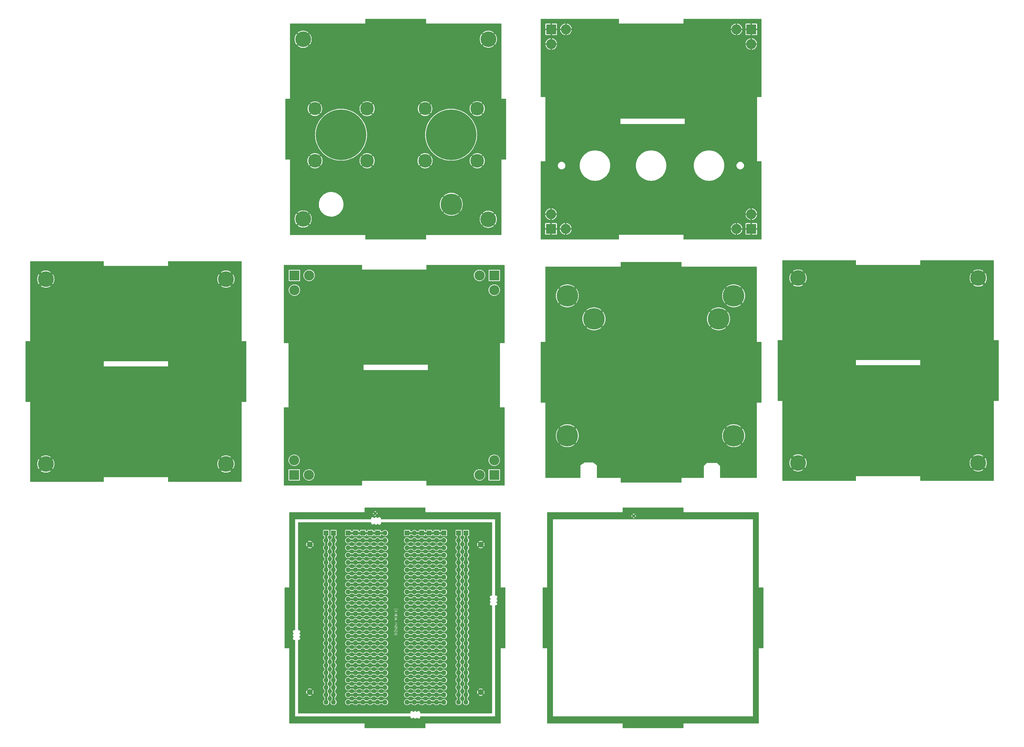
<source format=gbr>
%TF.GenerationSoftware,KiCad,Pcbnew,7.0.5-0*%
%TF.CreationDate,2024-04-21T20:32:48-04:00*%
%TF.ProjectId,swr_meter,7377725f-6d65-4746-9572-2e6b69636164,rev?*%
%TF.SameCoordinates,Original*%
%TF.FileFunction,Copper,L2,Bot*%
%TF.FilePolarity,Positive*%
%FSLAX46Y46*%
G04 Gerber Fmt 4.6, Leading zero omitted, Abs format (unit mm)*
G04 Created by KiCad (PCBNEW 7.0.5-0) date 2024-04-21 20:32:48*
%MOMM*%
%LPD*%
G01*
G04 APERTURE LIST*
%ADD10C,0.120000*%
%TA.AperFunction,ComponentPad*%
%ADD11C,5.400000*%
%TD*%
%TA.AperFunction,ComponentPad*%
%ADD12R,1.700000X1.700000*%
%TD*%
%TA.AperFunction,ComponentPad*%
%ADD13O,1.700000X1.700000*%
%TD*%
%TA.AperFunction,ComponentPad*%
%ADD14R,3.500000X3.500000*%
%TD*%
%TA.AperFunction,ComponentPad*%
%ADD15O,3.500000X3.500000*%
%TD*%
%TA.AperFunction,ComponentPad*%
%ADD16C,2.000000*%
%TD*%
%TA.AperFunction,ComponentPad*%
%ADD17C,7.400000*%
%TD*%
%TA.AperFunction,SMDPad,CuDef*%
%ADD18C,1.000000*%
%TD*%
%TA.AperFunction,ComponentPad*%
%ADD19C,17.500000*%
%TD*%
%TA.AperFunction,ComponentPad*%
%ADD20C,4.700000*%
%TD*%
%TA.AperFunction,ComponentPad*%
%ADD21C,4.500000*%
%TD*%
%TA.AperFunction,Conductor*%
%ADD22C,0.762000*%
%TD*%
G04 APERTURE END LIST*
D10*
G36*
X175906766Y-228848663D02*
G01*
X175963596Y-228877078D01*
X175985538Y-228899020D01*
X176010565Y-228949072D01*
X176010565Y-228992173D01*
X175985539Y-229042225D01*
X175963595Y-229064169D01*
X175906766Y-229092583D01*
X175777466Y-229124909D01*
X175613668Y-229124909D01*
X175484364Y-229092583D01*
X175427535Y-229064169D01*
X175405589Y-229042223D01*
X175380565Y-228992174D01*
X175380565Y-228949072D01*
X175405590Y-228899022D01*
X175427534Y-228877078D01*
X175484361Y-228848664D01*
X175613666Y-228816338D01*
X175777463Y-228816338D01*
X175906766Y-228848663D01*
G37*
G36*
X175880828Y-226292051D02*
G01*
X175594851Y-226387376D01*
X175594851Y-226196725D01*
X175880828Y-226292051D01*
G37*
G36*
X175642166Y-224734219D02*
G01*
X175664110Y-224756164D01*
X175689137Y-224806214D01*
X175689137Y-224920742D01*
X175664110Y-224970795D01*
X175642167Y-224992739D01*
X175592115Y-225017765D01*
X175477587Y-225017765D01*
X175427535Y-224992739D01*
X175405589Y-224970793D01*
X175380565Y-224920744D01*
X175380565Y-224806214D01*
X175405591Y-224756164D01*
X175427534Y-224734220D01*
X175477585Y-224709194D01*
X175592115Y-224709194D01*
X175642166Y-224734219D01*
G37*
G36*
X175963594Y-224734218D02*
G01*
X175985539Y-224756164D01*
X176010565Y-224806214D01*
X176010565Y-224920743D01*
X175985539Y-224970795D01*
X175963595Y-224992739D01*
X175913543Y-225017765D01*
X175906158Y-225017765D01*
X175856106Y-224992739D01*
X175834162Y-224970795D01*
X175809137Y-224920743D01*
X175809137Y-224806216D01*
X175834163Y-224756162D01*
X175856105Y-224734220D01*
X175906159Y-224709194D01*
X175913544Y-224709194D01*
X175963594Y-224734218D01*
G37*
G36*
X176559683Y-232158143D02*
G01*
X174935397Y-232158143D01*
X174935397Y-231394733D01*
X174972478Y-231394733D01*
X174979966Y-231429163D01*
X175020114Y-231469312D01*
X175022624Y-231475061D01*
X175032340Y-231481538D01*
X175034238Y-231483436D01*
X175039482Y-231486300D01*
X175133082Y-231548698D01*
X175135117Y-231552124D01*
X175147533Y-231558332D01*
X175151604Y-231561046D01*
X175155210Y-231562171D01*
X175210605Y-231589869D01*
X175213450Y-231593403D01*
X175226115Y-231597624D01*
X175230020Y-231599577D01*
X175234262Y-231600340D01*
X175324371Y-231630376D01*
X175327237Y-231633147D01*
X175340854Y-231635870D01*
X175345491Y-231637416D01*
X175349264Y-231637552D01*
X175511958Y-231670091D01*
X175517233Y-231673481D01*
X175528908Y-231673481D01*
X175531543Y-231674008D01*
X175537502Y-231673481D01*
X175666361Y-231673481D01*
X175672199Y-231675771D01*
X175683649Y-231673481D01*
X175686335Y-231673481D01*
X175692071Y-231671796D01*
X175854679Y-231639275D01*
X175858540Y-231640259D01*
X175871708Y-231635869D01*
X175876506Y-231634910D01*
X175879852Y-231633154D01*
X175969985Y-231603110D01*
X175974497Y-231603598D01*
X175986441Y-231597625D01*
X175990580Y-231596246D01*
X175994117Y-231593787D01*
X176049488Y-231566100D01*
X176053474Y-231566034D01*
X176065029Y-231558330D01*
X176069400Y-231556145D01*
X176072163Y-231553574D01*
X176165835Y-231491126D01*
X176171963Y-231489794D01*
X176180218Y-231481538D01*
X176182454Y-231480048D01*
X176186295Y-231475460D01*
X176226235Y-231435520D01*
X176238812Y-231412486D01*
X176236298Y-231377341D01*
X176215183Y-231349134D01*
X176182168Y-231336822D01*
X176147739Y-231344311D01*
X176103768Y-231388282D01*
X176004671Y-231454346D01*
X175940403Y-231486480D01*
X175840849Y-231519664D01*
X175671767Y-231553481D01*
X175540793Y-231553481D01*
X175371710Y-231519664D01*
X175272160Y-231486481D01*
X175207879Y-231454341D01*
X175108789Y-231388281D01*
X175071178Y-231350669D01*
X175048144Y-231338091D01*
X175012999Y-231340605D01*
X174984791Y-231361719D01*
X174972478Y-231394733D01*
X174935397Y-231394733D01*
X174935397Y-230901455D01*
X175258073Y-230901455D01*
X175263298Y-230917132D01*
X175267959Y-230933003D01*
X175268844Y-230933770D01*
X175298339Y-231022252D01*
X175301396Y-231036306D01*
X175310065Y-231044975D01*
X175317065Y-231055047D01*
X175322303Y-231057214D01*
X175379961Y-231114873D01*
X175385117Y-231123554D01*
X175399909Y-231130950D01*
X175414415Y-231138871D01*
X175415584Y-231138787D01*
X175462745Y-231162367D01*
X175467493Y-231167417D01*
X175478196Y-231170092D01*
X175480021Y-231171005D01*
X175486532Y-231172176D01*
X175617862Y-231205008D01*
X175624376Y-231209195D01*
X175634608Y-231209195D01*
X175635812Y-231209496D01*
X175643216Y-231209195D01*
X175739262Y-231209195D01*
X175746597Y-231211677D01*
X175756525Y-231209195D01*
X175757764Y-231209195D01*
X175764863Y-231207110D01*
X175896177Y-231174281D01*
X175903069Y-231175026D01*
X175912937Y-231170091D01*
X175914916Y-231169597D01*
X175920623Y-231166248D01*
X175983525Y-231134796D01*
X175993391Y-231132651D01*
X176005087Y-231120954D01*
X176017187Y-231109700D01*
X176017477Y-231108564D01*
X176074996Y-231051045D01*
X176086201Y-231042025D01*
X176090078Y-231030392D01*
X176095955Y-231019630D01*
X176095550Y-231013975D01*
X176125106Y-230925305D01*
X176130565Y-230916813D01*
X176130565Y-230900283D01*
X176131163Y-230883757D01*
X176130565Y-230882748D01*
X176130565Y-230835289D01*
X176133057Y-230825508D01*
X176127832Y-230809833D01*
X176123171Y-230793959D01*
X176122285Y-230793191D01*
X176092792Y-230704712D01*
X176089735Y-230690655D01*
X176081064Y-230681984D01*
X176074067Y-230671916D01*
X176068829Y-230669749D01*
X176035463Y-230636383D01*
X176012429Y-230623806D01*
X175977284Y-230626320D01*
X175949077Y-230647435D01*
X175936764Y-230680449D01*
X175944253Y-230714879D01*
X175982408Y-230753034D01*
X176010565Y-230837503D01*
X176010565Y-230889457D01*
X175982409Y-230973926D01*
X175927880Y-231028455D01*
X175871051Y-231056869D01*
X175741752Y-231089195D01*
X175649382Y-231089195D01*
X175520078Y-231056869D01*
X175463248Y-231028455D01*
X175408721Y-230973926D01*
X175380565Y-230889457D01*
X175380565Y-230837502D01*
X175408721Y-230753034D01*
X175440520Y-230721236D01*
X175453098Y-230698202D01*
X175450584Y-230663057D01*
X175429469Y-230634850D01*
X175396455Y-230622537D01*
X175362025Y-230630026D01*
X175316136Y-230675914D01*
X175304931Y-230684936D01*
X175301053Y-230696567D01*
X175295176Y-230707332D01*
X175295580Y-230712986D01*
X175266022Y-230801656D01*
X175260565Y-230810149D01*
X175260565Y-230826677D01*
X175259967Y-230843204D01*
X175260565Y-230844212D01*
X175260564Y-230891673D01*
X175258073Y-230901455D01*
X174935397Y-230901455D01*
X174935397Y-230421619D01*
X174973747Y-230421619D01*
X174976261Y-230456764D01*
X174997376Y-230484971D01*
X175030391Y-230497283D01*
X175064820Y-230489794D01*
X175108787Y-230445824D01*
X175207882Y-230379761D01*
X175272159Y-230347624D01*
X175371711Y-230314440D01*
X175540792Y-230280624D01*
X175671765Y-230280624D01*
X175840855Y-230314441D01*
X175940401Y-230347624D01*
X176004675Y-230379761D01*
X176103766Y-230445820D01*
X176141381Y-230483436D01*
X176164415Y-230496014D01*
X176199560Y-230493501D01*
X176227768Y-230472386D01*
X176240081Y-230439372D01*
X176232593Y-230404942D01*
X176192442Y-230364790D01*
X176189934Y-230359044D01*
X176180219Y-230352567D01*
X176178321Y-230350669D01*
X176173072Y-230347802D01*
X176079476Y-230285405D01*
X176077442Y-230281980D01*
X176065026Y-230275772D01*
X176060955Y-230273058D01*
X176057346Y-230271932D01*
X176001954Y-230244236D01*
X175999110Y-230240704D01*
X175986443Y-230236481D01*
X175982538Y-230234529D01*
X175978295Y-230233765D01*
X175888186Y-230203728D01*
X175885322Y-230200958D01*
X175871709Y-230198235D01*
X175867070Y-230196689D01*
X175863293Y-230196552D01*
X175700600Y-230164014D01*
X175695326Y-230160624D01*
X175683650Y-230160624D01*
X175681015Y-230160097D01*
X175675056Y-230160624D01*
X175546198Y-230160624D01*
X175540360Y-230158334D01*
X175528910Y-230160624D01*
X175526224Y-230160624D01*
X175520486Y-230162308D01*
X175357880Y-230194829D01*
X175354020Y-230193846D01*
X175340851Y-230198235D01*
X175336054Y-230199195D01*
X175332706Y-230200950D01*
X175242573Y-230230995D01*
X175238063Y-230230508D01*
X175226118Y-230236480D01*
X175221979Y-230237860D01*
X175218441Y-230240318D01*
X175163069Y-230268004D01*
X175159085Y-230268071D01*
X175147534Y-230275771D01*
X175143159Y-230277959D01*
X175140391Y-230280532D01*
X175046723Y-230342978D01*
X175040596Y-230344311D01*
X175032340Y-230352566D01*
X175030105Y-230354057D01*
X175026264Y-230358642D01*
X174986324Y-230398584D01*
X174973747Y-230421619D01*
X174935397Y-230421619D01*
X174935397Y-229921618D01*
X175259461Y-229921618D01*
X175260565Y-229937051D01*
X175260565Y-229943537D01*
X175261178Y-229945625D01*
X175261975Y-229956763D01*
X175266045Y-229962200D01*
X175267959Y-229968718D01*
X175276398Y-229976030D01*
X175283090Y-229984970D01*
X175289454Y-229987343D01*
X175294588Y-229991792D01*
X175305643Y-229993381D01*
X175316104Y-229997283D01*
X175322738Y-229995839D01*
X175329464Y-229996807D01*
X175339622Y-229992167D01*
X175350534Y-229989794D01*
X175355337Y-229984990D01*
X175361515Y-229982169D01*
X175367551Y-229972776D01*
X175781546Y-229558780D01*
X175866017Y-229530624D01*
X175913544Y-229530624D01*
X175963594Y-229555648D01*
X175985539Y-229577594D01*
X176010565Y-229627644D01*
X176010565Y-229777888D01*
X175985539Y-229827940D01*
X175950610Y-229862869D01*
X175938033Y-229885903D01*
X175940547Y-229921048D01*
X175961662Y-229949255D01*
X175994676Y-229961568D01*
X176029106Y-229954079D01*
X176071956Y-229911228D01*
X176080638Y-229906072D01*
X176088041Y-229891264D01*
X176095955Y-229876773D01*
X176095871Y-229875605D01*
X176122788Y-229821770D01*
X176130565Y-229809671D01*
X176130565Y-229797410D01*
X176132737Y-229785340D01*
X176130565Y-229780103D01*
X176130565Y-229616712D01*
X176132110Y-229602406D01*
X176126625Y-229591436D01*
X176123171Y-229579673D01*
X176118887Y-229575961D01*
X176091881Y-229521948D01*
X176089736Y-229512085D01*
X176078044Y-229500393D01*
X176066784Y-229488288D01*
X176065649Y-229487997D01*
X176046883Y-229469231D01*
X176041728Y-229460551D01*
X176026935Y-229453154D01*
X176012430Y-229445234D01*
X176011260Y-229445317D01*
X175957428Y-229418402D01*
X175945326Y-229410624D01*
X175933065Y-229410624D01*
X175920995Y-229408452D01*
X175915758Y-229410624D01*
X175863802Y-229410624D01*
X175854021Y-229408132D01*
X175838346Y-229413356D01*
X175822472Y-229418018D01*
X175821704Y-229418903D01*
X175733225Y-229448396D01*
X175719168Y-229451454D01*
X175710497Y-229460124D01*
X175700429Y-229467122D01*
X175698262Y-229472359D01*
X175380565Y-229790056D01*
X175380565Y-229461997D01*
X175373171Y-229436816D01*
X175346542Y-229413742D01*
X175311666Y-229408727D01*
X175279615Y-229423365D01*
X175260565Y-229453006D01*
X175260565Y-229919596D01*
X175259461Y-229921618D01*
X174935397Y-229921618D01*
X174935397Y-228941621D01*
X175258393Y-228941621D01*
X175260565Y-228946857D01*
X175260565Y-229003106D01*
X175259020Y-229017413D01*
X175264504Y-229028382D01*
X175267959Y-229040146D01*
X175272242Y-229043858D01*
X175299250Y-229097870D01*
X175301396Y-229107736D01*
X175313089Y-229119429D01*
X175324347Y-229131532D01*
X175325482Y-229131822D01*
X175344246Y-229150586D01*
X175349403Y-229159268D01*
X175364210Y-229166671D01*
X175378702Y-229174585D01*
X175379869Y-229174501D01*
X175427030Y-229198081D01*
X175431778Y-229203131D01*
X175442479Y-229205806D01*
X175444305Y-229206719D01*
X175450819Y-229207891D01*
X175582148Y-229240722D01*
X175588662Y-229244909D01*
X175598894Y-229244909D01*
X175600098Y-229245210D01*
X175607502Y-229244909D01*
X175774976Y-229244909D01*
X175782311Y-229247391D01*
X175792239Y-229244909D01*
X175793478Y-229244909D01*
X175800577Y-229242824D01*
X175931890Y-229209995D01*
X175938782Y-229210740D01*
X175948650Y-229205805D01*
X175950630Y-229205311D01*
X175956338Y-229201961D01*
X176019243Y-229170510D01*
X176029106Y-229168365D01*
X176040790Y-229156680D01*
X176052902Y-229145414D01*
X176053192Y-229144278D01*
X176071956Y-229125514D01*
X176080638Y-229120358D01*
X176088040Y-229105553D01*
X176095955Y-229091059D01*
X176095871Y-229089890D01*
X176122786Y-229036058D01*
X176130565Y-229023956D01*
X176130565Y-229011694D01*
X176132737Y-228999625D01*
X176130565Y-228994388D01*
X176130565Y-228938140D01*
X176132110Y-228923834D01*
X176126625Y-228912864D01*
X176123171Y-228901101D01*
X176118887Y-228897389D01*
X176091880Y-228843374D01*
X176089735Y-228833512D01*
X176078047Y-228821824D01*
X176066784Y-228809716D01*
X176065648Y-228809425D01*
X176046882Y-228790659D01*
X176041728Y-228781980D01*
X176026932Y-228774582D01*
X176012429Y-228766663D01*
X176011261Y-228766746D01*
X175964099Y-228743165D01*
X175959352Y-228738116D01*
X175948650Y-228735440D01*
X175946825Y-228734528D01*
X175940310Y-228733355D01*
X175808982Y-228700524D01*
X175802469Y-228696338D01*
X175792238Y-228696338D01*
X175791034Y-228696037D01*
X175783630Y-228696338D01*
X175616156Y-228696338D01*
X175608820Y-228693856D01*
X175598892Y-228696338D01*
X175597653Y-228696338D01*
X175590553Y-228698422D01*
X175459237Y-228731251D01*
X175452346Y-228730508D01*
X175442479Y-228735441D01*
X175440501Y-228735936D01*
X175434793Y-228739284D01*
X175371888Y-228770737D01*
X175362025Y-228772883D01*
X175350331Y-228784576D01*
X175338229Y-228795835D01*
X175337939Y-228796968D01*
X175319171Y-228815736D01*
X175310494Y-228820890D01*
X175303104Y-228835669D01*
X175295176Y-228850189D01*
X175295259Y-228851357D01*
X175268342Y-228905189D01*
X175260565Y-228917291D01*
X175260565Y-228929551D01*
X175258393Y-228941621D01*
X174935397Y-228941621D01*
X174935397Y-228493046D01*
X175259461Y-228493046D01*
X175260565Y-228508479D01*
X175260565Y-228514965D01*
X175261178Y-228517053D01*
X175261975Y-228528191D01*
X175266045Y-228533628D01*
X175267959Y-228540146D01*
X175276398Y-228547458D01*
X175283090Y-228556398D01*
X175289454Y-228558771D01*
X175294588Y-228563220D01*
X175305643Y-228564809D01*
X175316104Y-228568711D01*
X175322738Y-228567267D01*
X175329464Y-228568235D01*
X175339622Y-228563595D01*
X175350534Y-228561222D01*
X175355337Y-228556418D01*
X175361515Y-228553597D01*
X175367551Y-228544204D01*
X175781546Y-228130208D01*
X175866017Y-228102052D01*
X175913544Y-228102052D01*
X175963594Y-228127076D01*
X175985539Y-228149022D01*
X176010565Y-228199072D01*
X176010565Y-228349316D01*
X175985539Y-228399368D01*
X175950610Y-228434297D01*
X175938033Y-228457331D01*
X175940547Y-228492476D01*
X175961662Y-228520683D01*
X175994676Y-228532996D01*
X176029106Y-228525507D01*
X176071956Y-228482656D01*
X176080638Y-228477500D01*
X176088041Y-228462692D01*
X176095955Y-228448201D01*
X176095871Y-228447033D01*
X176122788Y-228393198D01*
X176130565Y-228381099D01*
X176130565Y-228368838D01*
X176132737Y-228356768D01*
X176130565Y-228351531D01*
X176130565Y-228188140D01*
X176132110Y-228173834D01*
X176126625Y-228162864D01*
X176123171Y-228151101D01*
X176118887Y-228147389D01*
X176091881Y-228093376D01*
X176089736Y-228083513D01*
X176078044Y-228071821D01*
X176066784Y-228059716D01*
X176065649Y-228059425D01*
X176046883Y-228040659D01*
X176041728Y-228031979D01*
X176026935Y-228024582D01*
X176012430Y-228016662D01*
X176011260Y-228016745D01*
X175957428Y-227989830D01*
X175945326Y-227982052D01*
X175933065Y-227982052D01*
X175920995Y-227979880D01*
X175915758Y-227982052D01*
X175863802Y-227982052D01*
X175854021Y-227979560D01*
X175838346Y-227984784D01*
X175822472Y-227989446D01*
X175821704Y-227990331D01*
X175733225Y-228019824D01*
X175719168Y-228022882D01*
X175710497Y-228031552D01*
X175700429Y-228038550D01*
X175698262Y-228043787D01*
X175380565Y-228361484D01*
X175380565Y-228033425D01*
X175373171Y-228008244D01*
X175346542Y-227985170D01*
X175311666Y-227980155D01*
X175279615Y-227994793D01*
X175260565Y-228024434D01*
X175260565Y-228491024D01*
X175259461Y-228493046D01*
X174935397Y-228493046D01*
X174935397Y-227408094D01*
X175258668Y-227408094D01*
X175273306Y-227440145D01*
X175302947Y-227459195D01*
X175510565Y-227459195D01*
X175510565Y-227744416D01*
X175508387Y-227749681D01*
X175510565Y-227761723D01*
X175510565Y-227764964D01*
X175512091Y-227770162D01*
X175514658Y-227784353D01*
X175516994Y-227786860D01*
X175517959Y-227790145D01*
X175528854Y-227799585D01*
X175538681Y-227810130D01*
X175541998Y-227810975D01*
X175544588Y-227813219D01*
X175558861Y-227815271D01*
X175572825Y-227818829D01*
X175576072Y-227817746D01*
X175579464Y-227818234D01*
X175592578Y-227812244D01*
X176133438Y-227631959D01*
X176154989Y-227616981D01*
X176168458Y-227584422D01*
X176162187Y-227549750D01*
X176138164Y-227523973D01*
X176104020Y-227515274D01*
X175630565Y-227673091D01*
X175630565Y-227459195D01*
X175829192Y-227459195D01*
X175854373Y-227451801D01*
X175877447Y-227425172D01*
X175882462Y-227390296D01*
X175867824Y-227358245D01*
X175838183Y-227339195D01*
X175630565Y-227339195D01*
X175630565Y-227283425D01*
X175623171Y-227258244D01*
X175596542Y-227235170D01*
X175561666Y-227230155D01*
X175529615Y-227244793D01*
X175510565Y-227274434D01*
X175510565Y-227339195D01*
X175311938Y-227339195D01*
X175286757Y-227346589D01*
X175263683Y-227373218D01*
X175258668Y-227408094D01*
X174935397Y-227408094D01*
X174935397Y-226535395D01*
X175258387Y-226535395D01*
X175264658Y-226570067D01*
X175288681Y-226595844D01*
X175322825Y-226604543D01*
X175540359Y-226532031D01*
X175543750Y-226532519D01*
X175556860Y-226526531D01*
X176079243Y-226352403D01*
X176086002Y-226352648D01*
X176095628Y-226346942D01*
X176097723Y-226346244D01*
X176103035Y-226342551D01*
X176116313Y-226334682D01*
X176117357Y-226332598D01*
X176119273Y-226331267D01*
X176125177Y-226316993D01*
X176132099Y-226303182D01*
X176131850Y-226300861D01*
X176132742Y-226298707D01*
X176129992Y-226283502D01*
X176128348Y-226268147D01*
X176126886Y-226266331D01*
X176126471Y-226264035D01*
X176115939Y-226252734D01*
X176106252Y-226240701D01*
X176104037Y-226239962D01*
X176102449Y-226238258D01*
X176087487Y-226234446D01*
X175565132Y-226060328D01*
X175560828Y-226056598D01*
X175548718Y-226054856D01*
X175331354Y-225982402D01*
X175305127Y-225981454D01*
X175274817Y-225999419D01*
X175259030Y-226030920D01*
X175262782Y-226065955D01*
X175284877Y-226093401D01*
X175474851Y-226156725D01*
X175474851Y-226427376D01*
X175293407Y-226487858D01*
X175271856Y-226502836D01*
X175258387Y-226535395D01*
X174935397Y-226535395D01*
X174935397Y-225580025D01*
X175258073Y-225580025D01*
X175263298Y-225595702D01*
X175267959Y-225611573D01*
X175268844Y-225612340D01*
X175298339Y-225700822D01*
X175301396Y-225714876D01*
X175310065Y-225723545D01*
X175317065Y-225733617D01*
X175322303Y-225735784D01*
X175379961Y-225793443D01*
X175385117Y-225802124D01*
X175399909Y-225809520D01*
X175414415Y-225817441D01*
X175415584Y-225817357D01*
X175462745Y-225840937D01*
X175467493Y-225845987D01*
X175478196Y-225848662D01*
X175480021Y-225849575D01*
X175486532Y-225850746D01*
X175617862Y-225883578D01*
X175624376Y-225887765D01*
X175634608Y-225887765D01*
X175635812Y-225888066D01*
X175643216Y-225887765D01*
X175739262Y-225887765D01*
X175746597Y-225890247D01*
X175756525Y-225887765D01*
X175757764Y-225887765D01*
X175764863Y-225885680D01*
X175896177Y-225852851D01*
X175903069Y-225853596D01*
X175912937Y-225848661D01*
X175914916Y-225848167D01*
X175920623Y-225844818D01*
X175983525Y-225813366D01*
X175993391Y-225811221D01*
X176005087Y-225799524D01*
X176017187Y-225788270D01*
X176017477Y-225787134D01*
X176074996Y-225729615D01*
X176086201Y-225720595D01*
X176090078Y-225708962D01*
X176095955Y-225698200D01*
X176095550Y-225692545D01*
X176125106Y-225603875D01*
X176130565Y-225595383D01*
X176130565Y-225578853D01*
X176131163Y-225562327D01*
X176130565Y-225561318D01*
X176130565Y-225513859D01*
X176133057Y-225504078D01*
X176127832Y-225488403D01*
X176123171Y-225472529D01*
X176122285Y-225471761D01*
X176092792Y-225383282D01*
X176089735Y-225369225D01*
X176081064Y-225360554D01*
X176074067Y-225350486D01*
X176068829Y-225348319D01*
X176035463Y-225314953D01*
X176012429Y-225302376D01*
X175977284Y-225304890D01*
X175949077Y-225326005D01*
X175936764Y-225359019D01*
X175944253Y-225393449D01*
X175982408Y-225431604D01*
X176010565Y-225516073D01*
X176010565Y-225568027D01*
X175982409Y-225652496D01*
X175927881Y-225707024D01*
X175871051Y-225735439D01*
X175741752Y-225767765D01*
X175649382Y-225767765D01*
X175520078Y-225735439D01*
X175463248Y-225707025D01*
X175408721Y-225652496D01*
X175380565Y-225568027D01*
X175380565Y-225516072D01*
X175408721Y-225431604D01*
X175440520Y-225399806D01*
X175453098Y-225376772D01*
X175450584Y-225341627D01*
X175429469Y-225313420D01*
X175396455Y-225301107D01*
X175362025Y-225308596D01*
X175316136Y-225354484D01*
X175304931Y-225363506D01*
X175301053Y-225375137D01*
X175295176Y-225385902D01*
X175295580Y-225391556D01*
X175266022Y-225480226D01*
X175260565Y-225488719D01*
X175260565Y-225505247D01*
X175259967Y-225521774D01*
X175260565Y-225522782D01*
X175260564Y-225570243D01*
X175258073Y-225580025D01*
X174935397Y-225580025D01*
X174935397Y-224798763D01*
X175258393Y-224798763D01*
X175260565Y-224803999D01*
X175260565Y-224931676D01*
X175259020Y-224945983D01*
X175264504Y-224956952D01*
X175267959Y-224968716D01*
X175272242Y-224972428D01*
X175299250Y-225026440D01*
X175301396Y-225036306D01*
X175313089Y-225047999D01*
X175324347Y-225060102D01*
X175325482Y-225060392D01*
X175344246Y-225079156D01*
X175349403Y-225087838D01*
X175364210Y-225095241D01*
X175378702Y-225103155D01*
X175379869Y-225103071D01*
X175433704Y-225129988D01*
X175445804Y-225137765D01*
X175458065Y-225137765D01*
X175470135Y-225139937D01*
X175475372Y-225137765D01*
X175603048Y-225137765D01*
X175617355Y-225139310D01*
X175628324Y-225133825D01*
X175640088Y-225130371D01*
X175643799Y-225126087D01*
X175697811Y-225099080D01*
X175707677Y-225096935D01*
X175719370Y-225085241D01*
X175731473Y-225073984D01*
X175731763Y-225072848D01*
X175748865Y-225055745D01*
X175752918Y-225060102D01*
X175754053Y-225060392D01*
X175772817Y-225079156D01*
X175777974Y-225087838D01*
X175792778Y-225095240D01*
X175807273Y-225103155D01*
X175808441Y-225103071D01*
X175862273Y-225129986D01*
X175874376Y-225137765D01*
X175886637Y-225137765D01*
X175898707Y-225139937D01*
X175903944Y-225137765D01*
X175924475Y-225137765D01*
X175938782Y-225139310D01*
X175949751Y-225133825D01*
X175961516Y-225130371D01*
X175965227Y-225126087D01*
X176019243Y-225099080D01*
X176029106Y-225096935D01*
X176040790Y-225085250D01*
X176052902Y-225073984D01*
X176053192Y-225072848D01*
X176071956Y-225054084D01*
X176080638Y-225048928D01*
X176088040Y-225034123D01*
X176095955Y-225019629D01*
X176095871Y-225018460D01*
X176122786Y-224964628D01*
X176130565Y-224952526D01*
X176130565Y-224940264D01*
X176132737Y-224928195D01*
X176130565Y-224922958D01*
X176130565Y-224795282D01*
X176132110Y-224780976D01*
X176126625Y-224770006D01*
X176123171Y-224758243D01*
X176118887Y-224754531D01*
X176091881Y-224700518D01*
X176089736Y-224690655D01*
X176078044Y-224678963D01*
X176066784Y-224666858D01*
X176065649Y-224666567D01*
X176046883Y-224647801D01*
X176041728Y-224639121D01*
X176026935Y-224631724D01*
X176012430Y-224623804D01*
X176011260Y-224623887D01*
X175957428Y-224596972D01*
X175945326Y-224589194D01*
X175933065Y-224589194D01*
X175920995Y-224587022D01*
X175915758Y-224589194D01*
X175895227Y-224589194D01*
X175880920Y-224587649D01*
X175869950Y-224593133D01*
X175858186Y-224596588D01*
X175854474Y-224600871D01*
X175800459Y-224627878D01*
X175790596Y-224630024D01*
X175778911Y-224641708D01*
X175766800Y-224652975D01*
X175766509Y-224654110D01*
X175749406Y-224671214D01*
X175745354Y-224666858D01*
X175744220Y-224666568D01*
X175725454Y-224647801D01*
X175720299Y-224639121D01*
X175705503Y-224631723D01*
X175691001Y-224623804D01*
X175689832Y-224623887D01*
X175635997Y-224596970D01*
X175623898Y-224589194D01*
X175611637Y-224589194D01*
X175599567Y-224587022D01*
X175594330Y-224589194D01*
X175466654Y-224589194D01*
X175452347Y-224587649D01*
X175441377Y-224593133D01*
X175429614Y-224596588D01*
X175425902Y-224600871D01*
X175371887Y-224627878D01*
X175362025Y-224630024D01*
X175350340Y-224641708D01*
X175338229Y-224652975D01*
X175337938Y-224654110D01*
X175319171Y-224672878D01*
X175310494Y-224678032D01*
X175303101Y-224692815D01*
X175295176Y-224707332D01*
X175295259Y-224708499D01*
X175268342Y-224762331D01*
X175260565Y-224774433D01*
X175260565Y-224786693D01*
X175258393Y-224798763D01*
X174935397Y-224798763D01*
X174935397Y-224336664D01*
X175258668Y-224336664D01*
X175264204Y-224348786D01*
X175267959Y-224361573D01*
X175271409Y-224364563D01*
X175273306Y-224368715D01*
X175284515Y-224375919D01*
X175294588Y-224384647D01*
X175299106Y-224385296D01*
X175302947Y-224387765D01*
X175316272Y-224387765D01*
X175329464Y-224389662D01*
X175333618Y-224387765D01*
X175709129Y-224387765D01*
X175722321Y-224389662D01*
X175726475Y-224387765D01*
X176066272Y-224387765D01*
X176079464Y-224389662D01*
X176091586Y-224384125D01*
X176104373Y-224380371D01*
X176107363Y-224376920D01*
X176111515Y-224375024D01*
X176118719Y-224363814D01*
X176127447Y-224353742D01*
X176128096Y-224349223D01*
X176130565Y-224345383D01*
X176130565Y-224332058D01*
X176132462Y-224318866D01*
X176130565Y-224314712D01*
X176130565Y-223961995D01*
X176123171Y-223936814D01*
X176096542Y-223913740D01*
X176061666Y-223908725D01*
X176029615Y-223923363D01*
X176010565Y-223953004D01*
X176010565Y-224267765D01*
X175773422Y-224267765D01*
X175773422Y-224069138D01*
X175766028Y-224043957D01*
X175739399Y-224020883D01*
X175704523Y-224015868D01*
X175672472Y-224030506D01*
X175653422Y-224060147D01*
X175653422Y-224267765D01*
X175380565Y-224267765D01*
X175380565Y-223961995D01*
X175373171Y-223936814D01*
X175346542Y-223913740D01*
X175311666Y-223908725D01*
X175279615Y-223923363D01*
X175260565Y-223953004D01*
X175260565Y-224323471D01*
X175258668Y-224336664D01*
X174935397Y-224336664D01*
X174935397Y-223580026D01*
X175258073Y-223580026D01*
X175263298Y-223595703D01*
X175267959Y-223611574D01*
X175268844Y-223612341D01*
X175302087Y-223712067D01*
X175317065Y-223733617D01*
X175349624Y-223747086D01*
X175384296Y-223740814D01*
X175410073Y-223716792D01*
X175418772Y-223682648D01*
X175380565Y-223568028D01*
X175380565Y-223413357D01*
X175405591Y-223363307D01*
X175427534Y-223341363D01*
X175477585Y-223316337D01*
X175520687Y-223316337D01*
X175570737Y-223341361D01*
X175592682Y-223363307D01*
X175621095Y-223420132D01*
X175652621Y-223546234D01*
X175651877Y-223553126D01*
X175656811Y-223562994D01*
X175657306Y-223564973D01*
X175660654Y-223570681D01*
X175692107Y-223633583D01*
X175694253Y-223643449D01*
X175705946Y-223655142D01*
X175717204Y-223667245D01*
X175718339Y-223667535D01*
X175737103Y-223686299D01*
X175742260Y-223694981D01*
X175757064Y-223702383D01*
X175771559Y-223710298D01*
X175772727Y-223710214D01*
X175826559Y-223737129D01*
X175838662Y-223744908D01*
X175850923Y-223744908D01*
X175862993Y-223747080D01*
X175868230Y-223744908D01*
X175924475Y-223744908D01*
X175938782Y-223746453D01*
X175949751Y-223740968D01*
X175961516Y-223737514D01*
X175965227Y-223733230D01*
X176019243Y-223706223D01*
X176029106Y-223704078D01*
X176040790Y-223692393D01*
X176052902Y-223681127D01*
X176053192Y-223679991D01*
X176071956Y-223661227D01*
X176080638Y-223656071D01*
X176088040Y-223641266D01*
X176095955Y-223626772D01*
X176095871Y-223625603D01*
X176122786Y-223571771D01*
X176130565Y-223559669D01*
X176130565Y-223547407D01*
X176132737Y-223535338D01*
X176130565Y-223530101D01*
X176130565Y-223371002D01*
X176133057Y-223361221D01*
X176127832Y-223345546D01*
X176123171Y-223329672D01*
X176122285Y-223328904D01*
X176089044Y-223229179D01*
X176074067Y-223207629D01*
X176041507Y-223194159D01*
X176006835Y-223200430D01*
X175981058Y-223224453D01*
X175972359Y-223258597D01*
X176010565Y-223373216D01*
X176010565Y-223527886D01*
X175985539Y-223577938D01*
X175963595Y-223599882D01*
X175913543Y-223624908D01*
X175870444Y-223624908D01*
X175820392Y-223599882D01*
X175798446Y-223577936D01*
X175770034Y-223521112D01*
X175738508Y-223395011D01*
X175739253Y-223388119D01*
X175734318Y-223378249D01*
X175733824Y-223376273D01*
X175730480Y-223370573D01*
X175699024Y-223307661D01*
X175696879Y-223297798D01*
X175685187Y-223286106D01*
X175673927Y-223274001D01*
X175672792Y-223273710D01*
X175654026Y-223254944D01*
X175648871Y-223246264D01*
X175634078Y-223238867D01*
X175619573Y-223230947D01*
X175618403Y-223231030D01*
X175564571Y-223204115D01*
X175552469Y-223196337D01*
X175540208Y-223196337D01*
X175528138Y-223194165D01*
X175522901Y-223196337D01*
X175466654Y-223196337D01*
X175452347Y-223194792D01*
X175441377Y-223200276D01*
X175429614Y-223203731D01*
X175425902Y-223208014D01*
X175371887Y-223235021D01*
X175362025Y-223237167D01*
X175350340Y-223248851D01*
X175338229Y-223260118D01*
X175337938Y-223261253D01*
X175319171Y-223280021D01*
X175310494Y-223285175D01*
X175303101Y-223299958D01*
X175295176Y-223314475D01*
X175295259Y-223315642D01*
X175268342Y-223369474D01*
X175260565Y-223381576D01*
X175260565Y-223393836D01*
X175258393Y-223405906D01*
X175260565Y-223411142D01*
X175260565Y-223570244D01*
X175258073Y-223580026D01*
X174935397Y-223580026D01*
X174935397Y-222755284D01*
X176559683Y-222755284D01*
X176559683Y-232158143D01*
G37*
D11*
%TO.P,H2,1,1*%
%TO.N,GND*%
X54844003Y-172589997D03*
%TD*%
D12*
%TO.P,J13,1,Pin_1*%
%TO.N,Net-(J10-Pin_1)*%
X166840540Y-196438000D03*
D13*
%TO.P,J13,2,Pin_2*%
%TO.N,Net-(J10-Pin_2)*%
X166840540Y-198978000D03*
%TO.P,J13,3,Pin_3*%
%TO.N,Net-(J10-Pin_3)*%
X166840540Y-201518000D03*
%TO.P,J13,4,Pin_4*%
%TO.N,Net-(J10-Pin_4)*%
X166840540Y-204058000D03*
%TO.P,J13,5,Pin_5*%
%TO.N,Net-(J10-Pin_5)*%
X166840540Y-206598000D03*
%TO.P,J13,6,Pin_6*%
%TO.N,Net-(J10-Pin_6)*%
X166840540Y-209138000D03*
%TO.P,J13,7,Pin_7*%
%TO.N,Net-(J10-Pin_7)*%
X166840540Y-211678000D03*
%TO.P,J13,8,Pin_8*%
%TO.N,Net-(J10-Pin_8)*%
X166840540Y-214218000D03*
%TO.P,J13,9,Pin_9*%
%TO.N,Net-(J10-Pin_9)*%
X166840540Y-216758000D03*
%TO.P,J13,10,Pin_10*%
%TO.N,Net-(J10-Pin_10)*%
X166840540Y-219298000D03*
%TO.P,J13,11,Pin_11*%
%TO.N,Net-(J10-Pin_11)*%
X166840540Y-221838000D03*
%TO.P,J13,12,Pin_12*%
%TO.N,Net-(J10-Pin_12)*%
X166840540Y-224378000D03*
%TO.P,J13,13,Pin_13*%
%TO.N,Net-(J10-Pin_13)*%
X166840540Y-226918000D03*
%TO.P,J13,14,Pin_14*%
%TO.N,Net-(J10-Pin_14)*%
X166840540Y-229458000D03*
%TO.P,J13,15,Pin_15*%
%TO.N,Net-(J10-Pin_15)*%
X166840540Y-231998000D03*
%TO.P,J13,16,Pin_16*%
%TO.N,Net-(J10-Pin_16)*%
X166840540Y-234538000D03*
%TO.P,J13,17,Pin_17*%
%TO.N,Net-(J10-Pin_17)*%
X166840540Y-237078000D03*
%TO.P,J13,18,Pin_18*%
%TO.N,Net-(J10-Pin_18)*%
X166840540Y-239618000D03*
%TO.P,J13,19,Pin_19*%
%TO.N,Net-(J10-Pin_19)*%
X166840540Y-242158000D03*
%TO.P,J13,20,Pin_20*%
%TO.N,Net-(J10-Pin_20)*%
X166840540Y-244698000D03*
%TO.P,J13,21,Pin_21*%
%TO.N,Net-(J10-Pin_21)*%
X166840540Y-247238000D03*
%TO.P,J13,22,Pin_22*%
%TO.N,Net-(J10-Pin_22)*%
X166840540Y-249778000D03*
%TO.P,J13,23,Pin_23*%
%TO.N,Net-(J10-Pin_23)*%
X166840540Y-252318000D03*
%TO.P,J13,24,Pin_24*%
%TO.N,Net-(J10-Pin_24)*%
X166840540Y-254858000D03*
%TD*%
D12*
%TO.P,J20,1,Pin_1*%
%TO.N,Net-(J20-Pin_1)*%
X151600540Y-196438000D03*
D13*
%TO.P,J20,2,Pin_2*%
X151600540Y-198978000D03*
%TO.P,J20,3,Pin_3*%
X151600540Y-201518000D03*
%TO.P,J20,4,Pin_4*%
X151600540Y-204058000D03*
%TO.P,J20,5,Pin_5*%
X151600540Y-206598000D03*
%TO.P,J20,6,Pin_6*%
X151600540Y-209138000D03*
%TO.P,J20,7,Pin_7*%
X151600540Y-211678000D03*
%TO.P,J20,8,Pin_8*%
X151600540Y-214218000D03*
%TO.P,J20,9,Pin_9*%
X151600540Y-216758000D03*
%TO.P,J20,10,Pin_10*%
X151600540Y-219298000D03*
%TO.P,J20,11,Pin_11*%
X151600540Y-221838000D03*
%TO.P,J20,12,Pin_12*%
X151600540Y-224378000D03*
%TO.P,J20,13,Pin_13*%
X151600540Y-226918000D03*
%TO.P,J20,14,Pin_14*%
X151600540Y-229458000D03*
%TO.P,J20,15,Pin_15*%
X151600540Y-231998000D03*
%TO.P,J20,16,Pin_16*%
X151600540Y-234538000D03*
%TO.P,J20,17,Pin_17*%
X151600540Y-237078000D03*
%TO.P,J20,18,Pin_18*%
X151600540Y-239618000D03*
%TO.P,J20,19,Pin_19*%
X151600540Y-242158000D03*
%TO.P,J20,20,Pin_20*%
X151600540Y-244698000D03*
%TO.P,J20,21,Pin_21*%
X151600540Y-247238000D03*
%TO.P,J20,22,Pin_22*%
X151600540Y-249778000D03*
%TO.P,J20,23,Pin_23*%
X151600540Y-252318000D03*
%TO.P,J20,24,Pin_24*%
X151600540Y-254858000D03*
%TD*%
D11*
%TO.P,H14,1,1*%
%TO.N,GND*%
X117036003Y-172589997D03*
%TD*%
D14*
%TO.P,J47,1,Pin_1*%
%TO.N,N/C*%
X209610000Y-176370000D03*
D15*
%TO.P,J47,2,Pin_2*%
X209610000Y-171290000D03*
%TO.P,J47,3,Pin_3*%
X204530000Y-176370000D03*
%TD*%
D12*
%TO.P,J30,1,Pin_1*%
%TO.N,Net-(J30-Pin_1)*%
X197320540Y-196438000D03*
D13*
%TO.P,J30,2,Pin_2*%
X197320540Y-198978000D03*
%TO.P,J30,3,Pin_3*%
X197320540Y-201518000D03*
%TO.P,J30,4,Pin_4*%
X197320540Y-204058000D03*
%TO.P,J30,5,Pin_5*%
X197320540Y-206598000D03*
%TO.P,J30,6,Pin_6*%
X197320540Y-209138000D03*
%TO.P,J30,7,Pin_7*%
X197320540Y-211678000D03*
%TO.P,J30,8,Pin_8*%
X197320540Y-214218000D03*
%TO.P,J30,9,Pin_9*%
X197320540Y-216758000D03*
%TO.P,J30,10,Pin_10*%
X197320540Y-219298000D03*
%TO.P,J30,11,Pin_11*%
X197320540Y-221838000D03*
%TO.P,J30,12,Pin_12*%
X197320540Y-224378000D03*
%TO.P,J30,13,Pin_13*%
X197320540Y-226918000D03*
%TO.P,J30,14,Pin_14*%
X197320540Y-229458000D03*
%TO.P,J30,15,Pin_15*%
X197320540Y-231998000D03*
%TO.P,J30,16,Pin_16*%
X197320540Y-234538000D03*
%TO.P,J30,17,Pin_17*%
X197320540Y-237078000D03*
%TO.P,J30,18,Pin_18*%
X197320540Y-239618000D03*
%TO.P,J30,19,Pin_19*%
X197320540Y-242158000D03*
%TO.P,J30,20,Pin_20*%
X197320540Y-244698000D03*
%TO.P,J30,21,Pin_21*%
X197320540Y-247238000D03*
%TO.P,J30,22,Pin_22*%
X197320540Y-249778000D03*
%TO.P,J30,23,Pin_23*%
X197320540Y-252318000D03*
%TO.P,J30,24,Pin_24*%
X197320540Y-254858000D03*
%TD*%
D16*
%TO.P,TP1,1,1*%
%TO.N,GND*%
X204956540Y-251414000D03*
%TD*%
D14*
%TO.P,J46,1,Pin_1*%
%TO.N,N/C*%
X140580000Y-176365000D03*
D15*
%TO.P,J46,2,Pin_2*%
X145660000Y-176365000D03*
%TO.P,J46,3,Pin_3*%
X140580000Y-171285000D03*
%TD*%
D14*
%TO.P,J47,1,Pin_1*%
%TO.N,N/C*%
X209610000Y-176370000D03*
D15*
%TO.P,J47,2,Pin_2*%
X209610000Y-171290000D03*
%TO.P,J47,3,Pin_3*%
X204530000Y-176370000D03*
%TD*%
D12*
%TO.P,J2,1,Pin_1*%
%TO.N,Net-(J1-Pin_1)*%
X184620540Y-196438000D03*
D13*
%TO.P,J2,2,Pin_2*%
%TO.N,Net-(J1-Pin_3)*%
X184620540Y-198978000D03*
%TO.P,J2,3,Pin_3*%
%TO.N,Net-(J1-Pin_5)*%
X184620540Y-201518000D03*
%TO.P,J2,4,Pin_4*%
%TO.N,Net-(J1-Pin_7)*%
X184620540Y-204058000D03*
%TO.P,J2,5,Pin_5*%
%TO.N,Net-(J1-Pin_10)*%
X184620540Y-206598000D03*
%TO.P,J2,6,Pin_6*%
%TO.N,Net-(J1-Pin_11)*%
X184620540Y-209138000D03*
%TO.P,J2,7,Pin_7*%
%TO.N,Net-(J1-Pin_13)*%
X184620540Y-211678000D03*
%TO.P,J2,8,Pin_8*%
%TO.N,Net-(J1-Pin_15)*%
X184620540Y-214218000D03*
%TO.P,J2,9,Pin_9*%
%TO.N,Net-(J1-Pin_17)*%
X184620540Y-216758000D03*
%TO.P,J2,10,Pin_10*%
%TO.N,Net-(J1-Pin_19)*%
X184620540Y-219298000D03*
%TO.P,J2,11,Pin_11*%
%TO.N,Net-(J1-Pin_21)*%
X184620540Y-221838000D03*
%TO.P,J2,12,Pin_12*%
%TO.N,Net-(J1-Pin_23)*%
X184620540Y-224378000D03*
%TO.P,J2,13,Pin_13*%
%TO.N,Net-(J1-Pin_25)*%
X184620540Y-226918000D03*
%TO.P,J2,14,Pin_14*%
%TO.N,Net-(J1-Pin_27)*%
X184620540Y-229458000D03*
%TO.P,J2,15,Pin_15*%
%TO.N,Net-(J1-Pin_29)*%
X184620540Y-231998000D03*
%TO.P,J2,16,Pin_16*%
%TO.N,Net-(J1-Pin_31)*%
X184620540Y-234538000D03*
%TO.P,J2,17,Pin_17*%
%TO.N,Net-(J1-Pin_33)*%
X184620540Y-237078000D03*
%TO.P,J2,18,Pin_18*%
%TO.N,Net-(J1-Pin_35)*%
X184620540Y-239618000D03*
%TO.P,J2,19,Pin_19*%
%TO.N,Net-(J1-Pin_37)*%
X184620540Y-242158000D03*
%TO.P,J2,20,Pin_20*%
%TO.N,Net-(J1-Pin_39)*%
X184620540Y-244698000D03*
%TO.P,J2,21,Pin_21*%
%TO.N,Net-(J1-Pin_41)*%
X184620540Y-247238000D03*
%TO.P,J2,22,Pin_22*%
%TO.N,Net-(J1-Pin_43)*%
X184620540Y-249778000D03*
%TO.P,J2,23,Pin_23*%
%TO.N,Net-(J1-Pin_45)*%
X184620540Y-252318000D03*
%TO.P,J2,24,Pin_24*%
%TO.N,Net-(J1-Pin_47)*%
X184620540Y-254858000D03*
%TD*%
D17*
%TO.P,H5,1,1*%
%TO.N,GND*%
X234840000Y-114475000D03*
%TD*%
%TO.P,H9,1,1*%
%TO.N,GND*%
X244020000Y-122460000D03*
%TD*%
D16*
%TO.P,TP3,1,1*%
%TO.N,GND*%
X145956540Y-200414000D03*
%TD*%
D11*
%TO.P,H12,1,1*%
%TO.N,GND*%
X314458000Y-172220000D03*
%TD*%
D12*
%TO.P,J10,1,Pin_1*%
%TO.N,Net-(J10-Pin_1)*%
X159220540Y-196438000D03*
D13*
%TO.P,J10,2,Pin_2*%
%TO.N,Net-(J10-Pin_2)*%
X159220540Y-198978000D03*
%TO.P,J10,3,Pin_3*%
%TO.N,Net-(J10-Pin_3)*%
X159220540Y-201518000D03*
%TO.P,J10,4,Pin_4*%
%TO.N,Net-(J10-Pin_4)*%
X159220540Y-204058000D03*
%TO.P,J10,5,Pin_5*%
%TO.N,Net-(J10-Pin_5)*%
X159220540Y-206598000D03*
%TO.P,J10,6,Pin_6*%
%TO.N,Net-(J10-Pin_6)*%
X159220540Y-209138000D03*
%TO.P,J10,7,Pin_7*%
%TO.N,Net-(J10-Pin_7)*%
X159220540Y-211678000D03*
%TO.P,J10,8,Pin_8*%
%TO.N,Net-(J10-Pin_8)*%
X159220540Y-214218000D03*
%TO.P,J10,9,Pin_9*%
%TO.N,Net-(J10-Pin_9)*%
X159220540Y-216758000D03*
%TO.P,J10,10,Pin_10*%
%TO.N,Net-(J10-Pin_10)*%
X159220540Y-219298000D03*
%TO.P,J10,11,Pin_11*%
%TO.N,Net-(J10-Pin_11)*%
X159220540Y-221838000D03*
%TO.P,J10,12,Pin_12*%
%TO.N,Net-(J10-Pin_12)*%
X159220540Y-224378000D03*
%TO.P,J10,13,Pin_13*%
%TO.N,Net-(J10-Pin_13)*%
X159220540Y-226918000D03*
%TO.P,J10,14,Pin_14*%
%TO.N,Net-(J10-Pin_14)*%
X159220540Y-229458000D03*
%TO.P,J10,15,Pin_15*%
%TO.N,Net-(J10-Pin_15)*%
X159220540Y-231998000D03*
%TO.P,J10,16,Pin_16*%
%TO.N,Net-(J10-Pin_16)*%
X159220540Y-234538000D03*
%TO.P,J10,17,Pin_17*%
%TO.N,Net-(J10-Pin_17)*%
X159220540Y-237078000D03*
%TO.P,J10,18,Pin_18*%
%TO.N,Net-(J10-Pin_18)*%
X159220540Y-239618000D03*
%TO.P,J10,19,Pin_19*%
%TO.N,Net-(J10-Pin_19)*%
X159220540Y-242158000D03*
%TO.P,J10,20,Pin_20*%
%TO.N,Net-(J10-Pin_20)*%
X159220540Y-244698000D03*
%TO.P,J10,21,Pin_21*%
%TO.N,Net-(J10-Pin_21)*%
X159220540Y-247238000D03*
%TO.P,J10,22,Pin_22*%
%TO.N,Net-(J10-Pin_22)*%
X159220540Y-249778000D03*
%TO.P,J10,23,Pin_23*%
%TO.N,Net-(J10-Pin_23)*%
X159220540Y-252318000D03*
%TO.P,J10,24,Pin_24*%
%TO.N,Net-(J10-Pin_24)*%
X159220540Y-254858000D03*
%TD*%
D12*
%TO.P,J4,1,Pin_1*%
%TO.N,Net-(J1-Pin_1)*%
X189700540Y-196438000D03*
D13*
%TO.P,J4,2,Pin_2*%
%TO.N,Net-(J1-Pin_3)*%
X189700540Y-198978000D03*
%TO.P,J4,3,Pin_3*%
%TO.N,Net-(J1-Pin_5)*%
X189700540Y-201518000D03*
%TO.P,J4,4,Pin_4*%
%TO.N,Net-(J1-Pin_7)*%
X189700540Y-204058000D03*
%TO.P,J4,5,Pin_5*%
%TO.N,Net-(J1-Pin_10)*%
X189700540Y-206598000D03*
%TO.P,J4,6,Pin_6*%
%TO.N,Net-(J1-Pin_11)*%
X189700540Y-209138000D03*
%TO.P,J4,7,Pin_7*%
%TO.N,Net-(J1-Pin_13)*%
X189700540Y-211678000D03*
%TO.P,J4,8,Pin_8*%
%TO.N,Net-(J1-Pin_15)*%
X189700540Y-214218000D03*
%TO.P,J4,9,Pin_9*%
%TO.N,Net-(J1-Pin_17)*%
X189700540Y-216758000D03*
%TO.P,J4,10,Pin_10*%
%TO.N,Net-(J1-Pin_19)*%
X189700540Y-219298000D03*
%TO.P,J4,11,Pin_11*%
%TO.N,Net-(J1-Pin_21)*%
X189700540Y-221838000D03*
%TO.P,J4,12,Pin_12*%
%TO.N,Net-(J1-Pin_23)*%
X189700540Y-224378000D03*
%TO.P,J4,13,Pin_13*%
%TO.N,Net-(J1-Pin_25)*%
X189700540Y-226918000D03*
%TO.P,J4,14,Pin_14*%
%TO.N,Net-(J1-Pin_27)*%
X189700540Y-229458000D03*
%TO.P,J4,15,Pin_15*%
%TO.N,Net-(J1-Pin_29)*%
X189700540Y-231998000D03*
%TO.P,J4,16,Pin_16*%
%TO.N,Net-(J1-Pin_31)*%
X189700540Y-234538000D03*
%TO.P,J4,17,Pin_17*%
%TO.N,Net-(J1-Pin_33)*%
X189700540Y-237078000D03*
%TO.P,J4,18,Pin_18*%
%TO.N,Net-(J1-Pin_35)*%
X189700540Y-239618000D03*
%TO.P,J4,19,Pin_19*%
%TO.N,Net-(J1-Pin_37)*%
X189700540Y-242158000D03*
%TO.P,J4,20,Pin_20*%
%TO.N,Net-(J1-Pin_39)*%
X189700540Y-244698000D03*
%TO.P,J4,21,Pin_21*%
%TO.N,Net-(J1-Pin_41)*%
X189700540Y-247238000D03*
%TO.P,J4,22,Pin_22*%
%TO.N,Net-(J1-Pin_43)*%
X189700540Y-249778000D03*
%TO.P,J4,23,Pin_23*%
%TO.N,Net-(J1-Pin_45)*%
X189700540Y-252318000D03*
%TO.P,J4,24,Pin_24*%
%TO.N,Net-(J1-Pin_47)*%
X189700540Y-254858000D03*
%TD*%
D14*
%TO.P,J46,1,Pin_1*%
%TO.N,N/C*%
X140580000Y-176365000D03*
D15*
%TO.P,J46,2,Pin_2*%
X145660000Y-176365000D03*
%TO.P,J46,3,Pin_3*%
X140580000Y-171285000D03*
%TD*%
D14*
%TO.P,J45,1,Pin_1*%
%TO.N,N/C*%
X140660000Y-107430000D03*
D15*
%TO.P,J45,2,Pin_2*%
X140660000Y-112510000D03*
%TO.P,J45,3,Pin_3*%
X145740000Y-107430000D03*
%TD*%
D11*
%TO.P,H18,1,1*%
%TO.N,GND*%
X207570000Y-88040000D03*
%TD*%
D17*
%TO.P,H6,1,1*%
%TO.N,GND*%
X234830000Y-162810000D03*
%TD*%
D11*
%TO.P,H13,1,1*%
%TO.N,GND*%
X117036003Y-108719997D03*
%TD*%
D12*
%TO.P,J9,1,Pin_1*%
%TO.N,Net-(J10-Pin_1)*%
X169380540Y-196438000D03*
D13*
%TO.P,J9,2,Pin_2*%
X171920540Y-196438000D03*
%TO.P,J9,3,Pin_3*%
%TO.N,Net-(J10-Pin_2)*%
X169380540Y-198978000D03*
%TO.P,J9,4,Pin_4*%
X171920540Y-198978000D03*
%TO.P,J9,5,Pin_5*%
%TO.N,Net-(J10-Pin_3)*%
X169380540Y-201518000D03*
%TO.P,J9,6,Pin_6*%
X171920540Y-201518000D03*
%TO.P,J9,7,Pin_7*%
%TO.N,Net-(J10-Pin_4)*%
X169380540Y-204058000D03*
%TO.P,J9,8,Pin_8*%
X171920540Y-204058000D03*
%TO.P,J9,9,Pin_9*%
%TO.N,Net-(J10-Pin_5)*%
X169380540Y-206598000D03*
%TO.P,J9,10,Pin_10*%
X171920540Y-206598000D03*
%TO.P,J9,11,Pin_11*%
%TO.N,Net-(J10-Pin_6)*%
X169380540Y-209138000D03*
%TO.P,J9,12,Pin_12*%
X171920540Y-209138000D03*
%TO.P,J9,13,Pin_13*%
%TO.N,Net-(J10-Pin_7)*%
X169380540Y-211678000D03*
%TO.P,J9,14,Pin_14*%
X171920540Y-211678000D03*
%TO.P,J9,15,Pin_15*%
%TO.N,Net-(J10-Pin_8)*%
X169380540Y-214218000D03*
%TO.P,J9,16,Pin_16*%
X171920540Y-214218000D03*
%TO.P,J9,17,Pin_17*%
%TO.N,Net-(J10-Pin_9)*%
X169380540Y-216758000D03*
%TO.P,J9,18,Pin_18*%
X171920540Y-216758000D03*
%TO.P,J9,19,Pin_19*%
%TO.N,Net-(J10-Pin_10)*%
X169380540Y-219298000D03*
%TO.P,J9,20,Pin_20*%
X171920540Y-219298000D03*
%TO.P,J9,21,Pin_21*%
%TO.N,Net-(J10-Pin_11)*%
X169380540Y-221838000D03*
%TO.P,J9,22,Pin_22*%
X171920540Y-221838000D03*
%TO.P,J9,23,Pin_23*%
%TO.N,Net-(J10-Pin_12)*%
X169380540Y-224378000D03*
%TO.P,J9,24,Pin_24*%
X171920540Y-224378000D03*
%TO.P,J9,25,Pin_25*%
%TO.N,Net-(J10-Pin_13)*%
X169380540Y-226918000D03*
%TO.P,J9,26,Pin_26*%
X171920540Y-226918000D03*
%TO.P,J9,27,Pin_27*%
%TO.N,Net-(J10-Pin_14)*%
X169380540Y-229458000D03*
%TO.P,J9,28,Pin_28*%
X171920540Y-229458000D03*
%TO.P,J9,29,Pin_29*%
%TO.N,Net-(J10-Pin_15)*%
X169380540Y-231998000D03*
%TO.P,J9,30,Pin_30*%
X171920540Y-231998000D03*
%TO.P,J9,31,Pin_31*%
%TO.N,Net-(J10-Pin_16)*%
X169380540Y-234538000D03*
%TO.P,J9,32,Pin_32*%
X171920540Y-234538000D03*
%TO.P,J9,33,Pin_33*%
%TO.N,Net-(J10-Pin_17)*%
X169380540Y-237078000D03*
%TO.P,J9,34,Pin_34*%
X171920540Y-237078000D03*
%TO.P,J9,35,Pin_35*%
%TO.N,Net-(J10-Pin_18)*%
X169380540Y-239618000D03*
%TO.P,J9,36,Pin_36*%
X171920540Y-239618000D03*
%TO.P,J9,37,Pin_37*%
%TO.N,Net-(J10-Pin_19)*%
X169380540Y-242158000D03*
%TO.P,J9,38,Pin_38*%
X171920540Y-242158000D03*
%TO.P,J9,39,Pin_39*%
%TO.N,Net-(J10-Pin_20)*%
X169380540Y-244698000D03*
%TO.P,J9,40,Pin_40*%
X171920540Y-244698000D03*
%TO.P,J9,41,Pin_41*%
%TO.N,Net-(J10-Pin_21)*%
X169380540Y-247238000D03*
%TO.P,J9,42,Pin_42*%
X171920540Y-247238000D03*
%TO.P,J9,43,Pin_43*%
%TO.N,Net-(J10-Pin_22)*%
X169380540Y-249778000D03*
%TO.P,J9,44,Pin_44*%
X171920540Y-249778000D03*
%TO.P,J9,45,Pin_45*%
%TO.N,Net-(J10-Pin_23)*%
X169380540Y-252318000D03*
%TO.P,J9,46,Pin_46*%
X171920540Y-252318000D03*
%TO.P,J9,47,Pin_47*%
%TO.N,Net-(J10-Pin_24)*%
X169380540Y-254858000D03*
%TO.P,J9,48,Pin_48*%
X171920540Y-254858000D03*
%TD*%
D12*
%TO.P,J1,1,Pin_1*%
%TO.N,Net-(J1-Pin_1)*%
X179540540Y-196438000D03*
D13*
%TO.P,J1,2,Pin_2*%
X182080540Y-196438000D03*
%TO.P,J1,3,Pin_3*%
%TO.N,Net-(J1-Pin_3)*%
X179540540Y-198978000D03*
%TO.P,J1,4,Pin_4*%
X182080540Y-198978000D03*
%TO.P,J1,5,Pin_5*%
%TO.N,Net-(J1-Pin_5)*%
X179540540Y-201518000D03*
%TO.P,J1,6,Pin_6*%
X182080540Y-201518000D03*
%TO.P,J1,7,Pin_7*%
%TO.N,Net-(J1-Pin_7)*%
X179540540Y-204058000D03*
%TO.P,J1,8,Pin_8*%
X182080540Y-204058000D03*
%TO.P,J1,9,Pin_9*%
%TO.N,Net-(J1-Pin_10)*%
X179540540Y-206598000D03*
%TO.P,J1,10,Pin_10*%
X182080540Y-206598000D03*
%TO.P,J1,11,Pin_11*%
%TO.N,Net-(J1-Pin_11)*%
X179540540Y-209138000D03*
%TO.P,J1,12,Pin_12*%
X182080540Y-209138000D03*
%TO.P,J1,13,Pin_13*%
%TO.N,Net-(J1-Pin_13)*%
X179540540Y-211678000D03*
%TO.P,J1,14,Pin_14*%
X182080540Y-211678000D03*
%TO.P,J1,15,Pin_15*%
%TO.N,Net-(J1-Pin_15)*%
X179540540Y-214218000D03*
%TO.P,J1,16,Pin_16*%
X182080540Y-214218000D03*
%TO.P,J1,17,Pin_17*%
%TO.N,Net-(J1-Pin_17)*%
X179540540Y-216758000D03*
%TO.P,J1,18,Pin_18*%
X182080540Y-216758000D03*
%TO.P,J1,19,Pin_19*%
%TO.N,Net-(J1-Pin_19)*%
X179540540Y-219298000D03*
%TO.P,J1,20,Pin_20*%
X182080540Y-219298000D03*
%TO.P,J1,21,Pin_21*%
%TO.N,Net-(J1-Pin_21)*%
X179540540Y-221838000D03*
%TO.P,J1,22,Pin_22*%
X182080540Y-221838000D03*
%TO.P,J1,23,Pin_23*%
%TO.N,Net-(J1-Pin_23)*%
X179540540Y-224378000D03*
%TO.P,J1,24,Pin_24*%
X182080540Y-224378000D03*
%TO.P,J1,25,Pin_25*%
%TO.N,Net-(J1-Pin_25)*%
X179540540Y-226918000D03*
%TO.P,J1,26,Pin_26*%
X182080540Y-226918000D03*
%TO.P,J1,27,Pin_27*%
%TO.N,Net-(J1-Pin_27)*%
X179540540Y-229458000D03*
%TO.P,J1,28,Pin_28*%
X182080540Y-229458000D03*
%TO.P,J1,29,Pin_29*%
%TO.N,Net-(J1-Pin_29)*%
X179540540Y-231998000D03*
%TO.P,J1,30,Pin_30*%
X182080540Y-231998000D03*
%TO.P,J1,31,Pin_31*%
%TO.N,Net-(J1-Pin_31)*%
X179540540Y-234538000D03*
%TO.P,J1,32,Pin_32*%
X182080540Y-234538000D03*
%TO.P,J1,33,Pin_33*%
%TO.N,Net-(J1-Pin_33)*%
X179540540Y-237078000D03*
%TO.P,J1,34,Pin_34*%
X182080540Y-237078000D03*
%TO.P,J1,35,Pin_35*%
%TO.N,Net-(J1-Pin_35)*%
X179540540Y-239618000D03*
%TO.P,J1,36,Pin_36*%
X182080540Y-239618000D03*
%TO.P,J1,37,Pin_37*%
%TO.N,Net-(J1-Pin_37)*%
X179540540Y-242158000D03*
%TO.P,J1,38,Pin_38*%
X182080540Y-242158000D03*
%TO.P,J1,39,Pin_39*%
%TO.N,Net-(J1-Pin_39)*%
X179540540Y-244698000D03*
%TO.P,J1,40,Pin_40*%
X182080540Y-244698000D03*
%TO.P,J1,41,Pin_41*%
%TO.N,Net-(J1-Pin_41)*%
X179540540Y-247238000D03*
%TO.P,J1,42,Pin_42*%
X182080540Y-247238000D03*
%TO.P,J1,43,Pin_43*%
%TO.N,Net-(J1-Pin_43)*%
X179540540Y-249778000D03*
%TO.P,J1,44,Pin_44*%
X182080540Y-249778000D03*
%TO.P,J1,45,Pin_45*%
%TO.N,Net-(J1-Pin_45)*%
X179540540Y-252318000D03*
%TO.P,J1,46,Pin_46*%
X182080540Y-252318000D03*
%TO.P,J1,47,Pin_47*%
%TO.N,Net-(J1-Pin_47)*%
X179540540Y-254858000D03*
%TO.P,J1,48,Pin_48*%
X182080540Y-254858000D03*
%TD*%
D16*
%TO.P,TP4,1,1*%
%TO.N,GND*%
X204956540Y-200414000D03*
%TD*%
D17*
%TO.P,H8,1,1*%
%TO.N,GND*%
X292220000Y-162810000D03*
%TD*%
D12*
%TO.P,J21,1,Pin_1*%
%TO.N,Net-(J21-Pin_1)*%
X154140540Y-196438000D03*
D13*
%TO.P,J21,2,Pin_2*%
X154140540Y-198978000D03*
%TO.P,J21,3,Pin_3*%
X154140540Y-201518000D03*
%TO.P,J21,4,Pin_4*%
X154140540Y-204058000D03*
%TO.P,J21,5,Pin_5*%
X154140540Y-206598000D03*
%TO.P,J21,6,Pin_6*%
X154140540Y-209138000D03*
%TO.P,J21,7,Pin_7*%
X154140540Y-211678000D03*
%TO.P,J21,8,Pin_8*%
X154140540Y-214218000D03*
%TO.P,J21,9,Pin_9*%
X154140540Y-216758000D03*
%TO.P,J21,10,Pin_10*%
X154140540Y-219298000D03*
%TO.P,J21,11,Pin_11*%
X154140540Y-221838000D03*
%TO.P,J21,12,Pin_12*%
X154140540Y-224378000D03*
%TO.P,J21,13,Pin_13*%
X154140540Y-226918000D03*
%TO.P,J21,14,Pin_14*%
X154140540Y-229458000D03*
%TO.P,J21,15,Pin_15*%
X154140540Y-231998000D03*
%TO.P,J21,16,Pin_16*%
X154140540Y-234538000D03*
%TO.P,J21,17,Pin_17*%
X154140540Y-237078000D03*
%TO.P,J21,18,Pin_18*%
X154140540Y-239618000D03*
%TO.P,J21,19,Pin_19*%
X154140540Y-242158000D03*
%TO.P,J21,20,Pin_20*%
X154140540Y-244698000D03*
%TO.P,J21,21,Pin_21*%
X154140540Y-247238000D03*
%TO.P,J21,22,Pin_22*%
X154140540Y-249778000D03*
%TO.P,J21,23,Pin_23*%
X154140540Y-252318000D03*
%TO.P,J21,24,Pin_24*%
X154140540Y-254858000D03*
%TD*%
D17*
%TO.P,H5,1,1*%
%TO.N,GND*%
X194800000Y-82871332D03*
%TD*%
D12*
%TO.P,J12,1,Pin_1*%
%TO.N,Net-(J10-Pin_1)*%
X164300540Y-196438000D03*
D13*
%TO.P,J12,2,Pin_2*%
%TO.N,Net-(J10-Pin_2)*%
X164300540Y-198978000D03*
%TO.P,J12,3,Pin_3*%
%TO.N,Net-(J10-Pin_3)*%
X164300540Y-201518000D03*
%TO.P,J12,4,Pin_4*%
%TO.N,Net-(J10-Pin_4)*%
X164300540Y-204058000D03*
%TO.P,J12,5,Pin_5*%
%TO.N,Net-(J10-Pin_5)*%
X164300540Y-206598000D03*
%TO.P,J12,6,Pin_6*%
%TO.N,Net-(J10-Pin_6)*%
X164300540Y-209138000D03*
%TO.P,J12,7,Pin_7*%
%TO.N,Net-(J10-Pin_7)*%
X164300540Y-211678000D03*
%TO.P,J12,8,Pin_8*%
%TO.N,Net-(J10-Pin_8)*%
X164300540Y-214218000D03*
%TO.P,J12,9,Pin_9*%
%TO.N,Net-(J10-Pin_9)*%
X164300540Y-216758000D03*
%TO.P,J12,10,Pin_10*%
%TO.N,Net-(J10-Pin_10)*%
X164300540Y-219298000D03*
%TO.P,J12,11,Pin_11*%
%TO.N,Net-(J10-Pin_11)*%
X164300540Y-221838000D03*
%TO.P,J12,12,Pin_12*%
%TO.N,Net-(J10-Pin_12)*%
X164300540Y-224378000D03*
%TO.P,J12,13,Pin_13*%
%TO.N,Net-(J10-Pin_13)*%
X164300540Y-226918000D03*
%TO.P,J12,14,Pin_14*%
%TO.N,Net-(J10-Pin_14)*%
X164300540Y-229458000D03*
%TO.P,J12,15,Pin_15*%
%TO.N,Net-(J10-Pin_15)*%
X164300540Y-231998000D03*
%TO.P,J12,16,Pin_16*%
%TO.N,Net-(J10-Pin_16)*%
X164300540Y-234538000D03*
%TO.P,J12,17,Pin_17*%
%TO.N,Net-(J10-Pin_17)*%
X164300540Y-237078000D03*
%TO.P,J12,18,Pin_18*%
%TO.N,Net-(J10-Pin_18)*%
X164300540Y-239618000D03*
%TO.P,J12,19,Pin_19*%
%TO.N,Net-(J10-Pin_19)*%
X164300540Y-242158000D03*
%TO.P,J12,20,Pin_20*%
%TO.N,Net-(J10-Pin_20)*%
X164300540Y-244698000D03*
%TO.P,J12,21,Pin_21*%
%TO.N,Net-(J10-Pin_21)*%
X164300540Y-247238000D03*
%TO.P,J12,22,Pin_22*%
%TO.N,Net-(J10-Pin_22)*%
X164300540Y-249778000D03*
%TO.P,J12,23,Pin_23*%
%TO.N,Net-(J10-Pin_23)*%
X164300540Y-252318000D03*
%TO.P,J12,24,Pin_24*%
%TO.N,Net-(J10-Pin_24)*%
X164300540Y-254858000D03*
%TD*%
D12*
%TO.P,J3,1,Pin_1*%
%TO.N,Net-(J1-Pin_1)*%
X187160540Y-196438000D03*
D13*
%TO.P,J3,2,Pin_2*%
%TO.N,Net-(J1-Pin_3)*%
X187160540Y-198978000D03*
%TO.P,J3,3,Pin_3*%
%TO.N,Net-(J1-Pin_5)*%
X187160540Y-201518000D03*
%TO.P,J3,4,Pin_4*%
%TO.N,Net-(J1-Pin_7)*%
X187160540Y-204058000D03*
%TO.P,J3,5,Pin_5*%
%TO.N,Net-(J1-Pin_10)*%
X187160540Y-206598000D03*
%TO.P,J3,6,Pin_6*%
%TO.N,Net-(J1-Pin_11)*%
X187160540Y-209138000D03*
%TO.P,J3,7,Pin_7*%
%TO.N,Net-(J1-Pin_13)*%
X187160540Y-211678000D03*
%TO.P,J3,8,Pin_8*%
%TO.N,Net-(J1-Pin_15)*%
X187160540Y-214218000D03*
%TO.P,J3,9,Pin_9*%
%TO.N,Net-(J1-Pin_17)*%
X187160540Y-216758000D03*
%TO.P,J3,10,Pin_10*%
%TO.N,Net-(J1-Pin_19)*%
X187160540Y-219298000D03*
%TO.P,J3,11,Pin_11*%
%TO.N,Net-(J1-Pin_21)*%
X187160540Y-221838000D03*
%TO.P,J3,12,Pin_12*%
%TO.N,Net-(J1-Pin_23)*%
X187160540Y-224378000D03*
%TO.P,J3,13,Pin_13*%
%TO.N,Net-(J1-Pin_25)*%
X187160540Y-226918000D03*
%TO.P,J3,14,Pin_14*%
%TO.N,Net-(J1-Pin_27)*%
X187160540Y-229458000D03*
%TO.P,J3,15,Pin_15*%
%TO.N,Net-(J1-Pin_29)*%
X187160540Y-231998000D03*
%TO.P,J3,16,Pin_16*%
%TO.N,Net-(J1-Pin_31)*%
X187160540Y-234538000D03*
%TO.P,J3,17,Pin_17*%
%TO.N,Net-(J1-Pin_33)*%
X187160540Y-237078000D03*
%TO.P,J3,18,Pin_18*%
%TO.N,Net-(J1-Pin_35)*%
X187160540Y-239618000D03*
%TO.P,J3,19,Pin_19*%
%TO.N,Net-(J1-Pin_37)*%
X187160540Y-242158000D03*
%TO.P,J3,20,Pin_20*%
%TO.N,Net-(J1-Pin_39)*%
X187160540Y-244698000D03*
%TO.P,J3,21,Pin_21*%
%TO.N,Net-(J1-Pin_41)*%
X187160540Y-247238000D03*
%TO.P,J3,22,Pin_22*%
%TO.N,Net-(J1-Pin_43)*%
X187160540Y-249778000D03*
%TO.P,J3,23,Pin_23*%
%TO.N,Net-(J1-Pin_45)*%
X187160540Y-252318000D03*
%TO.P,J3,24,Pin_24*%
%TO.N,Net-(J1-Pin_47)*%
X187160540Y-254858000D03*
%TD*%
D11*
%TO.P,H1,1,1*%
%TO.N,GND*%
X54844003Y-108719997D03*
%TD*%
D17*
%TO.P,H7,1,1*%
%TO.N,GND*%
X292230000Y-114475000D03*
%TD*%
D12*
%TO.P,J11,1,Pin_1*%
%TO.N,Net-(J10-Pin_1)*%
X161760540Y-196438000D03*
D13*
%TO.P,J11,2,Pin_2*%
%TO.N,Net-(J10-Pin_2)*%
X161760540Y-198978000D03*
%TO.P,J11,3,Pin_3*%
%TO.N,Net-(J10-Pin_3)*%
X161760540Y-201518000D03*
%TO.P,J11,4,Pin_4*%
%TO.N,Net-(J10-Pin_4)*%
X161760540Y-204058000D03*
%TO.P,J11,5,Pin_5*%
%TO.N,Net-(J10-Pin_5)*%
X161760540Y-206598000D03*
%TO.P,J11,6,Pin_6*%
%TO.N,Net-(J10-Pin_6)*%
X161760540Y-209138000D03*
%TO.P,J11,7,Pin_7*%
%TO.N,Net-(J10-Pin_7)*%
X161760540Y-211678000D03*
%TO.P,J11,8,Pin_8*%
%TO.N,Net-(J10-Pin_8)*%
X161760540Y-214218000D03*
%TO.P,J11,9,Pin_9*%
%TO.N,Net-(J10-Pin_9)*%
X161760540Y-216758000D03*
%TO.P,J11,10,Pin_10*%
%TO.N,Net-(J10-Pin_10)*%
X161760540Y-219298000D03*
%TO.P,J11,11,Pin_11*%
%TO.N,Net-(J10-Pin_11)*%
X161760540Y-221838000D03*
%TO.P,J11,12,Pin_12*%
%TO.N,Net-(J10-Pin_12)*%
X161760540Y-224378000D03*
%TO.P,J11,13,Pin_13*%
%TO.N,Net-(J10-Pin_13)*%
X161760540Y-226918000D03*
%TO.P,J11,14,Pin_14*%
%TO.N,Net-(J10-Pin_14)*%
X161760540Y-229458000D03*
%TO.P,J11,15,Pin_15*%
%TO.N,Net-(J10-Pin_15)*%
X161760540Y-231998000D03*
%TO.P,J11,16,Pin_16*%
%TO.N,Net-(J10-Pin_16)*%
X161760540Y-234538000D03*
%TO.P,J11,17,Pin_17*%
%TO.N,Net-(J10-Pin_17)*%
X161760540Y-237078000D03*
%TO.P,J11,18,Pin_18*%
%TO.N,Net-(J10-Pin_18)*%
X161760540Y-239618000D03*
%TO.P,J11,19,Pin_19*%
%TO.N,Net-(J10-Pin_19)*%
X161760540Y-242158000D03*
%TO.P,J11,20,Pin_20*%
%TO.N,Net-(J10-Pin_20)*%
X161760540Y-244698000D03*
%TO.P,J11,21,Pin_21*%
%TO.N,Net-(J10-Pin_21)*%
X161760540Y-247238000D03*
%TO.P,J11,22,Pin_22*%
%TO.N,Net-(J10-Pin_22)*%
X161760540Y-249778000D03*
%TO.P,J11,23,Pin_23*%
%TO.N,Net-(J10-Pin_23)*%
X161760540Y-252318000D03*
%TO.P,J11,24,Pin_24*%
%TO.N,Net-(J10-Pin_24)*%
X161760540Y-254858000D03*
%TD*%
D11*
%TO.P,H3,1,1*%
%TO.N,GND*%
X376650000Y-108350000D03*
%TD*%
D14*
%TO.P,J45,1,Pin_1*%
%TO.N,N/C*%
X140660000Y-107430000D03*
D15*
%TO.P,J45,2,Pin_2*%
X140660000Y-112510000D03*
%TO.P,J45,3,Pin_3*%
X145740000Y-107430000D03*
%TD*%
D12*
%TO.P,J5,1,Pin_1*%
%TO.N,Net-(J1-Pin_1)*%
X192240540Y-196438000D03*
D13*
%TO.P,J5,2,Pin_2*%
%TO.N,Net-(J1-Pin_3)*%
X192240540Y-198978000D03*
%TO.P,J5,3,Pin_3*%
%TO.N,Net-(J1-Pin_5)*%
X192240540Y-201518000D03*
%TO.P,J5,4,Pin_4*%
%TO.N,Net-(J1-Pin_7)*%
X192240540Y-204058000D03*
%TO.P,J5,5,Pin_5*%
%TO.N,Net-(J1-Pin_10)*%
X192240540Y-206598000D03*
%TO.P,J5,6,Pin_6*%
%TO.N,Net-(J1-Pin_11)*%
X192240540Y-209138000D03*
%TO.P,J5,7,Pin_7*%
%TO.N,Net-(J1-Pin_13)*%
X192240540Y-211678000D03*
%TO.P,J5,8,Pin_8*%
%TO.N,Net-(J1-Pin_15)*%
X192240540Y-214218000D03*
%TO.P,J5,9,Pin_9*%
%TO.N,Net-(J1-Pin_17)*%
X192240540Y-216758000D03*
%TO.P,J5,10,Pin_10*%
%TO.N,Net-(J1-Pin_19)*%
X192240540Y-219298000D03*
%TO.P,J5,11,Pin_11*%
%TO.N,Net-(J1-Pin_21)*%
X192240540Y-221838000D03*
%TO.P,J5,12,Pin_12*%
%TO.N,Net-(J1-Pin_23)*%
X192240540Y-224378000D03*
%TO.P,J5,13,Pin_13*%
%TO.N,Net-(J1-Pin_25)*%
X192240540Y-226918000D03*
%TO.P,J5,14,Pin_14*%
%TO.N,Net-(J1-Pin_27)*%
X192240540Y-229458000D03*
%TO.P,J5,15,Pin_15*%
%TO.N,Net-(J1-Pin_29)*%
X192240540Y-231998000D03*
%TO.P,J5,16,Pin_16*%
%TO.N,Net-(J1-Pin_31)*%
X192240540Y-234538000D03*
%TO.P,J5,17,Pin_17*%
%TO.N,Net-(J1-Pin_33)*%
X192240540Y-237078000D03*
%TO.P,J5,18,Pin_18*%
%TO.N,Net-(J1-Pin_35)*%
X192240540Y-239618000D03*
%TO.P,J5,19,Pin_19*%
%TO.N,Net-(J1-Pin_37)*%
X192240540Y-242158000D03*
%TO.P,J5,20,Pin_20*%
%TO.N,Net-(J1-Pin_39)*%
X192240540Y-244698000D03*
%TO.P,J5,21,Pin_21*%
%TO.N,Net-(J1-Pin_41)*%
X192240540Y-247238000D03*
%TO.P,J5,22,Pin_22*%
%TO.N,Net-(J1-Pin_43)*%
X192240540Y-249778000D03*
%TO.P,J5,23,Pin_23*%
%TO.N,Net-(J1-Pin_45)*%
X192240540Y-252318000D03*
%TO.P,J5,24,Pin_24*%
%TO.N,Net-(J1-Pin_47)*%
X192240540Y-254858000D03*
%TD*%
D12*
%TO.P,J31,1,Pin_1*%
%TO.N,Net-(J31-Pin_1)*%
X199860540Y-196438000D03*
D13*
%TO.P,J31,2,Pin_2*%
X199860540Y-198978000D03*
%TO.P,J31,3,Pin_3*%
X199860540Y-201518000D03*
%TO.P,J31,4,Pin_4*%
X199860540Y-204058000D03*
%TO.P,J31,5,Pin_5*%
X199860540Y-206598000D03*
%TO.P,J31,6,Pin_6*%
X199860540Y-209138000D03*
%TO.P,J31,7,Pin_7*%
X199860540Y-211678000D03*
%TO.P,J31,8,Pin_8*%
X199860540Y-214218000D03*
%TO.P,J31,9,Pin_9*%
X199860540Y-216758000D03*
%TO.P,J31,10,Pin_10*%
X199860540Y-219298000D03*
%TO.P,J31,11,Pin_11*%
X199860540Y-221838000D03*
%TO.P,J31,12,Pin_12*%
X199860540Y-224378000D03*
%TO.P,J31,13,Pin_13*%
X199860540Y-226918000D03*
%TO.P,J31,14,Pin_14*%
X199860540Y-229458000D03*
%TO.P,J31,15,Pin_15*%
X199860540Y-231998000D03*
%TO.P,J31,16,Pin_16*%
X199860540Y-234538000D03*
%TO.P,J31,17,Pin_17*%
X199860540Y-237078000D03*
%TO.P,J31,18,Pin_18*%
X199860540Y-239618000D03*
%TO.P,J31,19,Pin_19*%
X199860540Y-242158000D03*
%TO.P,J31,20,Pin_20*%
X199860540Y-244698000D03*
%TO.P,J31,21,Pin_21*%
X199860540Y-247238000D03*
%TO.P,J31,22,Pin_22*%
X199860540Y-249778000D03*
%TO.P,J31,23,Pin_23*%
X199860540Y-252318000D03*
%TO.P,J31,24,Pin_24*%
X199860540Y-254858000D03*
%TD*%
D11*
%TO.P,H4,1,1*%
%TO.N,GND*%
X376650000Y-172220000D03*
%TD*%
%TO.P,H17,1,1*%
%TO.N,GND*%
X207580000Y-25840000D03*
%TD*%
%TO.P,H11,1,1*%
%TO.N,GND*%
X314458000Y-108350000D03*
%TD*%
D17*
%TO.P,H10,1,1*%
%TO.N,GND*%
X287020000Y-122460000D03*
%TD*%
D11*
%TO.P,H15,1,1*%
%TO.N,GND*%
X143650000Y-25860000D03*
%TD*%
%TO.P,H16,1,1*%
%TO.N,GND*%
X143650000Y-87940000D03*
%TD*%
D14*
%TO.P,J48,1,Pin_1*%
%TO.N,N/C*%
X209615000Y-107435000D03*
D15*
%TO.P,J48,2,Pin_2*%
X204535000Y-107435000D03*
%TO.P,J48,3,Pin_3*%
X209615000Y-112515000D03*
%TD*%
D16*
%TO.P,TP2,1,1*%
%TO.N,GND*%
X145956540Y-251414000D03*
%TD*%
D14*
%TO.P,J48,1,Pin_1*%
%TO.N,N/C*%
X209615000Y-107435000D03*
D15*
%TO.P,J48,2,Pin_2*%
X204535000Y-107435000D03*
%TO.P,J48,3,Pin_3*%
X209615000Y-112515000D03*
%TD*%
D14*
%TO.P,J43,1,Pin_1*%
%TO.N,GND*%
X298325000Y-22420000D03*
D15*
%TO.P,J43,2,Pin_2*%
X298325000Y-27500000D03*
%TO.P,J43,3,Pin_3*%
X293245000Y-22420000D03*
%TD*%
D14*
%TO.P,J42,1,Pin_1*%
%TO.N,GND*%
X229200000Y-91360000D03*
D15*
%TO.P,J42,2,Pin_2*%
X229200000Y-86280000D03*
%TO.P,J42,3,Pin_3*%
X234280000Y-91360000D03*
%TD*%
D14*
%TO.P,J41,1,Pin_1*%
%TO.N,GND*%
X298330000Y-91355000D03*
D15*
%TO.P,J41,2,Pin_2*%
X293250000Y-91355000D03*
%TO.P,J41,3,Pin_3*%
X298330000Y-86275000D03*
%TD*%
D18*
%TO.P,TP5,1,1*%
%TO.N,GND*%
X257750000Y-190500000D03*
%TD*%
D19*
%TO.P,J51,1,In*%
%TO.N,unconnected-(J51-In-Pad1)*%
X156737886Y-58838658D03*
D20*
%TO.P,J51,2,Ext*%
%TO.N,GND*%
X165737886Y-67838658D03*
X165737886Y-49838658D03*
X147737886Y-67838658D03*
D21*
X147737886Y-49838658D03*
%TD*%
D14*
%TO.P,J44,1,Pin_1*%
%TO.N,GND*%
X229270000Y-22425000D03*
D15*
%TO.P,J44,2,Pin_2*%
X234350000Y-22425000D03*
%TO.P,J44,3,Pin_3*%
X229270000Y-27505000D03*
%TD*%
D19*
%TO.P,J52,1,In*%
%TO.N,unconnected-(J52-In-Pad1)*%
X194737886Y-58838658D03*
D20*
%TO.P,J52,2,Ext*%
%TO.N,GND*%
X203737886Y-67838658D03*
X203737886Y-49838658D03*
X185737886Y-67838658D03*
D21*
X185737886Y-49838658D03*
%TD*%
D18*
%TO.P,TP5,1,1*%
%TO.N,GND*%
X168529000Y-189687200D03*
%TD*%
D22*
%TO.N,Net-(J1-Pin_1)*%
X184620540Y-196438000D02*
X187160540Y-196438000D01*
X189700540Y-196438000D02*
X192240540Y-196438000D01*
X187160540Y-196438000D02*
X189700540Y-196438000D01*
X182080540Y-196438000D02*
X184620540Y-196438000D01*
X179540540Y-196438000D02*
X182080540Y-196438000D01*
%TO.N,Net-(J1-Pin_3)*%
X184620540Y-198978000D02*
X182080540Y-198978000D01*
X192240540Y-198978000D02*
X189700540Y-198978000D01*
X187160540Y-198978000D02*
X184620540Y-198978000D01*
X179540540Y-198978000D02*
X182080540Y-198978000D01*
X189700540Y-198978000D02*
X187160540Y-198978000D01*
%TO.N,Net-(J1-Pin_5)*%
X182080540Y-201518000D02*
X184620540Y-201518000D01*
X189700540Y-201518000D02*
X192240540Y-201518000D01*
X184620540Y-201518000D02*
X187160540Y-201518000D01*
X179540540Y-201518000D02*
X182080540Y-201518000D01*
X187160540Y-201518000D02*
X189700540Y-201518000D01*
%TO.N,Net-(J1-Pin_7)*%
X184620540Y-204058000D02*
X182080540Y-204058000D01*
X192240540Y-204058000D02*
X189700540Y-204058000D01*
X189700540Y-204058000D02*
X187160540Y-204058000D01*
X179540540Y-204058000D02*
X182080540Y-204058000D01*
X187160540Y-204058000D02*
X184620540Y-204058000D01*
%TO.N,Net-(J1-Pin_10)*%
X184620540Y-206598000D02*
X187160540Y-206598000D01*
X189700540Y-206598000D02*
X192240540Y-206598000D01*
X179540540Y-206598000D02*
X182080540Y-206598000D01*
X182080540Y-206598000D02*
X184620540Y-206598000D01*
X187160540Y-206598000D02*
X189700540Y-206598000D01*
%TO.N,Net-(J1-Pin_11)*%
X192240540Y-209138000D02*
X189700540Y-209138000D01*
X189700540Y-209138000D02*
X187160540Y-209138000D01*
X179540540Y-209138000D02*
X182080540Y-209138000D01*
X187160540Y-209138000D02*
X184620540Y-209138000D01*
X184620540Y-209138000D02*
X182080540Y-209138000D01*
%TO.N,Net-(J1-Pin_13)*%
X189700540Y-211678000D02*
X192240540Y-211678000D01*
X179540540Y-211678000D02*
X182080540Y-211678000D01*
X182080540Y-211678000D02*
X184620540Y-211678000D01*
X184620540Y-211678000D02*
X187160540Y-211678000D01*
X187160540Y-211678000D02*
X189700540Y-211678000D01*
%TO.N,Net-(J1-Pin_15)*%
X184620540Y-214218000D02*
X182080540Y-214218000D01*
X179540540Y-214218000D02*
X182080540Y-214218000D01*
X189700540Y-214218000D02*
X187160540Y-214218000D01*
X192240540Y-214218000D02*
X189700540Y-214218000D01*
X187160540Y-214218000D02*
X184620540Y-214218000D01*
%TO.N,Net-(J1-Pin_17)*%
X187160540Y-216758000D02*
X189700540Y-216758000D01*
X182080540Y-216758000D02*
X184620540Y-216758000D01*
X179540540Y-216758000D02*
X182080540Y-216758000D01*
X184620540Y-216758000D02*
X187160540Y-216758000D01*
X189700540Y-216758000D02*
X192240540Y-216758000D01*
%TO.N,Net-(J1-Pin_19)*%
X179540540Y-219298000D02*
X182080540Y-219298000D01*
X184620540Y-219298000D02*
X182080540Y-219298000D01*
X192240540Y-219298000D02*
X189700540Y-219298000D01*
X189700540Y-219298000D02*
X187160540Y-219298000D01*
X187160540Y-219298000D02*
X184620540Y-219298000D01*
%TO.N,Net-(J1-Pin_21)*%
X184620540Y-221838000D02*
X187160540Y-221838000D01*
X182080540Y-221838000D02*
X184620540Y-221838000D01*
X179540540Y-221838000D02*
X182080540Y-221838000D01*
X189700540Y-221838000D02*
X192240540Y-221838000D01*
X187160540Y-221838000D02*
X189700540Y-221838000D01*
%TO.N,Net-(J1-Pin_23)*%
X187160540Y-224378000D02*
X184620540Y-224378000D01*
X184620540Y-224378000D02*
X182080540Y-224378000D01*
X179540540Y-224378000D02*
X182080540Y-224378000D01*
X189700540Y-224378000D02*
X187160540Y-224378000D01*
X192240540Y-224378000D02*
X189700540Y-224378000D01*
%TO.N,Net-(J1-Pin_25)*%
X179540540Y-226918000D02*
X182080540Y-226918000D01*
X182080540Y-226918000D02*
X184620540Y-226918000D01*
X187160540Y-226918000D02*
X189700540Y-226918000D01*
X184620540Y-226918000D02*
X187160540Y-226918000D01*
X189700540Y-226918000D02*
X192240540Y-226918000D01*
%TO.N,Net-(J1-Pin_27)*%
X184620540Y-229458000D02*
X182080540Y-229458000D01*
X189700540Y-229458000D02*
X187160540Y-229458000D01*
X192240540Y-229458000D02*
X189700540Y-229458000D01*
X187160540Y-229458000D02*
X184620540Y-229458000D01*
X179540540Y-229458000D02*
X182080540Y-229458000D01*
%TO.N,Net-(J1-Pin_29)*%
X189700540Y-231998000D02*
X192240540Y-231998000D01*
X187160540Y-231998000D02*
X189700540Y-231998000D01*
X184620540Y-231998000D02*
X187160540Y-231998000D01*
X179540540Y-231998000D02*
X182080540Y-231998000D01*
X182080540Y-231998000D02*
X184620540Y-231998000D01*
%TO.N,Net-(J1-Pin_31)*%
X189700540Y-234538000D02*
X187160540Y-234538000D01*
X184620540Y-234538000D02*
X182080540Y-234538000D01*
X187160540Y-234538000D02*
X184620540Y-234538000D01*
X179540540Y-234538000D02*
X182080540Y-234538000D01*
X192240540Y-234538000D02*
X189700540Y-234538000D01*
%TO.N,Net-(J1-Pin_33)*%
X179540540Y-237078000D02*
X182080540Y-237078000D01*
X184620540Y-237078000D02*
X187160540Y-237078000D01*
X189700540Y-237078000D02*
X192240540Y-237078000D01*
X187160540Y-237078000D02*
X189700540Y-237078000D01*
X182080540Y-237078000D02*
X184620540Y-237078000D01*
%TO.N,Net-(J1-Pin_35)*%
X184620540Y-239618000D02*
X182080540Y-239618000D01*
X187160540Y-239618000D02*
X184620540Y-239618000D01*
X179540540Y-239618000D02*
X182080540Y-239618000D01*
X189700540Y-239618000D02*
X187160540Y-239618000D01*
X192240540Y-239618000D02*
X189700540Y-239618000D01*
%TO.N,Net-(J1-Pin_37)*%
X179540540Y-242158000D02*
X182080540Y-242158000D01*
X182080540Y-242158000D02*
X184620540Y-242158000D01*
X187160540Y-242158000D02*
X189700540Y-242158000D01*
X184620540Y-242158000D02*
X187160540Y-242158000D01*
X189700540Y-242158000D02*
X192240540Y-242158000D01*
%TO.N,Net-(J1-Pin_39)*%
X179540540Y-244698000D02*
X182080540Y-244698000D01*
X184620540Y-244698000D02*
X182080540Y-244698000D01*
X187160540Y-244698000D02*
X184620540Y-244698000D01*
X189700540Y-244698000D02*
X187160540Y-244698000D01*
X192240540Y-244698000D02*
X189700540Y-244698000D01*
%TO.N,Net-(J1-Pin_41)*%
X184620540Y-247238000D02*
X187160540Y-247238000D01*
X187160540Y-247238000D02*
X189700540Y-247238000D01*
X189700540Y-247238000D02*
X192240540Y-247238000D01*
X179540540Y-247238000D02*
X182080540Y-247238000D01*
X182080540Y-247238000D02*
X184620540Y-247238000D01*
%TO.N,Net-(J1-Pin_43)*%
X189700540Y-249778000D02*
X187160540Y-249778000D01*
X184620540Y-249778000D02*
X182080540Y-249778000D01*
X179540540Y-249778000D02*
X182080540Y-249778000D01*
X192240540Y-249778000D02*
X189700540Y-249778000D01*
X187160540Y-249778000D02*
X184620540Y-249778000D01*
%TO.N,Net-(J1-Pin_45)*%
X179540540Y-252318000D02*
X182080540Y-252318000D01*
X189700540Y-252318000D02*
X192240540Y-252318000D01*
X182080540Y-252318000D02*
X184620540Y-252318000D01*
X187160540Y-252318000D02*
X189700540Y-252318000D01*
X184620540Y-252318000D02*
X187160540Y-252318000D01*
%TO.N,Net-(J1-Pin_47)*%
X189700540Y-254858000D02*
X187160540Y-254858000D01*
X184620540Y-254858000D02*
X182080540Y-254858000D01*
X179540540Y-254858000D02*
X182080540Y-254858000D01*
X192240540Y-254858000D02*
X189700540Y-254858000D01*
X187160540Y-254858000D02*
X184620540Y-254858000D01*
%TO.N,Net-(J10-Pin_1)*%
X164300540Y-196438000D02*
X166840540Y-196438000D01*
X166840540Y-196438000D02*
X169380540Y-196438000D01*
X169380540Y-196438000D02*
X171920540Y-196438000D01*
X161760540Y-196438000D02*
X164300540Y-196438000D01*
X159220540Y-196438000D02*
X161760540Y-196438000D01*
%TO.N,Net-(J10-Pin_2)*%
X169380540Y-198978000D02*
X166840540Y-198978000D01*
X159220540Y-198978000D02*
X161760540Y-198978000D01*
X164300540Y-198978000D02*
X161760540Y-198978000D01*
X171920540Y-198978000D02*
X169380540Y-198978000D01*
X166840540Y-198978000D02*
X164300540Y-198978000D01*
%TO.N,Net-(J10-Pin_3)*%
X164300540Y-201518000D02*
X166840540Y-201518000D01*
X166840540Y-201518000D02*
X169380540Y-201518000D01*
X169380540Y-201518000D02*
X171920540Y-201518000D01*
X159220540Y-201518000D02*
X161760540Y-201518000D01*
X161760540Y-201518000D02*
X164300540Y-201518000D01*
%TO.N,Net-(J10-Pin_4)*%
X159220540Y-204058000D02*
X161760540Y-204058000D01*
X171920540Y-204058000D02*
X169380540Y-204058000D01*
X164300540Y-204058000D02*
X161760540Y-204058000D01*
X166840540Y-204058000D02*
X164300540Y-204058000D01*
X169380540Y-204058000D02*
X166840540Y-204058000D01*
%TO.N,Net-(J10-Pin_5)*%
X166840540Y-206598000D02*
X169380540Y-206598000D01*
X169380540Y-206598000D02*
X171920540Y-206598000D01*
X161760540Y-206598000D02*
X164300540Y-206598000D01*
X159220540Y-206598000D02*
X161760540Y-206598000D01*
X164300540Y-206598000D02*
X166840540Y-206598000D01*
%TO.N,Net-(J10-Pin_6)*%
X164300540Y-209138000D02*
X161760540Y-209138000D01*
X166840540Y-209138000D02*
X164300540Y-209138000D01*
X171920540Y-209138000D02*
X169380540Y-209138000D01*
X169380540Y-209138000D02*
X166840540Y-209138000D01*
X159220540Y-209138000D02*
X161760540Y-209138000D01*
%TO.N,Net-(J10-Pin_7)*%
X166840540Y-211678000D02*
X169380540Y-211678000D01*
X169380540Y-211678000D02*
X171920540Y-211678000D01*
X161760540Y-211678000D02*
X164300540Y-211678000D01*
X159220540Y-211678000D02*
X161760540Y-211678000D01*
X164300540Y-211678000D02*
X166840540Y-211678000D01*
%TO.N,Net-(J10-Pin_8)*%
X171920540Y-214218000D02*
X169380540Y-214218000D01*
X169380540Y-214218000D02*
X166840540Y-214218000D01*
X166840540Y-214218000D02*
X164300540Y-214218000D01*
X164300540Y-214218000D02*
X161760540Y-214218000D01*
X159220540Y-214218000D02*
X161760540Y-214218000D01*
%TO.N,Net-(J10-Pin_9)*%
X159220540Y-216758000D02*
X161760540Y-216758000D01*
X161760540Y-216758000D02*
X164300540Y-216758000D01*
X166840540Y-216758000D02*
X169380540Y-216758000D01*
X169380540Y-216758000D02*
X171920540Y-216758000D01*
X164300540Y-216758000D02*
X166840540Y-216758000D01*
%TO.N,Net-(J10-Pin_10)*%
X166840540Y-219298000D02*
X164300540Y-219298000D01*
X171920540Y-219298000D02*
X169380540Y-219298000D01*
X169380540Y-219298000D02*
X166840540Y-219298000D01*
X159220540Y-219298000D02*
X161760540Y-219298000D01*
X164300540Y-219298000D02*
X161760540Y-219298000D01*
%TO.N,Net-(J10-Pin_11)*%
X166840540Y-221838000D02*
X169380540Y-221838000D01*
X159220540Y-221838000D02*
X161760540Y-221838000D01*
X169380540Y-221838000D02*
X171920540Y-221838000D01*
X164300540Y-221838000D02*
X166840540Y-221838000D01*
X161760540Y-221838000D02*
X164300540Y-221838000D01*
%TO.N,Net-(J10-Pin_12)*%
X171920540Y-224378000D02*
X169380540Y-224378000D01*
X166840540Y-224378000D02*
X164300540Y-224378000D01*
X164300540Y-224378000D02*
X161760540Y-224378000D01*
X169380540Y-224378000D02*
X166840540Y-224378000D01*
X159220540Y-224378000D02*
X161760540Y-224378000D01*
%TO.N,Net-(J10-Pin_13)*%
X164300540Y-226918000D02*
X166840540Y-226918000D01*
X161760540Y-226918000D02*
X164300540Y-226918000D01*
X166840540Y-226918000D02*
X169380540Y-226918000D01*
X169380540Y-226918000D02*
X171920540Y-226918000D01*
X159220540Y-226918000D02*
X161760540Y-226918000D01*
%TO.N,Net-(J10-Pin_14)*%
X164300540Y-229458000D02*
X161760540Y-229458000D01*
X169380540Y-229458000D02*
X166840540Y-229458000D01*
X166840540Y-229458000D02*
X164300540Y-229458000D01*
X171920540Y-229458000D02*
X169380540Y-229458000D01*
X159220540Y-229458000D02*
X161760540Y-229458000D01*
%TO.N,Net-(J10-Pin_15)*%
X159220540Y-231998000D02*
X161760540Y-231998000D01*
X164300540Y-231998000D02*
X166840540Y-231998000D01*
X166840540Y-231998000D02*
X169380540Y-231998000D01*
X161760540Y-231998000D02*
X164300540Y-231998000D01*
X169380540Y-231998000D02*
X171920540Y-231998000D01*
%TO.N,Net-(J10-Pin_16)*%
X171920540Y-234538000D02*
X169380540Y-234538000D01*
X169380540Y-234538000D02*
X166840540Y-234538000D01*
X166840540Y-234538000D02*
X164300540Y-234538000D01*
X164300540Y-234538000D02*
X161760540Y-234538000D01*
X159220540Y-234538000D02*
X161760540Y-234538000D01*
%TO.N,Net-(J10-Pin_17)*%
X169380540Y-237078000D02*
X171920540Y-237078000D01*
X166840540Y-237078000D02*
X169380540Y-237078000D01*
X161760540Y-237078000D02*
X164300540Y-237078000D01*
X164300540Y-237078000D02*
X166840540Y-237078000D01*
X159220540Y-237078000D02*
X161760540Y-237078000D01*
%TO.N,Net-(J10-Pin_18)*%
X166840540Y-239618000D02*
X164300540Y-239618000D01*
X171920540Y-239618000D02*
X169380540Y-239618000D01*
X164300540Y-239618000D02*
X161760540Y-239618000D01*
X169380540Y-239618000D02*
X166840540Y-239618000D01*
X159220540Y-239618000D02*
X161760540Y-239618000D01*
%TO.N,Net-(J10-Pin_19)*%
X164300540Y-242158000D02*
X166840540Y-242158000D01*
X159220540Y-242158000D02*
X161760540Y-242158000D01*
X166840540Y-242158000D02*
X169380540Y-242158000D01*
X161760540Y-242158000D02*
X164300540Y-242158000D01*
X169380540Y-242158000D02*
X171920540Y-242158000D01*
%TO.N,Net-(J10-Pin_20)*%
X171920540Y-244698000D02*
X169380540Y-244698000D01*
X159220540Y-244698000D02*
X161760540Y-244698000D01*
X164300540Y-244698000D02*
X161760540Y-244698000D01*
X169380540Y-244698000D02*
X166840540Y-244698000D01*
X166840540Y-244698000D02*
X164300540Y-244698000D01*
%TO.N,Net-(J10-Pin_21)*%
X159220540Y-247238000D02*
X161760540Y-247238000D01*
X161760540Y-247238000D02*
X164300540Y-247238000D01*
X166840540Y-247238000D02*
X169380540Y-247238000D01*
X164300540Y-247238000D02*
X166840540Y-247238000D01*
X169380540Y-247238000D02*
X171920540Y-247238000D01*
%TO.N,Net-(J10-Pin_22)*%
X169380540Y-249778000D02*
X166840540Y-249778000D01*
X166840540Y-249778000D02*
X164300540Y-249778000D01*
X171920540Y-249778000D02*
X169380540Y-249778000D01*
X164300540Y-249778000D02*
X161760540Y-249778000D01*
X159220540Y-249778000D02*
X161760540Y-249778000D01*
%TO.N,Net-(J10-Pin_23)*%
X159220540Y-252318000D02*
X161760540Y-252318000D01*
X161760540Y-252318000D02*
X164300540Y-252318000D01*
X164300540Y-252318000D02*
X166840540Y-252318000D01*
X166840540Y-252318000D02*
X169380540Y-252318000D01*
X169380540Y-252318000D02*
X171920540Y-252318000D01*
%TO.N,Net-(J10-Pin_24)*%
X159220540Y-254858000D02*
X161760540Y-254858000D01*
X166840540Y-254858000D02*
X164300540Y-254858000D01*
X171920540Y-254858000D02*
X169380540Y-254858000D01*
X169380540Y-254858000D02*
X166840540Y-254858000D01*
X164300540Y-254858000D02*
X161760540Y-254858000D01*
%TO.N,Net-(J20-Pin_1)*%
X151600540Y-201518000D02*
X151600540Y-204058000D01*
X151600540Y-234538000D02*
X151600540Y-237078000D01*
X151600540Y-201518000D02*
X151600540Y-198978000D01*
X151600540Y-237078000D02*
X151600540Y-239618000D01*
X151600540Y-214218000D02*
X151600540Y-216758000D01*
X151600540Y-211678000D02*
X151600540Y-214218000D01*
X151600540Y-211678000D02*
X151600540Y-209138000D01*
X151600540Y-247238000D02*
X151600540Y-249778000D01*
X151600540Y-239618000D02*
X151600540Y-242158000D01*
X151600540Y-231998000D02*
X151600540Y-234538000D01*
X151600540Y-206598000D02*
X151600540Y-209138000D01*
X151600540Y-198978000D02*
X151600540Y-196438000D01*
X151600540Y-229458000D02*
X151600540Y-226918000D01*
X151600540Y-224378000D02*
X151600540Y-226918000D01*
X151600540Y-229458000D02*
X151600540Y-231998000D01*
X151600540Y-247238000D02*
X151600540Y-244698000D01*
X151600540Y-216758000D02*
X151600540Y-219298000D01*
X151600540Y-204058000D02*
X151600540Y-206598000D01*
X151600540Y-242158000D02*
X151600540Y-244698000D01*
X151600540Y-249778000D02*
X151600540Y-252318000D01*
X151600540Y-221838000D02*
X151600540Y-224378000D01*
X151600540Y-252318000D02*
X151600540Y-254858000D01*
X151600540Y-219298000D02*
X151600540Y-221838000D01*
%TO.N,Net-(J21-Pin_1)*%
X154140540Y-249778000D02*
X154140540Y-252318000D01*
X154140540Y-239618000D02*
X154140540Y-242158000D01*
X154140540Y-201518000D02*
X154140540Y-198978000D01*
X154140540Y-234538000D02*
X154140540Y-237078000D01*
X154140540Y-244698000D02*
X154140540Y-247238000D01*
X154140540Y-221838000D02*
X154140540Y-224378000D01*
X154140540Y-247238000D02*
X154140540Y-249778000D01*
X154140540Y-219298000D02*
X154140540Y-221838000D01*
X154140540Y-224378000D02*
X154140540Y-226918000D01*
X154140540Y-231998000D02*
X154140540Y-234538000D01*
X154140540Y-201518000D02*
X154140540Y-204058000D01*
X154140540Y-214218000D02*
X154140540Y-216758000D01*
X154140540Y-206598000D02*
X154140540Y-209138000D01*
X154140540Y-204058000D02*
X154140540Y-206598000D01*
X154140540Y-198978000D02*
X154140540Y-196438000D01*
X154140540Y-252318000D02*
X154140540Y-254858000D01*
X154140540Y-237078000D02*
X154140540Y-239618000D01*
X154140540Y-229458000D02*
X154140540Y-231998000D01*
X154140540Y-242158000D02*
X154140540Y-244698000D01*
X154140540Y-226918000D02*
X154140540Y-229458000D01*
X154140540Y-209138000D02*
X154140540Y-211678000D01*
X154140540Y-211678000D02*
X154140540Y-214218000D01*
X154140540Y-216758000D02*
X154140540Y-219298000D01*
%TO.N,Net-(J30-Pin_1)*%
X197320540Y-219298000D02*
X197320540Y-221838000D01*
X197320540Y-221838000D02*
X197320540Y-224378000D01*
X197320540Y-252318000D02*
X197320540Y-254858000D01*
X197320540Y-216758000D02*
X197320540Y-219298000D01*
X197320540Y-247238000D02*
X197320540Y-249778000D01*
X197320540Y-211678000D02*
X197320540Y-214218000D01*
X197320540Y-198978000D02*
X197320540Y-196438000D01*
X197320540Y-247238000D02*
X197320540Y-244698000D01*
X197320540Y-204058000D02*
X197320540Y-206598000D01*
X197320540Y-201518000D02*
X197320540Y-198978000D01*
X197320540Y-234538000D02*
X197320540Y-237078000D01*
X197320540Y-237078000D02*
X197320540Y-239618000D01*
X197320540Y-249778000D02*
X197320540Y-252318000D01*
X197320540Y-224378000D02*
X197320540Y-226918000D01*
X197320540Y-201518000D02*
X197320540Y-204058000D01*
X197320540Y-206598000D02*
X197320540Y-209138000D01*
X197320540Y-239618000D02*
X197320540Y-242158000D01*
X197320540Y-214218000D02*
X197320540Y-216758000D01*
X197320540Y-211678000D02*
X197320540Y-209138000D01*
X197320540Y-229458000D02*
X197320540Y-226918000D01*
X197320540Y-229458000D02*
X197320540Y-231998000D01*
X197320540Y-231998000D02*
X197320540Y-234538000D01*
X197320540Y-242158000D02*
X197320540Y-244698000D01*
%TO.N,Net-(J31-Pin_1)*%
X199860540Y-252318000D02*
X199860540Y-254858000D01*
X199860540Y-244698000D02*
X199860540Y-247238000D01*
X199860540Y-219298000D02*
X199860540Y-221838000D01*
X199860540Y-201518000D02*
X199860540Y-198978000D01*
X199860540Y-224378000D02*
X199860540Y-226918000D01*
X199860540Y-249778000D02*
X199860540Y-252318000D01*
X199860540Y-229458000D02*
X199860540Y-231998000D01*
X199860540Y-206598000D02*
X199860540Y-209138000D01*
X199860540Y-216758000D02*
X199860540Y-219298000D01*
X199860540Y-231998000D02*
X199860540Y-234538000D01*
X199860540Y-239618000D02*
X199860540Y-242158000D01*
X199860540Y-204058000D02*
X199860540Y-206598000D01*
X199860540Y-226918000D02*
X199860540Y-229458000D01*
X199860540Y-214218000D02*
X199860540Y-216758000D01*
X199860540Y-234538000D02*
X199860540Y-237078000D01*
X199860540Y-242158000D02*
X199860540Y-244698000D01*
X199860540Y-221838000D02*
X199860540Y-224378000D01*
X199860540Y-211678000D02*
X199860540Y-214218000D01*
X199860540Y-237078000D02*
X199860540Y-239618000D01*
X199860540Y-201518000D02*
X199860540Y-204058000D01*
X199860540Y-198978000D02*
X199860540Y-196438000D01*
X199860540Y-247238000D02*
X199860540Y-249778000D01*
X199860540Y-209138000D02*
X199860540Y-211678000D01*
%TD*%
%TA.AperFunction,Conductor*%
%TO.N,GND*%
G36*
X167141724Y-192753713D02*
G01*
X167178269Y-192804013D01*
X167179118Y-192863442D01*
X167156040Y-192942038D01*
X167156040Y-193085961D01*
X167194809Y-193218000D01*
X167196587Y-193224053D01*
X167274397Y-193345128D01*
X167383167Y-193439377D01*
X167514083Y-193499165D01*
X167514082Y-193499165D01*
X167549635Y-193504276D01*
X167620741Y-193514500D01*
X167620743Y-193514500D01*
X167692337Y-193514500D01*
X167692339Y-193514500D01*
X167798997Y-193499165D01*
X167929913Y-193439377D01*
X168038683Y-193345128D01*
X168116493Y-193224053D01*
X168116494Y-193224051D01*
X168120383Y-193218000D01*
X168122706Y-193219493D01*
X168156516Y-193182646D01*
X168217450Y-193170291D01*
X168274009Y-193196112D01*
X168295315Y-193223953D01*
X168352569Y-193334447D01*
X168455860Y-193445044D01*
X168455862Y-193445045D01*
X168585159Y-193523673D01*
X168704449Y-193557095D01*
X168730872Y-193564499D01*
X168730874Y-193564500D01*
X168730875Y-193564500D01*
X168844191Y-193564500D01*
X168844198Y-193564500D01*
X168956460Y-193549070D01*
X169095260Y-193488780D01*
X169212648Y-193393278D01*
X169299917Y-193269647D01*
X169299917Y-193269644D01*
X169302019Y-193266668D01*
X169351815Y-193229439D01*
X169413983Y-193228590D01*
X169464778Y-193264444D01*
X169473527Y-193278399D01*
X169502569Y-193334447D01*
X169605860Y-193445044D01*
X169605862Y-193445045D01*
X169735159Y-193523673D01*
X169854449Y-193557095D01*
X169880872Y-193564499D01*
X169880874Y-193564500D01*
X169880875Y-193564500D01*
X169994191Y-193564500D01*
X169994198Y-193564500D01*
X170106460Y-193549070D01*
X170245260Y-193488780D01*
X170362648Y-193393278D01*
X170449917Y-193269647D01*
X170500594Y-193127056D01*
X170510921Y-192976079D01*
X170485878Y-192855566D01*
X170492658Y-192793765D01*
X170534471Y-192747750D01*
X170584374Y-192734500D01*
X208785440Y-192734500D01*
X208844571Y-192753713D01*
X208881116Y-192804013D01*
X208886040Y-192835100D01*
X208886039Y-217949544D01*
X208866826Y-218008675D01*
X208816526Y-218045220D01*
X208758299Y-218046414D01*
X208712205Y-218033500D01*
X208598882Y-218033500D01*
X208598876Y-218033500D01*
X208598873Y-218033501D01*
X208486622Y-218048929D01*
X208486616Y-218048931D01*
X208347820Y-218109219D01*
X208230430Y-218204723D01*
X208143163Y-218328351D01*
X208143161Y-218328355D01*
X208092486Y-218470940D01*
X208092485Y-218470947D01*
X208082158Y-218621914D01*
X208082159Y-218621921D01*
X208112948Y-218770085D01*
X208182569Y-218904447D01*
X208285860Y-219015044D01*
X208380019Y-219072303D01*
X208420558Y-219119442D01*
X208425648Y-219181407D01*
X208393344Y-219234530D01*
X208367830Y-219250527D01*
X208347822Y-219259218D01*
X208347820Y-219259219D01*
X208230430Y-219354723D01*
X208143163Y-219478351D01*
X208143161Y-219478355D01*
X208092486Y-219620940D01*
X208092485Y-219620947D01*
X208082158Y-219771914D01*
X208082159Y-219771921D01*
X208112948Y-219920085D01*
X208182569Y-220054447D01*
X208285860Y-220165044D01*
X208380019Y-220222303D01*
X208420558Y-220269442D01*
X208425648Y-220331407D01*
X208393344Y-220384530D01*
X208367830Y-220400527D01*
X208347822Y-220409218D01*
X208347820Y-220409219D01*
X208230430Y-220504723D01*
X208143163Y-220628351D01*
X208143161Y-220628355D01*
X208092486Y-220770940D01*
X208092485Y-220770947D01*
X208082158Y-220921914D01*
X208082159Y-220921921D01*
X208112948Y-221070085D01*
X208182569Y-221204447D01*
X208285860Y-221315044D01*
X208285862Y-221315045D01*
X208415159Y-221393673D01*
X208534449Y-221427095D01*
X208560872Y-221434499D01*
X208560874Y-221434500D01*
X208560875Y-221434500D01*
X208674191Y-221434500D01*
X208674198Y-221434500D01*
X208771742Y-221421093D01*
X208832938Y-221432075D01*
X208875992Y-221476931D01*
X208886040Y-221520756D01*
X208886040Y-258632900D01*
X208866827Y-258692031D01*
X208816527Y-258728576D01*
X208785440Y-258733500D01*
X184144620Y-258733500D01*
X184085489Y-258714287D01*
X184048944Y-258663987D01*
X184048944Y-258601813D01*
X184049828Y-258599214D01*
X184050593Y-258597061D01*
X184050594Y-258597052D01*
X184060921Y-258446079D01*
X184030132Y-258297915D01*
X183960511Y-258163553D01*
X183857220Y-258052956D01*
X183857217Y-258052954D01*
X183727920Y-257974326D01*
X183582207Y-257933500D01*
X183582205Y-257933500D01*
X183468882Y-257933500D01*
X183468876Y-257933500D01*
X183468873Y-257933501D01*
X183356622Y-257948929D01*
X183356616Y-257948931D01*
X183217820Y-258009219D01*
X183100432Y-258104722D01*
X183011060Y-258231332D01*
X182961263Y-258268560D01*
X182899095Y-258269409D01*
X182848301Y-258233554D01*
X182839552Y-258219600D01*
X182810511Y-258163553D01*
X182707220Y-258052956D01*
X182707217Y-258052954D01*
X182577920Y-257974326D01*
X182432207Y-257933500D01*
X182432205Y-257933500D01*
X182318882Y-257933500D01*
X182318876Y-257933500D01*
X182318873Y-257933501D01*
X182206622Y-257948929D01*
X182206616Y-257948931D01*
X182067820Y-258009219D01*
X181950432Y-258104722D01*
X181861060Y-258231332D01*
X181811263Y-258268560D01*
X181749095Y-258269409D01*
X181698301Y-258233554D01*
X181689552Y-258219600D01*
X181660511Y-258163553D01*
X181557220Y-258052956D01*
X181557217Y-258052954D01*
X181427920Y-257974326D01*
X181282207Y-257933500D01*
X181282205Y-257933500D01*
X181168882Y-257933500D01*
X181168876Y-257933500D01*
X181168873Y-257933501D01*
X181056622Y-257948929D01*
X181056616Y-257948931D01*
X180917820Y-258009219D01*
X180800430Y-258104723D01*
X180713163Y-258228351D01*
X180713161Y-258228355D01*
X180662486Y-258370940D01*
X180662485Y-258370947D01*
X180652158Y-258521914D01*
X180652159Y-258521921D01*
X180667773Y-258597061D01*
X180670968Y-258612432D01*
X180664188Y-258674235D01*
X180622375Y-258720250D01*
X180572472Y-258733500D01*
X141991640Y-258733500D01*
X141932509Y-258714287D01*
X141895964Y-258663987D01*
X141891040Y-258632900D01*
X141891040Y-254858000D01*
X150541742Y-254858000D01*
X150562087Y-255064561D01*
X150562087Y-255064563D01*
X150562088Y-255064566D01*
X150622335Y-255263179D01*
X150622338Y-255263186D01*
X150720177Y-255446230D01*
X150720182Y-255446237D01*
X150851856Y-255606682D01*
X150851857Y-255606683D01*
X151012302Y-255738357D01*
X151012309Y-255738362D01*
X151195353Y-255836201D01*
X151195360Y-255836204D01*
X151356998Y-255885235D01*
X151393979Y-255896453D01*
X151600540Y-255916798D01*
X151807101Y-255896453D01*
X151906412Y-255866327D01*
X152005719Y-255836204D01*
X152005726Y-255836201D01*
X152188770Y-255738362D01*
X152188771Y-255738360D01*
X152188777Y-255738358D01*
X152349223Y-255606683D01*
X152480898Y-255446237D01*
X152578742Y-255263184D01*
X152638993Y-255064561D01*
X152659338Y-254858000D01*
X153081742Y-254858000D01*
X153102087Y-255064561D01*
X153102087Y-255064563D01*
X153102088Y-255064566D01*
X153162335Y-255263179D01*
X153162338Y-255263186D01*
X153260177Y-255446230D01*
X153260182Y-255446237D01*
X153391856Y-255606682D01*
X153391857Y-255606683D01*
X153552302Y-255738357D01*
X153552309Y-255738362D01*
X153735353Y-255836201D01*
X153735360Y-255836204D01*
X153896998Y-255885235D01*
X153933979Y-255896453D01*
X154140540Y-255916798D01*
X154347101Y-255896453D01*
X154446412Y-255866327D01*
X154545719Y-255836204D01*
X154545726Y-255836201D01*
X154728770Y-255738362D01*
X154728771Y-255738360D01*
X154728777Y-255738358D01*
X154889223Y-255606683D01*
X155020898Y-255446237D01*
X155118742Y-255263184D01*
X155178993Y-255064561D01*
X155199338Y-254858000D01*
X158161742Y-254858000D01*
X158182087Y-255064561D01*
X158182087Y-255064563D01*
X158182088Y-255064566D01*
X158242335Y-255263179D01*
X158242338Y-255263186D01*
X158340177Y-255446230D01*
X158340182Y-255446237D01*
X158471856Y-255606682D01*
X158471857Y-255606683D01*
X158632302Y-255738357D01*
X158632309Y-255738362D01*
X158815353Y-255836201D01*
X158815360Y-255836204D01*
X158976998Y-255885235D01*
X159013979Y-255896453D01*
X159220540Y-255916798D01*
X159427101Y-255896453D01*
X159526412Y-255866327D01*
X159625719Y-255836204D01*
X159625726Y-255836201D01*
X159808770Y-255738362D01*
X159808771Y-255738360D01*
X159808777Y-255738358D01*
X159969223Y-255606683D01*
X160018960Y-255546078D01*
X160073617Y-255479480D01*
X160125982Y-255445959D01*
X160151382Y-255442700D01*
X160829698Y-255442700D01*
X160888829Y-255461913D01*
X160907463Y-255479480D01*
X161011856Y-255606682D01*
X161011857Y-255606683D01*
X161172302Y-255738357D01*
X161172309Y-255738362D01*
X161355353Y-255836201D01*
X161355360Y-255836204D01*
X161516998Y-255885235D01*
X161553979Y-255896453D01*
X161760540Y-255916798D01*
X161967101Y-255896453D01*
X162066412Y-255866327D01*
X162165719Y-255836204D01*
X162165726Y-255836201D01*
X162348770Y-255738362D01*
X162348771Y-255738360D01*
X162348777Y-255738358D01*
X162509223Y-255606683D01*
X162558960Y-255546078D01*
X162613617Y-255479480D01*
X162665982Y-255445959D01*
X162691382Y-255442700D01*
X163369698Y-255442700D01*
X163428829Y-255461913D01*
X163447463Y-255479480D01*
X163551856Y-255606682D01*
X163551857Y-255606683D01*
X163712302Y-255738357D01*
X163712309Y-255738362D01*
X163895353Y-255836201D01*
X163895360Y-255836204D01*
X164056998Y-255885235D01*
X164093979Y-255896453D01*
X164300540Y-255916798D01*
X164507101Y-255896453D01*
X164606412Y-255866327D01*
X164705719Y-255836204D01*
X164705726Y-255836201D01*
X164888770Y-255738362D01*
X164888771Y-255738360D01*
X164888777Y-255738358D01*
X165049223Y-255606683D01*
X165098960Y-255546078D01*
X165153617Y-255479480D01*
X165205982Y-255445959D01*
X165231382Y-255442700D01*
X165909698Y-255442700D01*
X165968829Y-255461913D01*
X165987463Y-255479480D01*
X166091856Y-255606682D01*
X166091857Y-255606683D01*
X166252302Y-255738357D01*
X166252309Y-255738362D01*
X166435353Y-255836201D01*
X166435360Y-255836204D01*
X166596998Y-255885235D01*
X166633979Y-255896453D01*
X166840540Y-255916798D01*
X167047101Y-255896453D01*
X167146412Y-255866327D01*
X167245719Y-255836204D01*
X167245726Y-255836201D01*
X167428770Y-255738362D01*
X167428771Y-255738360D01*
X167428777Y-255738358D01*
X167589223Y-255606683D01*
X167638960Y-255546078D01*
X167693617Y-255479480D01*
X167745982Y-255445959D01*
X167771382Y-255442700D01*
X168449698Y-255442700D01*
X168508829Y-255461913D01*
X168527463Y-255479480D01*
X168631856Y-255606682D01*
X168631857Y-255606683D01*
X168792302Y-255738357D01*
X168792309Y-255738362D01*
X168975353Y-255836201D01*
X168975360Y-255836204D01*
X169136998Y-255885235D01*
X169173979Y-255896453D01*
X169380540Y-255916798D01*
X169587101Y-255896453D01*
X169686412Y-255866327D01*
X169785719Y-255836204D01*
X169785726Y-255836201D01*
X169968770Y-255738362D01*
X169968771Y-255738360D01*
X169968777Y-255738358D01*
X170129223Y-255606683D01*
X170178960Y-255546078D01*
X170233617Y-255479480D01*
X170285982Y-255445959D01*
X170311382Y-255442700D01*
X170989698Y-255442700D01*
X171048829Y-255461913D01*
X171067463Y-255479480D01*
X171171856Y-255606682D01*
X171171857Y-255606683D01*
X171332302Y-255738357D01*
X171332309Y-255738362D01*
X171515353Y-255836201D01*
X171515360Y-255836204D01*
X171676998Y-255885235D01*
X171713979Y-255896453D01*
X171920540Y-255916798D01*
X172127101Y-255896453D01*
X172226412Y-255866327D01*
X172325719Y-255836204D01*
X172325726Y-255836201D01*
X172508770Y-255738362D01*
X172508771Y-255738360D01*
X172508777Y-255738358D01*
X172669223Y-255606683D01*
X172800898Y-255446237D01*
X172898742Y-255263184D01*
X172958993Y-255064561D01*
X172979338Y-254858000D01*
X178481742Y-254858000D01*
X178502087Y-255064561D01*
X178502087Y-255064563D01*
X178502088Y-255064566D01*
X178562335Y-255263179D01*
X178562338Y-255263186D01*
X178660177Y-255446230D01*
X178660182Y-255446237D01*
X178791856Y-255606682D01*
X178791857Y-255606683D01*
X178952302Y-255738357D01*
X178952309Y-255738362D01*
X179135353Y-255836201D01*
X179135360Y-255836204D01*
X179296998Y-255885235D01*
X179333979Y-255896453D01*
X179540540Y-255916798D01*
X179747101Y-255896453D01*
X179846412Y-255866327D01*
X179945719Y-255836204D01*
X179945726Y-255836201D01*
X180128770Y-255738362D01*
X180128771Y-255738360D01*
X180128777Y-255738358D01*
X180289223Y-255606683D01*
X180338960Y-255546078D01*
X180393617Y-255479480D01*
X180445982Y-255445959D01*
X180471382Y-255442700D01*
X181149698Y-255442700D01*
X181208829Y-255461913D01*
X181227463Y-255479480D01*
X181331856Y-255606682D01*
X181331857Y-255606683D01*
X181492302Y-255738357D01*
X181492309Y-255738362D01*
X181675353Y-255836201D01*
X181675360Y-255836204D01*
X181836998Y-255885235D01*
X181873979Y-255896453D01*
X182080540Y-255916798D01*
X182287101Y-255896453D01*
X182386412Y-255866327D01*
X182485719Y-255836204D01*
X182485726Y-255836201D01*
X182668770Y-255738362D01*
X182668771Y-255738360D01*
X182668777Y-255738358D01*
X182829223Y-255606683D01*
X182878960Y-255546078D01*
X182933617Y-255479480D01*
X182985982Y-255445959D01*
X183011382Y-255442700D01*
X183689698Y-255442700D01*
X183748829Y-255461913D01*
X183767463Y-255479480D01*
X183871856Y-255606682D01*
X183871857Y-255606683D01*
X184032302Y-255738357D01*
X184032309Y-255738362D01*
X184215353Y-255836201D01*
X184215360Y-255836204D01*
X184376998Y-255885235D01*
X184413979Y-255896453D01*
X184620540Y-255916798D01*
X184827101Y-255896453D01*
X184926412Y-255866327D01*
X185025719Y-255836204D01*
X185025726Y-255836201D01*
X185208770Y-255738362D01*
X185208771Y-255738360D01*
X185208777Y-255738358D01*
X185369223Y-255606683D01*
X185418960Y-255546078D01*
X185473617Y-255479480D01*
X185525982Y-255445959D01*
X185551382Y-255442700D01*
X186229698Y-255442700D01*
X186288829Y-255461913D01*
X186307463Y-255479480D01*
X186411856Y-255606682D01*
X186411857Y-255606683D01*
X186572302Y-255738357D01*
X186572309Y-255738362D01*
X186755353Y-255836201D01*
X186755360Y-255836204D01*
X186916998Y-255885235D01*
X186953979Y-255896453D01*
X187160540Y-255916798D01*
X187367101Y-255896453D01*
X187466412Y-255866327D01*
X187565719Y-255836204D01*
X187565726Y-255836201D01*
X187748770Y-255738362D01*
X187748771Y-255738360D01*
X187748777Y-255738358D01*
X187909223Y-255606683D01*
X187958960Y-255546078D01*
X188013617Y-255479480D01*
X188065982Y-255445959D01*
X188091382Y-255442700D01*
X188769698Y-255442700D01*
X188828829Y-255461913D01*
X188847463Y-255479480D01*
X188951856Y-255606682D01*
X188951857Y-255606683D01*
X189112302Y-255738357D01*
X189112309Y-255738362D01*
X189295353Y-255836201D01*
X189295360Y-255836204D01*
X189456998Y-255885235D01*
X189493979Y-255896453D01*
X189700540Y-255916798D01*
X189907101Y-255896453D01*
X190006412Y-255866327D01*
X190105719Y-255836204D01*
X190105726Y-255836201D01*
X190288770Y-255738362D01*
X190288771Y-255738360D01*
X190288777Y-255738358D01*
X190449223Y-255606683D01*
X190498960Y-255546078D01*
X190553617Y-255479480D01*
X190605982Y-255445959D01*
X190631382Y-255442700D01*
X191309698Y-255442700D01*
X191368829Y-255461913D01*
X191387463Y-255479480D01*
X191491856Y-255606682D01*
X191491857Y-255606683D01*
X191652302Y-255738357D01*
X191652309Y-255738362D01*
X191835353Y-255836201D01*
X191835360Y-255836204D01*
X191996998Y-255885235D01*
X192033979Y-255896453D01*
X192240540Y-255916798D01*
X192447101Y-255896453D01*
X192546412Y-255866327D01*
X192645719Y-255836204D01*
X192645726Y-255836201D01*
X192828770Y-255738362D01*
X192828771Y-255738360D01*
X192828777Y-255738358D01*
X192989223Y-255606683D01*
X193120898Y-255446237D01*
X193218742Y-255263184D01*
X193278993Y-255064561D01*
X193299338Y-254858000D01*
X196261742Y-254858000D01*
X196282087Y-255064561D01*
X196282087Y-255064563D01*
X196282088Y-255064566D01*
X196342335Y-255263179D01*
X196342338Y-255263186D01*
X196440177Y-255446230D01*
X196440182Y-255446237D01*
X196571856Y-255606682D01*
X196571857Y-255606683D01*
X196732302Y-255738357D01*
X196732309Y-255738362D01*
X196915353Y-255836201D01*
X196915360Y-255836204D01*
X197076998Y-255885235D01*
X197113979Y-255896453D01*
X197320540Y-255916798D01*
X197527101Y-255896453D01*
X197626412Y-255866327D01*
X197725719Y-255836204D01*
X197725726Y-255836201D01*
X197908770Y-255738362D01*
X197908771Y-255738360D01*
X197908777Y-255738358D01*
X198069223Y-255606683D01*
X198200898Y-255446237D01*
X198298742Y-255263184D01*
X198358993Y-255064561D01*
X198379338Y-254858000D01*
X198801742Y-254858000D01*
X198822087Y-255064561D01*
X198822087Y-255064563D01*
X198822088Y-255064566D01*
X198882335Y-255263179D01*
X198882338Y-255263186D01*
X198980177Y-255446230D01*
X198980182Y-255446237D01*
X199111856Y-255606682D01*
X199111857Y-255606683D01*
X199272302Y-255738357D01*
X199272309Y-255738362D01*
X199455353Y-255836201D01*
X199455360Y-255836204D01*
X199616998Y-255885235D01*
X199653979Y-255896453D01*
X199860540Y-255916798D01*
X200067101Y-255896453D01*
X200166412Y-255866327D01*
X200265719Y-255836204D01*
X200265726Y-255836201D01*
X200448770Y-255738362D01*
X200448771Y-255738360D01*
X200448777Y-255738358D01*
X200609223Y-255606683D01*
X200740898Y-255446237D01*
X200838742Y-255263184D01*
X200898993Y-255064561D01*
X200919338Y-254858000D01*
X200898993Y-254651439D01*
X200887775Y-254614458D01*
X200838744Y-254452820D01*
X200838741Y-254452813D01*
X200740902Y-254269769D01*
X200740897Y-254269762D01*
X200609223Y-254109317D01*
X200609222Y-254109316D01*
X200482020Y-254004923D01*
X200448499Y-253952558D01*
X200445240Y-253927158D01*
X200445240Y-253248840D01*
X200464453Y-253189709D01*
X200482015Y-253171079D01*
X200609223Y-253066683D01*
X200740898Y-252906237D01*
X200838742Y-252723184D01*
X200898993Y-252524561D01*
X200919338Y-252318000D01*
X200898993Y-252111439D01*
X200878351Y-252043390D01*
X200838744Y-251912820D01*
X200838741Y-251912813D01*
X200740902Y-251729769D01*
X200740897Y-251729762D01*
X200609223Y-251569317D01*
X200609222Y-251569316D01*
X200482020Y-251464923D01*
X200449423Y-251414001D01*
X203697750Y-251414001D01*
X203716874Y-251632588D01*
X203773665Y-251844535D01*
X203866393Y-252043389D01*
X203866398Y-252043397D01*
X203908213Y-252103115D01*
X204472178Y-251539149D01*
X204497047Y-251623844D01*
X204574779Y-251744798D01*
X204683440Y-251838952D01*
X204814225Y-251898680D01*
X204828952Y-251900797D01*
X204267423Y-252462325D01*
X204327142Y-252504141D01*
X204327150Y-252504146D01*
X204526004Y-252596874D01*
X204737951Y-252653665D01*
X204956538Y-252672790D01*
X204956542Y-252672790D01*
X205175128Y-252653665D01*
X205387075Y-252596874D01*
X205585930Y-252504146D01*
X205585940Y-252504140D01*
X205645655Y-252462326D01*
X205084127Y-251900797D01*
X205098855Y-251898680D01*
X205229640Y-251838952D01*
X205338301Y-251744798D01*
X205416033Y-251623844D01*
X205440901Y-251539150D01*
X206004866Y-252103115D01*
X206046680Y-252043400D01*
X206046686Y-252043390D01*
X206139414Y-251844535D01*
X206196205Y-251632588D01*
X206215330Y-251414001D01*
X206215330Y-251413998D01*
X206196205Y-251195411D01*
X206139414Y-250983464D01*
X206046686Y-250784610D01*
X206046681Y-250784602D01*
X206004865Y-250724883D01*
X205440900Y-251288848D01*
X205416033Y-251204156D01*
X205338301Y-251083202D01*
X205229640Y-250989048D01*
X205098855Y-250929320D01*
X205084125Y-250927202D01*
X205645655Y-250365673D01*
X205585937Y-250323858D01*
X205585929Y-250323853D01*
X205387075Y-250231125D01*
X205175128Y-250174334D01*
X204956542Y-250155210D01*
X204956538Y-250155210D01*
X204737951Y-250174334D01*
X204526004Y-250231125D01*
X204327152Y-250323852D01*
X204327140Y-250323859D01*
X204267423Y-250365672D01*
X204267423Y-250365673D01*
X204828952Y-250927202D01*
X204814225Y-250929320D01*
X204683440Y-250989048D01*
X204574779Y-251083202D01*
X204497047Y-251204156D01*
X204472179Y-251288849D01*
X203908213Y-250724883D01*
X203908212Y-250724883D01*
X203866399Y-250784600D01*
X203866392Y-250784612D01*
X203773665Y-250983464D01*
X203716874Y-251195411D01*
X203697750Y-251413998D01*
X203697750Y-251414001D01*
X200449423Y-251414001D01*
X200448499Y-251412558D01*
X200445240Y-251387158D01*
X200445240Y-250708840D01*
X200464453Y-250649709D01*
X200482015Y-250631079D01*
X200609223Y-250526683D01*
X200740898Y-250366237D01*
X200741200Y-250365673D01*
X200838741Y-250183186D01*
X200838744Y-250183179D01*
X200898991Y-249984566D01*
X200898993Y-249984561D01*
X200919338Y-249778000D01*
X200898993Y-249571439D01*
X200887775Y-249534458D01*
X200838744Y-249372820D01*
X200838741Y-249372813D01*
X200740902Y-249189769D01*
X200740897Y-249189762D01*
X200609223Y-249029317D01*
X200609222Y-249029316D01*
X200482020Y-248924923D01*
X200448499Y-248872558D01*
X200445240Y-248847158D01*
X200445240Y-248168840D01*
X200464453Y-248109709D01*
X200482015Y-248091079D01*
X200609223Y-247986683D01*
X200740898Y-247826237D01*
X200838742Y-247643184D01*
X200898993Y-247444561D01*
X200919338Y-247238000D01*
X200898993Y-247031439D01*
X200887775Y-246994458D01*
X200838744Y-246832820D01*
X200838741Y-246832813D01*
X200740902Y-246649769D01*
X200740897Y-246649762D01*
X200609223Y-246489317D01*
X200609222Y-246489316D01*
X200482020Y-246384923D01*
X200448499Y-246332558D01*
X200445240Y-246307158D01*
X200445240Y-245628840D01*
X200464453Y-245569709D01*
X200482015Y-245551079D01*
X200609223Y-245446683D01*
X200740898Y-245286237D01*
X200838742Y-245103184D01*
X200898993Y-244904561D01*
X200919338Y-244698000D01*
X200898993Y-244491439D01*
X200887775Y-244454458D01*
X200838744Y-244292820D01*
X200838741Y-244292813D01*
X200740902Y-244109769D01*
X200740897Y-244109762D01*
X200609223Y-243949317D01*
X200609222Y-243949316D01*
X200482020Y-243844923D01*
X200448499Y-243792558D01*
X200445240Y-243767158D01*
X200445240Y-243088840D01*
X200464453Y-243029709D01*
X200482015Y-243011079D01*
X200609223Y-242906683D01*
X200740898Y-242746237D01*
X200838742Y-242563184D01*
X200898993Y-242364561D01*
X200919338Y-242158000D01*
X200898993Y-241951439D01*
X200887775Y-241914458D01*
X200838744Y-241752820D01*
X200838741Y-241752813D01*
X200740902Y-241569769D01*
X200740897Y-241569762D01*
X200609223Y-241409317D01*
X200609222Y-241409316D01*
X200482020Y-241304923D01*
X200448499Y-241252558D01*
X200445240Y-241227158D01*
X200445240Y-240548840D01*
X200464453Y-240489709D01*
X200482015Y-240471079D01*
X200609223Y-240366683D01*
X200740898Y-240206237D01*
X200838742Y-240023184D01*
X200898993Y-239824561D01*
X200919338Y-239618000D01*
X200898993Y-239411439D01*
X200887775Y-239374458D01*
X200838744Y-239212820D01*
X200838741Y-239212813D01*
X200740902Y-239029769D01*
X200740897Y-239029762D01*
X200609223Y-238869317D01*
X200609222Y-238869316D01*
X200482020Y-238764923D01*
X200448499Y-238712558D01*
X200445240Y-238687158D01*
X200445240Y-238008840D01*
X200464453Y-237949709D01*
X200482015Y-237931079D01*
X200609223Y-237826683D01*
X200740898Y-237666237D01*
X200838742Y-237483184D01*
X200898993Y-237284561D01*
X200919338Y-237078000D01*
X200898993Y-236871439D01*
X200887775Y-236834458D01*
X200838744Y-236672820D01*
X200838741Y-236672813D01*
X200740902Y-236489769D01*
X200740897Y-236489762D01*
X200609223Y-236329317D01*
X200609222Y-236329316D01*
X200482020Y-236224923D01*
X200448499Y-236172558D01*
X200445240Y-236147158D01*
X200445240Y-235468840D01*
X200464453Y-235409709D01*
X200482015Y-235391079D01*
X200609223Y-235286683D01*
X200740898Y-235126237D01*
X200838742Y-234943184D01*
X200898993Y-234744561D01*
X200919338Y-234538000D01*
X200898993Y-234331439D01*
X200887775Y-234294458D01*
X200838744Y-234132820D01*
X200838741Y-234132813D01*
X200740902Y-233949769D01*
X200740897Y-233949762D01*
X200609223Y-233789317D01*
X200609222Y-233789316D01*
X200482020Y-233684923D01*
X200448499Y-233632558D01*
X200445240Y-233607158D01*
X200445240Y-232928840D01*
X200464453Y-232869709D01*
X200482015Y-232851079D01*
X200609223Y-232746683D01*
X200740898Y-232586237D01*
X200771198Y-232529551D01*
X200838741Y-232403186D01*
X200838744Y-232403179D01*
X200884423Y-232252592D01*
X200898993Y-232204561D01*
X200919338Y-231998000D01*
X200898993Y-231791439D01*
X200882757Y-231737914D01*
X200838744Y-231592820D01*
X200838741Y-231592813D01*
X200740902Y-231409769D01*
X200740897Y-231409762D01*
X200716103Y-231379551D01*
X200609223Y-231249317D01*
X200579860Y-231225219D01*
X200482020Y-231144923D01*
X200448499Y-231092558D01*
X200445240Y-231067158D01*
X200445240Y-230388840D01*
X200464453Y-230329709D01*
X200482015Y-230311079D01*
X200609223Y-230206683D01*
X200740898Y-230046237D01*
X200744057Y-230040328D01*
X200838741Y-229863186D01*
X200838744Y-229863179D01*
X200898991Y-229664566D01*
X200898993Y-229664561D01*
X200919338Y-229458000D01*
X200898993Y-229251439D01*
X200887775Y-229214458D01*
X200838744Y-229052820D01*
X200838741Y-229052813D01*
X200740902Y-228869769D01*
X200740897Y-228869762D01*
X200609223Y-228709317D01*
X200609222Y-228709316D01*
X200482020Y-228604923D01*
X200448499Y-228552558D01*
X200445240Y-228527158D01*
X200445240Y-227848840D01*
X200464453Y-227789709D01*
X200482015Y-227771079D01*
X200609223Y-227666683D01*
X200740898Y-227506237D01*
X200838742Y-227323184D01*
X200898993Y-227124561D01*
X200919338Y-226918000D01*
X200898993Y-226711439D01*
X200887775Y-226674458D01*
X200838744Y-226512820D01*
X200838741Y-226512813D01*
X200740902Y-226329769D01*
X200740897Y-226329762D01*
X200609223Y-226169317D01*
X200609222Y-226169316D01*
X200482020Y-226064923D01*
X200448499Y-226012558D01*
X200445240Y-225987158D01*
X200445240Y-225308840D01*
X200464453Y-225249709D01*
X200482015Y-225231079D01*
X200609223Y-225126683D01*
X200740898Y-224966237D01*
X200838742Y-224783184D01*
X200898993Y-224584561D01*
X200919338Y-224378000D01*
X200898993Y-224171439D01*
X200887775Y-224134458D01*
X200838744Y-223972820D01*
X200838741Y-223972813D01*
X200740902Y-223789769D01*
X200740897Y-223789762D01*
X200609223Y-223629317D01*
X200609222Y-223629316D01*
X200482020Y-223524923D01*
X200448499Y-223472558D01*
X200445240Y-223447158D01*
X200445240Y-222768840D01*
X200464453Y-222709709D01*
X200482015Y-222691079D01*
X200609223Y-222586683D01*
X200740898Y-222426237D01*
X200838742Y-222243184D01*
X200898993Y-222044561D01*
X200919338Y-221838000D01*
X200898993Y-221631439D01*
X200865418Y-221520756D01*
X200838744Y-221432820D01*
X200838741Y-221432813D01*
X200740902Y-221249769D01*
X200740897Y-221249762D01*
X200712469Y-221215123D01*
X200609223Y-221089317D01*
X200585789Y-221070085D01*
X200482020Y-220984923D01*
X200448499Y-220932558D01*
X200445240Y-220907158D01*
X200445240Y-220228840D01*
X200464453Y-220169709D01*
X200482015Y-220151079D01*
X200609223Y-220046683D01*
X200740898Y-219886237D01*
X200838742Y-219703184D01*
X200840898Y-219696079D01*
X200898991Y-219504566D01*
X200898993Y-219504561D01*
X200919338Y-219298000D01*
X200898993Y-219091439D01*
X200875818Y-219015041D01*
X200838744Y-218892820D01*
X200838741Y-218892813D01*
X200740902Y-218709769D01*
X200740897Y-218709762D01*
X200730469Y-218697056D01*
X200609223Y-218549317D01*
X200609222Y-218549316D01*
X200482020Y-218444923D01*
X200448499Y-218392558D01*
X200445240Y-218367158D01*
X200445240Y-217688840D01*
X200464453Y-217629709D01*
X200482015Y-217611079D01*
X200609223Y-217506683D01*
X200740898Y-217346237D01*
X200838742Y-217163184D01*
X200898993Y-216964561D01*
X200919338Y-216758000D01*
X200898993Y-216551439D01*
X200887775Y-216514458D01*
X200838744Y-216352820D01*
X200838741Y-216352813D01*
X200740902Y-216169769D01*
X200740897Y-216169762D01*
X200609223Y-216009317D01*
X200609222Y-216009316D01*
X200482020Y-215904923D01*
X200448499Y-215852558D01*
X200445240Y-215827158D01*
X200445240Y-215148840D01*
X200464453Y-215089709D01*
X200482015Y-215071079D01*
X200609223Y-214966683D01*
X200740898Y-214806237D01*
X200838742Y-214623184D01*
X200898993Y-214424561D01*
X200919338Y-214218000D01*
X200898993Y-214011439D01*
X200887775Y-213974458D01*
X200838744Y-213812820D01*
X200838741Y-213812813D01*
X200740902Y-213629769D01*
X200740897Y-213629762D01*
X200609223Y-213469317D01*
X200609222Y-213469316D01*
X200482020Y-213364923D01*
X200448499Y-213312558D01*
X200445240Y-213287158D01*
X200445240Y-212608840D01*
X200464453Y-212549709D01*
X200482015Y-212531079D01*
X200609223Y-212426683D01*
X200740898Y-212266237D01*
X200838742Y-212083184D01*
X200898993Y-211884561D01*
X200919338Y-211678000D01*
X200898993Y-211471439D01*
X200887775Y-211434458D01*
X200838744Y-211272820D01*
X200838741Y-211272813D01*
X200740902Y-211089769D01*
X200740897Y-211089762D01*
X200609223Y-210929317D01*
X200609222Y-210929316D01*
X200482020Y-210824923D01*
X200448499Y-210772558D01*
X200445240Y-210747158D01*
X200445240Y-210068840D01*
X200464453Y-210009709D01*
X200482015Y-209991079D01*
X200609223Y-209886683D01*
X200740898Y-209726237D01*
X200838742Y-209543184D01*
X200898993Y-209344561D01*
X200919338Y-209138000D01*
X200898993Y-208931439D01*
X200887775Y-208894458D01*
X200838744Y-208732820D01*
X200838741Y-208732813D01*
X200740902Y-208549769D01*
X200740897Y-208549762D01*
X200609223Y-208389317D01*
X200609222Y-208389316D01*
X200482020Y-208284923D01*
X200448499Y-208232558D01*
X200445240Y-208207158D01*
X200445240Y-207528840D01*
X200464453Y-207469709D01*
X200482015Y-207451079D01*
X200609223Y-207346683D01*
X200740898Y-207186237D01*
X200838742Y-207003184D01*
X200898993Y-206804561D01*
X200919338Y-206598000D01*
X200898993Y-206391439D01*
X200887775Y-206354458D01*
X200838744Y-206192820D01*
X200838741Y-206192813D01*
X200740902Y-206009769D01*
X200740897Y-206009762D01*
X200609223Y-205849317D01*
X200609222Y-205849316D01*
X200482020Y-205744923D01*
X200448499Y-205692558D01*
X200445240Y-205667158D01*
X200445240Y-204988840D01*
X200464453Y-204929709D01*
X200482015Y-204911079D01*
X200609223Y-204806683D01*
X200740898Y-204646237D01*
X200838742Y-204463184D01*
X200898993Y-204264561D01*
X200919338Y-204058000D01*
X200898993Y-203851439D01*
X200887775Y-203814458D01*
X200838744Y-203652820D01*
X200838741Y-203652813D01*
X200740902Y-203469769D01*
X200740897Y-203469762D01*
X200609223Y-203309317D01*
X200609222Y-203309316D01*
X200482020Y-203204923D01*
X200448499Y-203152558D01*
X200445240Y-203127158D01*
X200445240Y-202448840D01*
X200464453Y-202389709D01*
X200482015Y-202371079D01*
X200609223Y-202266683D01*
X200740898Y-202106237D01*
X200838742Y-201923184D01*
X200898993Y-201724561D01*
X200919338Y-201518000D01*
X200898993Y-201311439D01*
X200887775Y-201274458D01*
X200838744Y-201112820D01*
X200838741Y-201112813D01*
X200740902Y-200929769D01*
X200740897Y-200929762D01*
X200727961Y-200914000D01*
X200609223Y-200769317D01*
X200579347Y-200744798D01*
X200482020Y-200664923D01*
X200448499Y-200612558D01*
X200445240Y-200587158D01*
X200445240Y-200414001D01*
X203697750Y-200414001D01*
X203716874Y-200632588D01*
X203773665Y-200844535D01*
X203866393Y-201043389D01*
X203866398Y-201043397D01*
X203908213Y-201103115D01*
X204472178Y-200539149D01*
X204497047Y-200623844D01*
X204574779Y-200744798D01*
X204683440Y-200838952D01*
X204814225Y-200898680D01*
X204828952Y-200900797D01*
X204267423Y-201462325D01*
X204327142Y-201504141D01*
X204327150Y-201504146D01*
X204526004Y-201596874D01*
X204737951Y-201653665D01*
X204956538Y-201672790D01*
X204956542Y-201672790D01*
X205175128Y-201653665D01*
X205387075Y-201596874D01*
X205585930Y-201504146D01*
X205585940Y-201504140D01*
X205645655Y-201462326D01*
X205084127Y-200900797D01*
X205098855Y-200898680D01*
X205229640Y-200838952D01*
X205338301Y-200744798D01*
X205416033Y-200623844D01*
X205440901Y-200539150D01*
X206004866Y-201103115D01*
X206046680Y-201043400D01*
X206046686Y-201043390D01*
X206139414Y-200844535D01*
X206196205Y-200632588D01*
X206215330Y-200414001D01*
X206215330Y-200413998D01*
X206196205Y-200195411D01*
X206139414Y-199983464D01*
X206046686Y-199784610D01*
X206046681Y-199784602D01*
X206004865Y-199724883D01*
X205440900Y-200288848D01*
X205416033Y-200204156D01*
X205338301Y-200083202D01*
X205229640Y-199989048D01*
X205098855Y-199929320D01*
X205084125Y-199927202D01*
X205645655Y-199365673D01*
X205585937Y-199323858D01*
X205585929Y-199323853D01*
X205387075Y-199231125D01*
X205175128Y-199174334D01*
X204956542Y-199155210D01*
X204956538Y-199155210D01*
X204737951Y-199174334D01*
X204526004Y-199231125D01*
X204327152Y-199323852D01*
X204327140Y-199323859D01*
X204267423Y-199365672D01*
X204828952Y-199927202D01*
X204814225Y-199929320D01*
X204683440Y-199989048D01*
X204574779Y-200083202D01*
X204497047Y-200204156D01*
X204472179Y-200288849D01*
X203908213Y-199724883D01*
X203908212Y-199724883D01*
X203866399Y-199784600D01*
X203866392Y-199784612D01*
X203773665Y-199983464D01*
X203716874Y-200195411D01*
X203697750Y-200413998D01*
X203697750Y-200414001D01*
X200445240Y-200414001D01*
X200445240Y-199908840D01*
X200464453Y-199849709D01*
X200482015Y-199831079D01*
X200609223Y-199726683D01*
X200740898Y-199566237D01*
X200838742Y-199383184D01*
X200844055Y-199365672D01*
X200898991Y-199184566D01*
X200898993Y-199184561D01*
X200919338Y-198978000D01*
X200898993Y-198771439D01*
X200887775Y-198734458D01*
X200838744Y-198572820D01*
X200838741Y-198572813D01*
X200740902Y-198389769D01*
X200740897Y-198389762D01*
X200609223Y-198229317D01*
X200609222Y-198229316D01*
X200482019Y-198124923D01*
X200448498Y-198072558D01*
X200445240Y-198047165D01*
X200445240Y-197592299D01*
X200464453Y-197533169D01*
X200514753Y-197496624D01*
X200545840Y-197491700D01*
X200730603Y-197491700D01*
X200730604Y-197491700D01*
X200790020Y-197479881D01*
X200857400Y-197434860D01*
X200902421Y-197367480D01*
X200914240Y-197308064D01*
X200914240Y-195567936D01*
X200902421Y-195508520D01*
X200857400Y-195441140D01*
X200795152Y-195399548D01*
X200790019Y-195396118D01*
X200742422Y-195386650D01*
X200730604Y-195384300D01*
X198990476Y-195384300D01*
X198980618Y-195386260D01*
X198931060Y-195396118D01*
X198863680Y-195441140D01*
X198818658Y-195508520D01*
X198808888Y-195557642D01*
X198806840Y-195567936D01*
X198806840Y-197308064D01*
X198808888Y-197318358D01*
X198818658Y-197367479D01*
X198818659Y-197367480D01*
X198863680Y-197434860D01*
X198931060Y-197479881D01*
X198990476Y-197491700D01*
X199175240Y-197491700D01*
X199234371Y-197510913D01*
X199270916Y-197561213D01*
X199275840Y-197592300D01*
X199275839Y-198047158D01*
X199256626Y-198106289D01*
X199239060Y-198124922D01*
X199111858Y-198229315D01*
X199111856Y-198229317D01*
X198980182Y-198389762D01*
X198980177Y-198389769D01*
X198882338Y-198572813D01*
X198882335Y-198572820D01*
X198822088Y-198771433D01*
X198822087Y-198771437D01*
X198822087Y-198771439D01*
X198801742Y-198978000D01*
X198822087Y-199184561D01*
X198822087Y-199184563D01*
X198822088Y-199184566D01*
X198882335Y-199383179D01*
X198882338Y-199383186D01*
X198980177Y-199566230D01*
X198980182Y-199566237D01*
X199111857Y-199726683D01*
X199239061Y-199831077D01*
X199272580Y-199883439D01*
X199275840Y-199908840D01*
X199275840Y-200587158D01*
X199256627Y-200646289D01*
X199239060Y-200664923D01*
X199111857Y-200769316D01*
X199111856Y-200769317D01*
X198980182Y-200929762D01*
X198980177Y-200929769D01*
X198882338Y-201112813D01*
X198882335Y-201112820D01*
X198822088Y-201311433D01*
X198822087Y-201311437D01*
X198822087Y-201311439D01*
X198801742Y-201518000D01*
X198822087Y-201724561D01*
X198822087Y-201724563D01*
X198822088Y-201724566D01*
X198882335Y-201923179D01*
X198882338Y-201923186D01*
X198980177Y-202106230D01*
X198980182Y-202106237D01*
X199111857Y-202266683D01*
X199239061Y-202371077D01*
X199272580Y-202423439D01*
X199275840Y-202448840D01*
X199275840Y-203127158D01*
X199256627Y-203186289D01*
X199239060Y-203204923D01*
X199111857Y-203309316D01*
X199111856Y-203309317D01*
X198980182Y-203469762D01*
X198980177Y-203469769D01*
X198882338Y-203652813D01*
X198882335Y-203652820D01*
X198822088Y-203851433D01*
X198822087Y-203851437D01*
X198822087Y-203851439D01*
X198801742Y-204058000D01*
X198822087Y-204264561D01*
X198822087Y-204264563D01*
X198822088Y-204264566D01*
X198882335Y-204463179D01*
X198882338Y-204463186D01*
X198980177Y-204646230D01*
X198980182Y-204646237D01*
X199111857Y-204806683D01*
X199239061Y-204911077D01*
X199272580Y-204963439D01*
X199275840Y-204988840D01*
X199275840Y-205667158D01*
X199256627Y-205726289D01*
X199239060Y-205744923D01*
X199111857Y-205849316D01*
X199111856Y-205849317D01*
X198980182Y-206009762D01*
X198980177Y-206009769D01*
X198882338Y-206192813D01*
X198882335Y-206192820D01*
X198822088Y-206391433D01*
X198822087Y-206391437D01*
X198822087Y-206391439D01*
X198801742Y-206598000D01*
X198822087Y-206804561D01*
X198822087Y-206804563D01*
X198822088Y-206804566D01*
X198882335Y-207003179D01*
X198882338Y-207003186D01*
X198980177Y-207186230D01*
X198980182Y-207186237D01*
X199111857Y-207346683D01*
X199239061Y-207451077D01*
X199272580Y-207503439D01*
X199275840Y-207528840D01*
X199275840Y-208207158D01*
X199256627Y-208266289D01*
X199239060Y-208284923D01*
X199111857Y-208389316D01*
X199111856Y-208389317D01*
X198980182Y-208549762D01*
X198980177Y-208549769D01*
X198882338Y-208732813D01*
X198882335Y-208732820D01*
X198822088Y-208931433D01*
X198822087Y-208931437D01*
X198822087Y-208931439D01*
X198801742Y-209138000D01*
X198822087Y-209344561D01*
X198822087Y-209344563D01*
X198822088Y-209344566D01*
X198882335Y-209543179D01*
X198882338Y-209543186D01*
X198980177Y-209726230D01*
X198980182Y-209726237D01*
X199111857Y-209886683D01*
X199239061Y-209991077D01*
X199272580Y-210043439D01*
X199275840Y-210068840D01*
X199275840Y-210747158D01*
X199256627Y-210806289D01*
X199239060Y-210824923D01*
X199111857Y-210929316D01*
X199111856Y-210929317D01*
X198980182Y-211089762D01*
X198980177Y-211089769D01*
X198882338Y-211272813D01*
X198882335Y-211272820D01*
X198822088Y-211471433D01*
X198822087Y-211471437D01*
X198822087Y-211471439D01*
X198801742Y-211678000D01*
X198822087Y-211884561D01*
X198822087Y-211884563D01*
X198822088Y-211884566D01*
X198882335Y-212083179D01*
X198882338Y-212083186D01*
X198980177Y-212266230D01*
X198980182Y-212266237D01*
X199111857Y-212426683D01*
X199239061Y-212531077D01*
X199272580Y-212583439D01*
X199275840Y-212608840D01*
X199275840Y-213287158D01*
X199256627Y-213346289D01*
X199239060Y-213364923D01*
X199111857Y-213469316D01*
X199111856Y-213469317D01*
X198980182Y-213629762D01*
X198980177Y-213629769D01*
X198882338Y-213812813D01*
X198882335Y-213812820D01*
X198822088Y-214011433D01*
X198822087Y-214011437D01*
X198822087Y-214011439D01*
X198801742Y-214218000D01*
X198822087Y-214424561D01*
X198822087Y-214424563D01*
X198822088Y-214424566D01*
X198882335Y-214623179D01*
X198882338Y-214623186D01*
X198980177Y-214806230D01*
X198980182Y-214806237D01*
X199111857Y-214966683D01*
X199239061Y-215071077D01*
X199272580Y-215123439D01*
X199275840Y-215148840D01*
X199275840Y-215827158D01*
X199256627Y-215886289D01*
X199239060Y-215904923D01*
X199111857Y-216009316D01*
X199111856Y-216009317D01*
X198980182Y-216169762D01*
X198980177Y-216169769D01*
X198882338Y-216352813D01*
X198882335Y-216352820D01*
X198822088Y-216551433D01*
X198822087Y-216551437D01*
X198822087Y-216551439D01*
X198801742Y-216758000D01*
X198822087Y-216964561D01*
X198822087Y-216964563D01*
X198822088Y-216964566D01*
X198882335Y-217163179D01*
X198882338Y-217163186D01*
X198980177Y-217346230D01*
X198980182Y-217346237D01*
X199111857Y-217506683D01*
X199239061Y-217611077D01*
X199272580Y-217663439D01*
X199275840Y-217688840D01*
X199275840Y-218367158D01*
X199256627Y-218426289D01*
X199239060Y-218444923D01*
X199111857Y-218549316D01*
X199111856Y-218549317D01*
X198980182Y-218709762D01*
X198980177Y-218709769D01*
X198882338Y-218892813D01*
X198882335Y-218892820D01*
X198822088Y-219091433D01*
X198822087Y-219091437D01*
X198822087Y-219091439D01*
X198801742Y-219298000D01*
X198822087Y-219504561D01*
X198822087Y-219504563D01*
X198822088Y-219504566D01*
X198882335Y-219703179D01*
X198882338Y-219703186D01*
X198980177Y-219886230D01*
X198980182Y-219886237D01*
X199111857Y-220046683D01*
X199239061Y-220151077D01*
X199272580Y-220203439D01*
X199275840Y-220228840D01*
X199275840Y-220907158D01*
X199256627Y-220966289D01*
X199239060Y-220984923D01*
X199111857Y-221089316D01*
X199111856Y-221089317D01*
X198980182Y-221249762D01*
X198980177Y-221249769D01*
X198882338Y-221432813D01*
X198882335Y-221432820D01*
X198822088Y-221631433D01*
X198822087Y-221631437D01*
X198822087Y-221631439D01*
X198801742Y-221838000D01*
X198822087Y-222044561D01*
X198822087Y-222044563D01*
X198822088Y-222044566D01*
X198882335Y-222243179D01*
X198882338Y-222243186D01*
X198980177Y-222426230D01*
X198980182Y-222426237D01*
X199111857Y-222586683D01*
X199239061Y-222691077D01*
X199272580Y-222743439D01*
X199275840Y-222768840D01*
X199275840Y-223447158D01*
X199256627Y-223506289D01*
X199239060Y-223524923D01*
X199111857Y-223629316D01*
X199111856Y-223629317D01*
X198980182Y-223789762D01*
X198980177Y-223789769D01*
X198882338Y-223972813D01*
X198882335Y-223972820D01*
X198822088Y-224171433D01*
X198822087Y-224171437D01*
X198822087Y-224171439D01*
X198801742Y-224378000D01*
X198822087Y-224584561D01*
X198822087Y-224584563D01*
X198822088Y-224584566D01*
X198882335Y-224783179D01*
X198882338Y-224783186D01*
X198980177Y-224966230D01*
X198980182Y-224966237D01*
X199111857Y-225126683D01*
X199239061Y-225231077D01*
X199272580Y-225283439D01*
X199275840Y-225308840D01*
X199275840Y-225987158D01*
X199256627Y-226046289D01*
X199239060Y-226064923D01*
X199111857Y-226169316D01*
X199111856Y-226169317D01*
X198980182Y-226329762D01*
X198980177Y-226329769D01*
X198882338Y-226512813D01*
X198882335Y-226512820D01*
X198822088Y-226711433D01*
X198822087Y-226711437D01*
X198822087Y-226711439D01*
X198801742Y-226918000D01*
X198822087Y-227124561D01*
X198822087Y-227124563D01*
X198822088Y-227124566D01*
X198882335Y-227323179D01*
X198882338Y-227323186D01*
X198980177Y-227506230D01*
X198980182Y-227506237D01*
X199111857Y-227666683D01*
X199239061Y-227771077D01*
X199272580Y-227823439D01*
X199275840Y-227848840D01*
X199275840Y-228527158D01*
X199256627Y-228586289D01*
X199239060Y-228604923D01*
X199111857Y-228709316D01*
X199111856Y-228709317D01*
X198980182Y-228869762D01*
X198980177Y-228869769D01*
X198882338Y-229052813D01*
X198882335Y-229052820D01*
X198822088Y-229251433D01*
X198822087Y-229251437D01*
X198822087Y-229251439D01*
X198801742Y-229458000D01*
X198822087Y-229664561D01*
X198822087Y-229664563D01*
X198822088Y-229664566D01*
X198882335Y-229863179D01*
X198882338Y-229863186D01*
X198980177Y-230046230D01*
X198980182Y-230046237D01*
X199111857Y-230206683D01*
X199239061Y-230311077D01*
X199272580Y-230363439D01*
X199275840Y-230388840D01*
X199275840Y-231067158D01*
X199256627Y-231126289D01*
X199239060Y-231144923D01*
X199111857Y-231249316D01*
X199111856Y-231249317D01*
X198980182Y-231409762D01*
X198980177Y-231409769D01*
X198882338Y-231592813D01*
X198882335Y-231592820D01*
X198822088Y-231791433D01*
X198822087Y-231791437D01*
X198822087Y-231791439D01*
X198801742Y-231998000D01*
X198822087Y-232204561D01*
X198822087Y-232204563D01*
X198822088Y-232204566D01*
X198882335Y-232403179D01*
X198882338Y-232403186D01*
X198980177Y-232586230D01*
X198980182Y-232586237D01*
X199111857Y-232746683D01*
X199239061Y-232851077D01*
X199272580Y-232903439D01*
X199275840Y-232928840D01*
X199275840Y-233607158D01*
X199256627Y-233666289D01*
X199239060Y-233684923D01*
X199111857Y-233789316D01*
X199111856Y-233789317D01*
X198980182Y-233949762D01*
X198980177Y-233949769D01*
X198882338Y-234132813D01*
X198882335Y-234132820D01*
X198822088Y-234331433D01*
X198822087Y-234331437D01*
X198822087Y-234331439D01*
X198801742Y-234538000D01*
X198822087Y-234744561D01*
X198822087Y-234744563D01*
X198822088Y-234744566D01*
X198882335Y-234943179D01*
X198882338Y-234943186D01*
X198980177Y-235126230D01*
X198980182Y-235126237D01*
X199111857Y-235286683D01*
X199239061Y-235391077D01*
X199272580Y-235443439D01*
X199275840Y-235468840D01*
X199275840Y-236147158D01*
X199256627Y-236206289D01*
X199239060Y-236224923D01*
X199111857Y-236329316D01*
X199111856Y-236329317D01*
X198980182Y-236489762D01*
X198980177Y-236489769D01*
X198882338Y-236672813D01*
X198882335Y-236672820D01*
X198822088Y-236871433D01*
X198822087Y-236871437D01*
X198822087Y-236871439D01*
X198801742Y-237078000D01*
X198822087Y-237284561D01*
X198822087Y-237284563D01*
X198822088Y-237284566D01*
X198882335Y-237483179D01*
X198882338Y-237483186D01*
X198980177Y-237666230D01*
X198980182Y-237666237D01*
X199111857Y-237826683D01*
X199239061Y-237931077D01*
X199272580Y-237983439D01*
X199275840Y-238008840D01*
X199275840Y-238687158D01*
X199256627Y-238746289D01*
X199239060Y-238764923D01*
X199111857Y-238869316D01*
X199111856Y-238869317D01*
X198980182Y-239029762D01*
X198980177Y-239029769D01*
X198882338Y-239212813D01*
X198882335Y-239212820D01*
X198822088Y-239411433D01*
X198822087Y-239411437D01*
X198822087Y-239411439D01*
X198801742Y-239618000D01*
X198822087Y-239824561D01*
X198822087Y-239824563D01*
X198822088Y-239824566D01*
X198882335Y-240023179D01*
X198882338Y-240023186D01*
X198980177Y-240206230D01*
X198980182Y-240206237D01*
X199111857Y-240366683D01*
X199239061Y-240471077D01*
X199272580Y-240523439D01*
X199275840Y-240548840D01*
X199275840Y-241227158D01*
X199256627Y-241286289D01*
X199239060Y-241304923D01*
X199111857Y-241409316D01*
X199111856Y-241409317D01*
X198980182Y-241569762D01*
X198980177Y-241569769D01*
X198882338Y-241752813D01*
X198882335Y-241752820D01*
X198822088Y-241951433D01*
X198822087Y-241951437D01*
X198822087Y-241951439D01*
X198801742Y-242158000D01*
X198822087Y-242364561D01*
X198822087Y-242364563D01*
X198822088Y-242364566D01*
X198882335Y-242563179D01*
X198882338Y-242563186D01*
X198980177Y-242746230D01*
X198980182Y-242746237D01*
X199111857Y-242906683D01*
X199239061Y-243011077D01*
X199272580Y-243063439D01*
X199275840Y-243088840D01*
X199275840Y-243767158D01*
X199256627Y-243826289D01*
X199239060Y-243844923D01*
X199111857Y-243949316D01*
X199111856Y-243949317D01*
X198980182Y-244109762D01*
X198980177Y-244109769D01*
X198882338Y-244292813D01*
X198882335Y-244292820D01*
X198822088Y-244491433D01*
X198822087Y-244491437D01*
X198822087Y-244491439D01*
X198801742Y-244698000D01*
X198822087Y-244904561D01*
X198822087Y-244904563D01*
X198822088Y-244904566D01*
X198882335Y-245103179D01*
X198882338Y-245103186D01*
X198980177Y-245286230D01*
X198980182Y-245286237D01*
X199111857Y-245446683D01*
X199239061Y-245551077D01*
X199272580Y-245603439D01*
X199275840Y-245628840D01*
X199275840Y-246307158D01*
X199256627Y-246366289D01*
X199239060Y-246384923D01*
X199111857Y-246489316D01*
X199111856Y-246489317D01*
X198980182Y-246649762D01*
X198980177Y-246649769D01*
X198882338Y-246832813D01*
X198882335Y-246832820D01*
X198822088Y-247031433D01*
X198822087Y-247031437D01*
X198822087Y-247031439D01*
X198801742Y-247238000D01*
X198822087Y-247444561D01*
X198822087Y-247444563D01*
X198822088Y-247444566D01*
X198882335Y-247643179D01*
X198882338Y-247643186D01*
X198980177Y-247826230D01*
X198980182Y-247826237D01*
X199111857Y-247986683D01*
X199239061Y-248091077D01*
X199272580Y-248143439D01*
X199275840Y-248168840D01*
X199275840Y-248847158D01*
X199256627Y-248906289D01*
X199239060Y-248924923D01*
X199111857Y-249029316D01*
X199111856Y-249029317D01*
X198980182Y-249189762D01*
X198980177Y-249189769D01*
X198882338Y-249372813D01*
X198882335Y-249372820D01*
X198822088Y-249571433D01*
X198822087Y-249571437D01*
X198822087Y-249571439D01*
X198801742Y-249778000D01*
X198822087Y-249984561D01*
X198822087Y-249984563D01*
X198822088Y-249984566D01*
X198882335Y-250183179D01*
X198882338Y-250183186D01*
X198980177Y-250366230D01*
X198980182Y-250366237D01*
X199111857Y-250526683D01*
X199239061Y-250631077D01*
X199272580Y-250683439D01*
X199275840Y-250708840D01*
X199275840Y-251387158D01*
X199256627Y-251446289D01*
X199239060Y-251464923D01*
X199111857Y-251569316D01*
X199111856Y-251569317D01*
X198980182Y-251729762D01*
X198980177Y-251729769D01*
X198882338Y-251912813D01*
X198882335Y-251912820D01*
X198822088Y-252111433D01*
X198822087Y-252111437D01*
X198822087Y-252111439D01*
X198801742Y-252318000D01*
X198822087Y-252524561D01*
X198822087Y-252524563D01*
X198822088Y-252524566D01*
X198882335Y-252723179D01*
X198882338Y-252723186D01*
X198980177Y-252906230D01*
X198980182Y-252906237D01*
X199111857Y-253066683D01*
X199239061Y-253171077D01*
X199272580Y-253223439D01*
X199275840Y-253248840D01*
X199275840Y-253927158D01*
X199256627Y-253986289D01*
X199239060Y-254004923D01*
X199111857Y-254109316D01*
X199111856Y-254109317D01*
X198980182Y-254269762D01*
X198980177Y-254269769D01*
X198882338Y-254452813D01*
X198882335Y-254452820D01*
X198822088Y-254651433D01*
X198822087Y-254651437D01*
X198822087Y-254651439D01*
X198801742Y-254858000D01*
X198379338Y-254858000D01*
X198358993Y-254651439D01*
X198347775Y-254614458D01*
X198298744Y-254452820D01*
X198298741Y-254452813D01*
X198200902Y-254269769D01*
X198200897Y-254269762D01*
X198069223Y-254109317D01*
X198069222Y-254109316D01*
X197942020Y-254004923D01*
X197908499Y-253952558D01*
X197905240Y-253927158D01*
X197905240Y-253248840D01*
X197924453Y-253189709D01*
X197942015Y-253171079D01*
X198069223Y-253066683D01*
X198200898Y-252906237D01*
X198298742Y-252723184D01*
X198358993Y-252524561D01*
X198379338Y-252318000D01*
X198358993Y-252111439D01*
X198338351Y-252043390D01*
X198298744Y-251912820D01*
X198298741Y-251912813D01*
X198200902Y-251729769D01*
X198200897Y-251729762D01*
X198069223Y-251569317D01*
X198069222Y-251569316D01*
X197942020Y-251464923D01*
X197908499Y-251412558D01*
X197905240Y-251387158D01*
X197905240Y-250708840D01*
X197924453Y-250649709D01*
X197942015Y-250631079D01*
X198069223Y-250526683D01*
X198200898Y-250366237D01*
X198201200Y-250365673D01*
X198298741Y-250183186D01*
X198298744Y-250183179D01*
X198358991Y-249984566D01*
X198358993Y-249984561D01*
X198379338Y-249778000D01*
X198358993Y-249571439D01*
X198347775Y-249534458D01*
X198298744Y-249372820D01*
X198298741Y-249372813D01*
X198200902Y-249189769D01*
X198200897Y-249189762D01*
X198069223Y-249029317D01*
X198069222Y-249029316D01*
X197942020Y-248924923D01*
X197908499Y-248872558D01*
X197905240Y-248847158D01*
X197905240Y-248168840D01*
X197924453Y-248109709D01*
X197942015Y-248091079D01*
X198069223Y-247986683D01*
X198200898Y-247826237D01*
X198298742Y-247643184D01*
X198358993Y-247444561D01*
X198379338Y-247238000D01*
X198358993Y-247031439D01*
X198347775Y-246994458D01*
X198298744Y-246832820D01*
X198298741Y-246832813D01*
X198200902Y-246649769D01*
X198200897Y-246649762D01*
X198069223Y-246489317D01*
X198069222Y-246489316D01*
X197942020Y-246384923D01*
X197908499Y-246332558D01*
X197905240Y-246307158D01*
X197905240Y-245628840D01*
X197924453Y-245569709D01*
X197942015Y-245551079D01*
X198069223Y-245446683D01*
X198200898Y-245286237D01*
X198298742Y-245103184D01*
X198358993Y-244904561D01*
X198379338Y-244698000D01*
X198358993Y-244491439D01*
X198347775Y-244454458D01*
X198298744Y-244292820D01*
X198298741Y-244292813D01*
X198200902Y-244109769D01*
X198200897Y-244109762D01*
X198069223Y-243949317D01*
X198069222Y-243949316D01*
X197942020Y-243844923D01*
X197908499Y-243792558D01*
X197905240Y-243767158D01*
X197905240Y-243088840D01*
X197924453Y-243029709D01*
X197942015Y-243011079D01*
X198069223Y-242906683D01*
X198200898Y-242746237D01*
X198298742Y-242563184D01*
X198358993Y-242364561D01*
X198379338Y-242158000D01*
X198358993Y-241951439D01*
X198347775Y-241914458D01*
X198298744Y-241752820D01*
X198298741Y-241752813D01*
X198200902Y-241569769D01*
X198200897Y-241569762D01*
X198069223Y-241409317D01*
X198069222Y-241409316D01*
X197942020Y-241304923D01*
X197908499Y-241252558D01*
X197905240Y-241227158D01*
X197905240Y-240548840D01*
X197924453Y-240489709D01*
X197942015Y-240471079D01*
X198069223Y-240366683D01*
X198200898Y-240206237D01*
X198298742Y-240023184D01*
X198358993Y-239824561D01*
X198379338Y-239618000D01*
X198358993Y-239411439D01*
X198347775Y-239374458D01*
X198298744Y-239212820D01*
X198298741Y-239212813D01*
X198200902Y-239029769D01*
X198200897Y-239029762D01*
X198069223Y-238869317D01*
X198069222Y-238869316D01*
X197942020Y-238764923D01*
X197908499Y-238712558D01*
X197905240Y-238687158D01*
X197905240Y-238008840D01*
X197924453Y-237949709D01*
X197942015Y-237931079D01*
X198069223Y-237826683D01*
X198200898Y-237666237D01*
X198298742Y-237483184D01*
X198358993Y-237284561D01*
X198379338Y-237078000D01*
X198358993Y-236871439D01*
X198347775Y-236834458D01*
X198298744Y-236672820D01*
X198298741Y-236672813D01*
X198200902Y-236489769D01*
X198200897Y-236489762D01*
X198069223Y-236329317D01*
X198069222Y-236329316D01*
X197942020Y-236224923D01*
X197908499Y-236172558D01*
X197905240Y-236147158D01*
X197905240Y-235468840D01*
X197924453Y-235409709D01*
X197942015Y-235391079D01*
X198069223Y-235286683D01*
X198200898Y-235126237D01*
X198298742Y-234943184D01*
X198358993Y-234744561D01*
X198379338Y-234538000D01*
X198358993Y-234331439D01*
X198347775Y-234294458D01*
X198298744Y-234132820D01*
X198298741Y-234132813D01*
X198200902Y-233949769D01*
X198200897Y-233949762D01*
X198069223Y-233789317D01*
X198069222Y-233789316D01*
X197942020Y-233684923D01*
X197908499Y-233632558D01*
X197905240Y-233607158D01*
X197905240Y-232928840D01*
X197924453Y-232869709D01*
X197942015Y-232851079D01*
X198069223Y-232746683D01*
X198200898Y-232586237D01*
X198231198Y-232529551D01*
X198298741Y-232403186D01*
X198298744Y-232403179D01*
X198344423Y-232252592D01*
X198358993Y-232204561D01*
X198379338Y-231998000D01*
X198358993Y-231791439D01*
X198342757Y-231737914D01*
X198298744Y-231592820D01*
X198298741Y-231592813D01*
X198200902Y-231409769D01*
X198200897Y-231409762D01*
X198176103Y-231379551D01*
X198069223Y-231249317D01*
X198039860Y-231225219D01*
X197942020Y-231144923D01*
X197908499Y-231092558D01*
X197905240Y-231067158D01*
X197905240Y-230388840D01*
X197924453Y-230329709D01*
X197942015Y-230311079D01*
X198069223Y-230206683D01*
X198200898Y-230046237D01*
X198204057Y-230040328D01*
X198298741Y-229863186D01*
X198298744Y-229863179D01*
X198358991Y-229664566D01*
X198358993Y-229664561D01*
X198379338Y-229458000D01*
X198358993Y-229251439D01*
X198347775Y-229214458D01*
X198298744Y-229052820D01*
X198298741Y-229052813D01*
X198200902Y-228869769D01*
X198200897Y-228869762D01*
X198069223Y-228709317D01*
X198069222Y-228709316D01*
X197942020Y-228604923D01*
X197908499Y-228552558D01*
X197905240Y-228527158D01*
X197905240Y-227848840D01*
X197924453Y-227789709D01*
X197942015Y-227771079D01*
X198069223Y-227666683D01*
X198200898Y-227506237D01*
X198298742Y-227323184D01*
X198358993Y-227124561D01*
X198379338Y-226918000D01*
X198358993Y-226711439D01*
X198347775Y-226674458D01*
X198298744Y-226512820D01*
X198298741Y-226512813D01*
X198200902Y-226329769D01*
X198200897Y-226329762D01*
X198069223Y-226169317D01*
X198069222Y-226169316D01*
X197942020Y-226064923D01*
X197908499Y-226012558D01*
X197905240Y-225987158D01*
X197905240Y-225308840D01*
X197924453Y-225249709D01*
X197942015Y-225231079D01*
X198069223Y-225126683D01*
X198200898Y-224966237D01*
X198298742Y-224783184D01*
X198358993Y-224584561D01*
X198379338Y-224378000D01*
X198358993Y-224171439D01*
X198347775Y-224134458D01*
X198298744Y-223972820D01*
X198298741Y-223972813D01*
X198200902Y-223789769D01*
X198200897Y-223789762D01*
X198069223Y-223629317D01*
X198069222Y-223629316D01*
X197942020Y-223524923D01*
X197908499Y-223472558D01*
X197905240Y-223447158D01*
X197905240Y-222768840D01*
X197924453Y-222709709D01*
X197942015Y-222691079D01*
X198069223Y-222586683D01*
X198200898Y-222426237D01*
X198298742Y-222243184D01*
X198358993Y-222044561D01*
X198379338Y-221838000D01*
X198358993Y-221631439D01*
X198325418Y-221520756D01*
X198298744Y-221432820D01*
X198298741Y-221432813D01*
X198200902Y-221249769D01*
X198200897Y-221249762D01*
X198172469Y-221215123D01*
X198069223Y-221089317D01*
X198045789Y-221070085D01*
X197942020Y-220984923D01*
X197908499Y-220932558D01*
X197905240Y-220907158D01*
X197905240Y-220228840D01*
X197924453Y-220169709D01*
X197942015Y-220151079D01*
X198069223Y-220046683D01*
X198200898Y-219886237D01*
X198298742Y-219703184D01*
X198300898Y-219696079D01*
X198358991Y-219504566D01*
X198358993Y-219504561D01*
X198379338Y-219298000D01*
X198358993Y-219091439D01*
X198335818Y-219015041D01*
X198298744Y-218892820D01*
X198298741Y-218892813D01*
X198200902Y-218709769D01*
X198200897Y-218709762D01*
X198190469Y-218697056D01*
X198069223Y-218549317D01*
X198069222Y-218549316D01*
X197942020Y-218444923D01*
X197908499Y-218392558D01*
X197905240Y-218367158D01*
X197905240Y-217688840D01*
X197924453Y-217629709D01*
X197942015Y-217611079D01*
X198069223Y-217506683D01*
X198200898Y-217346237D01*
X198298742Y-217163184D01*
X198358993Y-216964561D01*
X198379338Y-216758000D01*
X198358993Y-216551439D01*
X198347775Y-216514458D01*
X198298744Y-216352820D01*
X198298741Y-216352813D01*
X198200902Y-216169769D01*
X198200897Y-216169762D01*
X198069223Y-216009317D01*
X198069222Y-216009316D01*
X197942020Y-215904923D01*
X197908499Y-215852558D01*
X197905240Y-215827158D01*
X197905240Y-215148840D01*
X197924453Y-215089709D01*
X197942015Y-215071079D01*
X198069223Y-214966683D01*
X198200898Y-214806237D01*
X198298742Y-214623184D01*
X198358993Y-214424561D01*
X198379338Y-214218000D01*
X198358993Y-214011439D01*
X198347775Y-213974458D01*
X198298744Y-213812820D01*
X198298741Y-213812813D01*
X198200902Y-213629769D01*
X198200897Y-213629762D01*
X198069223Y-213469317D01*
X198069222Y-213469316D01*
X197942020Y-213364923D01*
X197908499Y-213312558D01*
X197905240Y-213287158D01*
X197905240Y-212608840D01*
X197924453Y-212549709D01*
X197942015Y-212531079D01*
X198069223Y-212426683D01*
X198200898Y-212266237D01*
X198298742Y-212083184D01*
X198358993Y-211884561D01*
X198379338Y-211678000D01*
X198358993Y-211471439D01*
X198347775Y-211434458D01*
X198298744Y-211272820D01*
X198298741Y-211272813D01*
X198200902Y-211089769D01*
X198200897Y-211089762D01*
X198069223Y-210929317D01*
X198069222Y-210929316D01*
X197942020Y-210824923D01*
X197908499Y-210772558D01*
X197905240Y-210747158D01*
X197905240Y-210068840D01*
X197924453Y-210009709D01*
X197942015Y-209991079D01*
X198069223Y-209886683D01*
X198200898Y-209726237D01*
X198298742Y-209543184D01*
X198358993Y-209344561D01*
X198379338Y-209138000D01*
X198358993Y-208931439D01*
X198347775Y-208894458D01*
X198298744Y-208732820D01*
X198298741Y-208732813D01*
X198200902Y-208549769D01*
X198200897Y-208549762D01*
X198069223Y-208389317D01*
X198069222Y-208389316D01*
X197942020Y-208284923D01*
X197908499Y-208232558D01*
X197905240Y-208207158D01*
X197905240Y-207528840D01*
X197924453Y-207469709D01*
X197942015Y-207451079D01*
X198069223Y-207346683D01*
X198200898Y-207186237D01*
X198298742Y-207003184D01*
X198358993Y-206804561D01*
X198379338Y-206598000D01*
X198358993Y-206391439D01*
X198347775Y-206354458D01*
X198298744Y-206192820D01*
X198298741Y-206192813D01*
X198200902Y-206009769D01*
X198200897Y-206009762D01*
X198069223Y-205849317D01*
X198069222Y-205849316D01*
X197942020Y-205744923D01*
X197908499Y-205692558D01*
X197905240Y-205667158D01*
X197905240Y-204988840D01*
X197924453Y-204929709D01*
X197942015Y-204911079D01*
X198069223Y-204806683D01*
X198200898Y-204646237D01*
X198298742Y-204463184D01*
X198358993Y-204264561D01*
X198379338Y-204058000D01*
X198358993Y-203851439D01*
X198347775Y-203814458D01*
X198298744Y-203652820D01*
X198298741Y-203652813D01*
X198200902Y-203469769D01*
X198200897Y-203469762D01*
X198069223Y-203309317D01*
X198069222Y-203309316D01*
X197942020Y-203204923D01*
X197908499Y-203152558D01*
X197905240Y-203127158D01*
X197905240Y-202448840D01*
X197924453Y-202389709D01*
X197942015Y-202371079D01*
X198069223Y-202266683D01*
X198200898Y-202106237D01*
X198298742Y-201923184D01*
X198358993Y-201724561D01*
X198379338Y-201518000D01*
X198358993Y-201311439D01*
X198347775Y-201274458D01*
X198298744Y-201112820D01*
X198298741Y-201112813D01*
X198200902Y-200929769D01*
X198200897Y-200929762D01*
X198187961Y-200914000D01*
X198069223Y-200769317D01*
X198039347Y-200744798D01*
X197942020Y-200664923D01*
X197908499Y-200612558D01*
X197905240Y-200587158D01*
X197905240Y-199908840D01*
X197924453Y-199849709D01*
X197942015Y-199831079D01*
X198069223Y-199726683D01*
X198200898Y-199566237D01*
X198298742Y-199383184D01*
X198304055Y-199365672D01*
X198358991Y-199184566D01*
X198358993Y-199184561D01*
X198379338Y-198978000D01*
X198358993Y-198771439D01*
X198347775Y-198734458D01*
X198298744Y-198572820D01*
X198298741Y-198572813D01*
X198200902Y-198389769D01*
X198200897Y-198389762D01*
X198069223Y-198229317D01*
X198069222Y-198229316D01*
X197942020Y-198124923D01*
X197908499Y-198072558D01*
X197905240Y-198047158D01*
X197905240Y-197592300D01*
X197924453Y-197533169D01*
X197974753Y-197496624D01*
X198005840Y-197491700D01*
X198190603Y-197491700D01*
X198190604Y-197491700D01*
X198250020Y-197479881D01*
X198317400Y-197434860D01*
X198362421Y-197367480D01*
X198374240Y-197308064D01*
X198374240Y-195567936D01*
X198362421Y-195508520D01*
X198317400Y-195441140D01*
X198255152Y-195399548D01*
X198250019Y-195396118D01*
X198202422Y-195386650D01*
X198190604Y-195384300D01*
X196450476Y-195384300D01*
X196440618Y-195386260D01*
X196391060Y-195396118D01*
X196323680Y-195441140D01*
X196278658Y-195508520D01*
X196266839Y-195567936D01*
X196266839Y-197308063D01*
X196278658Y-197367479D01*
X196278659Y-197367480D01*
X196323680Y-197434860D01*
X196391060Y-197479881D01*
X196450476Y-197491700D01*
X196635240Y-197491700D01*
X196694371Y-197510913D01*
X196730916Y-197561213D01*
X196735840Y-197592300D01*
X196735840Y-198047158D01*
X196716627Y-198106289D01*
X196699060Y-198124923D01*
X196571857Y-198229316D01*
X196571856Y-198229317D01*
X196440182Y-198389762D01*
X196440177Y-198389769D01*
X196342338Y-198572813D01*
X196342335Y-198572820D01*
X196282088Y-198771433D01*
X196282087Y-198771437D01*
X196282087Y-198771439D01*
X196261742Y-198978000D01*
X196282087Y-199184561D01*
X196282087Y-199184563D01*
X196282088Y-199184566D01*
X196342335Y-199383179D01*
X196342338Y-199383186D01*
X196440177Y-199566230D01*
X196440182Y-199566237D01*
X196571857Y-199726683D01*
X196699061Y-199831077D01*
X196732580Y-199883439D01*
X196735840Y-199908840D01*
X196735840Y-200587158D01*
X196716627Y-200646289D01*
X196699060Y-200664923D01*
X196571857Y-200769316D01*
X196571856Y-200769317D01*
X196440182Y-200929762D01*
X196440177Y-200929769D01*
X196342338Y-201112813D01*
X196342335Y-201112820D01*
X196282088Y-201311433D01*
X196282087Y-201311437D01*
X196282087Y-201311439D01*
X196261742Y-201518000D01*
X196282087Y-201724561D01*
X196282087Y-201724563D01*
X196282088Y-201724566D01*
X196342335Y-201923179D01*
X196342338Y-201923186D01*
X196440177Y-202106230D01*
X196440182Y-202106237D01*
X196571857Y-202266683D01*
X196699061Y-202371077D01*
X196732580Y-202423439D01*
X196735840Y-202448840D01*
X196735840Y-203127158D01*
X196716627Y-203186289D01*
X196699060Y-203204923D01*
X196571857Y-203309316D01*
X196571856Y-203309317D01*
X196440182Y-203469762D01*
X196440177Y-203469769D01*
X196342338Y-203652813D01*
X196342335Y-203652820D01*
X196282088Y-203851433D01*
X196282087Y-203851437D01*
X196282087Y-203851439D01*
X196261742Y-204058000D01*
X196282087Y-204264561D01*
X196282087Y-204264563D01*
X196282088Y-204264566D01*
X196342335Y-204463179D01*
X196342338Y-204463186D01*
X196440177Y-204646230D01*
X196440182Y-204646237D01*
X196571857Y-204806683D01*
X196699061Y-204911077D01*
X196732580Y-204963439D01*
X196735840Y-204988840D01*
X196735840Y-205667158D01*
X196716627Y-205726289D01*
X196699060Y-205744923D01*
X196571857Y-205849316D01*
X196571856Y-205849317D01*
X196440182Y-206009762D01*
X196440177Y-206009769D01*
X196342338Y-206192813D01*
X196342335Y-206192820D01*
X196282088Y-206391433D01*
X196282087Y-206391437D01*
X196282087Y-206391439D01*
X196261742Y-206598000D01*
X196282087Y-206804561D01*
X196282087Y-206804563D01*
X196282088Y-206804566D01*
X196342335Y-207003179D01*
X196342338Y-207003186D01*
X196440177Y-207186230D01*
X196440182Y-207186237D01*
X196571857Y-207346683D01*
X196699061Y-207451077D01*
X196732580Y-207503439D01*
X196735840Y-207528840D01*
X196735840Y-208207158D01*
X196716627Y-208266289D01*
X196699060Y-208284923D01*
X196571857Y-208389316D01*
X196571856Y-208389317D01*
X196440182Y-208549762D01*
X196440177Y-208549769D01*
X196342338Y-208732813D01*
X196342335Y-208732820D01*
X196282088Y-208931433D01*
X196282087Y-208931437D01*
X196282087Y-208931439D01*
X196261742Y-209138000D01*
X196282087Y-209344561D01*
X196282087Y-209344563D01*
X196282088Y-209344566D01*
X196342335Y-209543179D01*
X196342338Y-209543186D01*
X196440177Y-209726230D01*
X196440182Y-209726237D01*
X196571857Y-209886683D01*
X196699061Y-209991077D01*
X196732580Y-210043439D01*
X196735840Y-210068840D01*
X196735840Y-210747158D01*
X196716627Y-210806289D01*
X196699060Y-210824923D01*
X196571857Y-210929316D01*
X196571856Y-210929317D01*
X196440182Y-211089762D01*
X196440177Y-211089769D01*
X196342338Y-211272813D01*
X196342335Y-211272820D01*
X196282088Y-211471433D01*
X196282087Y-211471437D01*
X196282087Y-211471439D01*
X196261742Y-211678000D01*
X196282087Y-211884561D01*
X196282087Y-211884563D01*
X196282088Y-211884566D01*
X196342335Y-212083179D01*
X196342338Y-212083186D01*
X196440177Y-212266230D01*
X196440182Y-212266237D01*
X196571857Y-212426683D01*
X196699061Y-212531077D01*
X196732580Y-212583439D01*
X196735840Y-212608840D01*
X196735840Y-213287158D01*
X196716627Y-213346289D01*
X196699060Y-213364923D01*
X196571857Y-213469316D01*
X196571856Y-213469317D01*
X196440182Y-213629762D01*
X196440177Y-213629769D01*
X196342338Y-213812813D01*
X196342335Y-213812820D01*
X196282088Y-214011433D01*
X196282087Y-214011437D01*
X196282087Y-214011439D01*
X196261742Y-214218000D01*
X196282087Y-214424561D01*
X196282087Y-214424563D01*
X196282088Y-214424566D01*
X196342335Y-214623179D01*
X196342338Y-214623186D01*
X196440177Y-214806230D01*
X196440182Y-214806237D01*
X196571857Y-214966683D01*
X196699061Y-215071077D01*
X196732580Y-215123439D01*
X196735840Y-215148840D01*
X196735840Y-215827158D01*
X196716627Y-215886289D01*
X196699060Y-215904923D01*
X196571857Y-216009316D01*
X196571856Y-216009317D01*
X196440182Y-216169762D01*
X196440177Y-216169769D01*
X196342338Y-216352813D01*
X196342335Y-216352820D01*
X196282088Y-216551433D01*
X196282087Y-216551437D01*
X196282087Y-216551439D01*
X196261742Y-216758000D01*
X196282087Y-216964561D01*
X196282087Y-216964563D01*
X196282088Y-216964566D01*
X196342335Y-217163179D01*
X196342338Y-217163186D01*
X196440177Y-217346230D01*
X196440182Y-217346237D01*
X196571857Y-217506683D01*
X196699061Y-217611077D01*
X196732580Y-217663439D01*
X196735840Y-217688840D01*
X196735840Y-218367158D01*
X196716627Y-218426289D01*
X196699060Y-218444923D01*
X196571857Y-218549316D01*
X196571856Y-218549317D01*
X196440182Y-218709762D01*
X196440177Y-218709769D01*
X196342338Y-218892813D01*
X196342335Y-218892820D01*
X196282088Y-219091433D01*
X196282087Y-219091437D01*
X196282087Y-219091439D01*
X196261742Y-219298000D01*
X196282087Y-219504561D01*
X196282087Y-219504563D01*
X196282088Y-219504566D01*
X196342335Y-219703179D01*
X196342338Y-219703186D01*
X196440177Y-219886230D01*
X196440182Y-219886237D01*
X196571857Y-220046683D01*
X196699061Y-220151077D01*
X196732580Y-220203439D01*
X196735840Y-220228840D01*
X196735840Y-220907158D01*
X196716627Y-220966289D01*
X196699060Y-220984923D01*
X196571857Y-221089316D01*
X196571856Y-221089317D01*
X196440182Y-221249762D01*
X196440177Y-221249769D01*
X196342338Y-221432813D01*
X196342335Y-221432820D01*
X196282088Y-221631433D01*
X196282087Y-221631437D01*
X196282087Y-221631439D01*
X196261742Y-221838000D01*
X196282087Y-222044561D01*
X196282087Y-222044563D01*
X196282088Y-222044566D01*
X196342335Y-222243179D01*
X196342338Y-222243186D01*
X196440177Y-222426230D01*
X196440182Y-222426237D01*
X196571857Y-222586683D01*
X196699061Y-222691077D01*
X196732580Y-222743439D01*
X196735840Y-222768840D01*
X196735840Y-223447158D01*
X196716627Y-223506289D01*
X196699060Y-223524923D01*
X196571857Y-223629316D01*
X196571856Y-223629317D01*
X196440182Y-223789762D01*
X196440177Y-223789769D01*
X196342338Y-223972813D01*
X196342335Y-223972820D01*
X196282088Y-224171433D01*
X196282087Y-224171437D01*
X196282087Y-224171439D01*
X196261742Y-224378000D01*
X196282087Y-224584561D01*
X196282087Y-224584563D01*
X196282088Y-224584566D01*
X196342335Y-224783179D01*
X196342338Y-224783186D01*
X196440177Y-224966230D01*
X196440182Y-224966237D01*
X196571857Y-225126683D01*
X196699061Y-225231077D01*
X196732580Y-225283439D01*
X196735840Y-225308840D01*
X196735840Y-225987158D01*
X196716627Y-226046289D01*
X196699060Y-226064923D01*
X196571857Y-226169316D01*
X196571856Y-226169317D01*
X196440182Y-226329762D01*
X196440177Y-226329769D01*
X196342338Y-226512813D01*
X196342335Y-226512820D01*
X196282088Y-226711433D01*
X196282087Y-226711437D01*
X196282087Y-226711439D01*
X196261742Y-226918000D01*
X196282087Y-227124561D01*
X196282087Y-227124563D01*
X196282088Y-227124566D01*
X196342335Y-227323179D01*
X196342338Y-227323186D01*
X196440177Y-227506230D01*
X196440182Y-227506237D01*
X196571857Y-227666683D01*
X196699061Y-227771077D01*
X196732580Y-227823439D01*
X196735840Y-227848840D01*
X196735840Y-228527158D01*
X196716627Y-228586289D01*
X196699060Y-228604923D01*
X196571857Y-228709316D01*
X196571856Y-228709317D01*
X196440182Y-228869762D01*
X196440177Y-228869769D01*
X196342338Y-229052813D01*
X196342335Y-229052820D01*
X196282088Y-229251433D01*
X196282087Y-229251437D01*
X196282087Y-229251439D01*
X196261742Y-229458000D01*
X196282087Y-229664561D01*
X196282087Y-229664563D01*
X196282088Y-229664566D01*
X196342335Y-229863179D01*
X196342338Y-229863186D01*
X196440177Y-230046230D01*
X196440182Y-230046237D01*
X196571857Y-230206683D01*
X196699061Y-230311077D01*
X196732580Y-230363439D01*
X196735840Y-230388840D01*
X196735840Y-231067158D01*
X196716627Y-231126289D01*
X196699060Y-231144923D01*
X196571857Y-231249316D01*
X196571856Y-231249317D01*
X196440182Y-231409762D01*
X196440177Y-231409769D01*
X196342338Y-231592813D01*
X196342335Y-231592820D01*
X196282088Y-231791433D01*
X196282087Y-231791437D01*
X196282087Y-231791439D01*
X196261742Y-231998000D01*
X196282087Y-232204561D01*
X196282087Y-232204563D01*
X196282088Y-232204566D01*
X196342335Y-232403179D01*
X196342338Y-232403186D01*
X196440177Y-232586230D01*
X196440182Y-232586237D01*
X196571857Y-232746683D01*
X196699061Y-232851077D01*
X196732580Y-232903439D01*
X196735840Y-232928840D01*
X196735840Y-233607158D01*
X196716627Y-233666289D01*
X196699060Y-233684923D01*
X196571857Y-233789316D01*
X196571856Y-233789317D01*
X196440182Y-233949762D01*
X196440177Y-233949769D01*
X196342338Y-234132813D01*
X196342335Y-234132820D01*
X196282088Y-234331433D01*
X196282087Y-234331437D01*
X196282087Y-234331439D01*
X196261742Y-234538000D01*
X196282087Y-234744561D01*
X196282087Y-234744563D01*
X196282088Y-234744566D01*
X196342335Y-234943179D01*
X196342338Y-234943186D01*
X196440177Y-235126230D01*
X196440182Y-235126237D01*
X196571857Y-235286683D01*
X196699061Y-235391077D01*
X196732580Y-235443439D01*
X196735840Y-235468840D01*
X196735840Y-236147158D01*
X196716627Y-236206289D01*
X196699060Y-236224923D01*
X196571857Y-236329316D01*
X196571856Y-236329317D01*
X196440182Y-236489762D01*
X196440177Y-236489769D01*
X196342338Y-236672813D01*
X196342335Y-236672820D01*
X196282088Y-236871433D01*
X196282087Y-236871437D01*
X196282087Y-236871439D01*
X196261742Y-237078000D01*
X196282087Y-237284561D01*
X196282087Y-237284563D01*
X196282088Y-237284566D01*
X196342335Y-237483179D01*
X196342338Y-237483186D01*
X196440177Y-237666230D01*
X196440182Y-237666237D01*
X196571857Y-237826683D01*
X196699061Y-237931077D01*
X196732580Y-237983439D01*
X196735840Y-238008840D01*
X196735840Y-238687158D01*
X196716627Y-238746289D01*
X196699060Y-238764923D01*
X196571857Y-238869316D01*
X196571856Y-238869317D01*
X196440182Y-239029762D01*
X196440177Y-239029769D01*
X196342338Y-239212813D01*
X196342335Y-239212820D01*
X196282088Y-239411433D01*
X196282087Y-239411437D01*
X196282087Y-239411439D01*
X196261742Y-239618000D01*
X196282087Y-239824561D01*
X196282087Y-239824563D01*
X196282088Y-239824566D01*
X196342335Y-240023179D01*
X196342338Y-240023186D01*
X196440177Y-240206230D01*
X196440182Y-240206237D01*
X196571857Y-240366683D01*
X196699061Y-240471077D01*
X196732580Y-240523439D01*
X196735840Y-240548840D01*
X196735840Y-241227158D01*
X196716627Y-241286289D01*
X196699060Y-241304923D01*
X196571857Y-241409316D01*
X196571856Y-241409317D01*
X196440182Y-241569762D01*
X196440177Y-241569769D01*
X196342338Y-241752813D01*
X196342335Y-241752820D01*
X196282088Y-241951433D01*
X196282087Y-241951437D01*
X196282087Y-241951439D01*
X196261742Y-242158000D01*
X196282087Y-242364561D01*
X196282087Y-242364563D01*
X196282088Y-242364566D01*
X196342335Y-242563179D01*
X196342338Y-242563186D01*
X196440177Y-242746230D01*
X196440182Y-242746237D01*
X196571857Y-242906683D01*
X196699061Y-243011077D01*
X196732580Y-243063439D01*
X196735840Y-243088840D01*
X196735840Y-243767158D01*
X196716627Y-243826289D01*
X196699060Y-243844923D01*
X196571857Y-243949316D01*
X196571856Y-243949317D01*
X196440182Y-244109762D01*
X196440177Y-244109769D01*
X196342338Y-244292813D01*
X196342335Y-244292820D01*
X196282088Y-244491433D01*
X196282087Y-244491437D01*
X196282087Y-244491439D01*
X196261742Y-244698000D01*
X196282087Y-244904561D01*
X196282087Y-244904563D01*
X196282088Y-244904566D01*
X196342335Y-245103179D01*
X196342338Y-245103186D01*
X196440177Y-245286230D01*
X196440182Y-245286237D01*
X196571857Y-245446683D01*
X196699061Y-245551077D01*
X196732580Y-245603439D01*
X196735840Y-245628840D01*
X196735840Y-246307158D01*
X196716627Y-246366289D01*
X196699060Y-246384923D01*
X196571857Y-246489316D01*
X196571856Y-246489317D01*
X196440182Y-246649762D01*
X196440177Y-246649769D01*
X196342338Y-246832813D01*
X196342335Y-246832820D01*
X196282088Y-247031433D01*
X196282087Y-247031437D01*
X196282087Y-247031439D01*
X196261742Y-247238000D01*
X196282087Y-247444561D01*
X196282087Y-247444563D01*
X196282088Y-247444566D01*
X196342335Y-247643179D01*
X196342338Y-247643186D01*
X196440177Y-247826230D01*
X196440182Y-247826237D01*
X196571857Y-247986683D01*
X196699061Y-248091077D01*
X196732580Y-248143439D01*
X196735840Y-248168840D01*
X196735840Y-248847158D01*
X196716627Y-248906289D01*
X196699060Y-248924923D01*
X196571857Y-249029316D01*
X196571856Y-249029317D01*
X196440182Y-249189762D01*
X196440177Y-249189769D01*
X196342338Y-249372813D01*
X196342335Y-249372820D01*
X196282088Y-249571433D01*
X196282087Y-249571437D01*
X196282087Y-249571439D01*
X196261742Y-249778000D01*
X196282087Y-249984561D01*
X196282087Y-249984563D01*
X196282088Y-249984566D01*
X196342335Y-250183179D01*
X196342338Y-250183186D01*
X196440177Y-250366230D01*
X196440182Y-250366237D01*
X196571857Y-250526683D01*
X196699061Y-250631077D01*
X196732580Y-250683439D01*
X196735840Y-250708840D01*
X196735840Y-251387158D01*
X196716627Y-251446289D01*
X196699060Y-251464923D01*
X196571857Y-251569316D01*
X196571856Y-251569317D01*
X196440182Y-251729762D01*
X196440177Y-251729769D01*
X196342338Y-251912813D01*
X196342335Y-251912820D01*
X196282088Y-252111433D01*
X196282087Y-252111437D01*
X196282087Y-252111439D01*
X196261742Y-252318000D01*
X196282087Y-252524561D01*
X196282087Y-252524563D01*
X196282088Y-252524566D01*
X196342335Y-252723179D01*
X196342338Y-252723186D01*
X196440177Y-252906230D01*
X196440182Y-252906237D01*
X196571857Y-253066683D01*
X196699061Y-253171077D01*
X196732580Y-253223439D01*
X196735840Y-253248840D01*
X196735840Y-253927158D01*
X196716627Y-253986289D01*
X196699060Y-254004923D01*
X196571857Y-254109316D01*
X196571856Y-254109317D01*
X196440182Y-254269762D01*
X196440177Y-254269769D01*
X196342338Y-254452813D01*
X196342335Y-254452820D01*
X196282088Y-254651433D01*
X196282087Y-254651437D01*
X196282087Y-254651439D01*
X196261742Y-254858000D01*
X193299338Y-254858000D01*
X193278993Y-254651439D01*
X193267775Y-254614458D01*
X193218744Y-254452820D01*
X193218741Y-254452813D01*
X193120902Y-254269769D01*
X193120897Y-254269762D01*
X192989223Y-254109317D01*
X192989222Y-254109316D01*
X192828777Y-253977642D01*
X192828770Y-253977637D01*
X192645726Y-253879798D01*
X192645719Y-253879795D01*
X192447106Y-253819548D01*
X192447103Y-253819547D01*
X192447101Y-253819547D01*
X192240540Y-253799202D01*
X192033979Y-253819547D01*
X192033977Y-253819547D01*
X192033973Y-253819548D01*
X191835360Y-253879795D01*
X191835353Y-253879798D01*
X191652309Y-253977637D01*
X191652302Y-253977642D01*
X191491857Y-254109316D01*
X191491856Y-254109317D01*
X191387463Y-254236520D01*
X191335098Y-254270041D01*
X191309698Y-254273300D01*
X190631382Y-254273300D01*
X190572251Y-254254087D01*
X190553617Y-254236520D01*
X190449223Y-254109317D01*
X190449222Y-254109316D01*
X190288777Y-253977642D01*
X190288770Y-253977637D01*
X190105726Y-253879798D01*
X190105719Y-253879795D01*
X189907106Y-253819548D01*
X189907103Y-253819547D01*
X189907101Y-253819547D01*
X189700540Y-253799202D01*
X189700539Y-253799202D01*
X189660451Y-253803150D01*
X189493979Y-253819547D01*
X189493977Y-253819547D01*
X189493973Y-253819548D01*
X189295360Y-253879795D01*
X189295353Y-253879798D01*
X189112309Y-253977637D01*
X189112302Y-253977642D01*
X188951857Y-254109316D01*
X188951856Y-254109317D01*
X188847463Y-254236520D01*
X188795098Y-254270041D01*
X188769698Y-254273300D01*
X188091382Y-254273300D01*
X188032251Y-254254087D01*
X188013617Y-254236520D01*
X187909223Y-254109317D01*
X187909222Y-254109316D01*
X187748777Y-253977642D01*
X187748770Y-253977637D01*
X187565726Y-253879798D01*
X187565719Y-253879795D01*
X187367106Y-253819548D01*
X187367103Y-253819547D01*
X187367101Y-253819547D01*
X187160540Y-253799202D01*
X186953979Y-253819547D01*
X186953977Y-253819547D01*
X186953973Y-253819548D01*
X186755360Y-253879795D01*
X186755353Y-253879798D01*
X186572309Y-253977637D01*
X186572302Y-253977642D01*
X186411857Y-254109316D01*
X186411856Y-254109317D01*
X186307463Y-254236520D01*
X186255098Y-254270041D01*
X186229698Y-254273300D01*
X185551382Y-254273300D01*
X185492251Y-254254087D01*
X185473617Y-254236520D01*
X185369223Y-254109317D01*
X185369222Y-254109316D01*
X185208777Y-253977642D01*
X185208770Y-253977637D01*
X185025726Y-253879798D01*
X185025719Y-253879795D01*
X184827106Y-253819548D01*
X184827103Y-253819547D01*
X184827101Y-253819547D01*
X184620540Y-253799202D01*
X184413979Y-253819547D01*
X184413977Y-253819547D01*
X184413973Y-253819548D01*
X184215360Y-253879795D01*
X184215353Y-253879798D01*
X184032309Y-253977637D01*
X184032302Y-253977642D01*
X183871857Y-254109316D01*
X183871856Y-254109317D01*
X183767463Y-254236520D01*
X183715098Y-254270041D01*
X183689698Y-254273300D01*
X183011382Y-254273300D01*
X182952251Y-254254087D01*
X182933617Y-254236520D01*
X182829223Y-254109317D01*
X182829222Y-254109316D01*
X182668777Y-253977642D01*
X182668770Y-253977637D01*
X182485726Y-253879798D01*
X182485719Y-253879795D01*
X182287106Y-253819548D01*
X182287103Y-253819547D01*
X182287101Y-253819547D01*
X182080540Y-253799202D01*
X182080539Y-253799202D01*
X182040451Y-253803150D01*
X181873979Y-253819547D01*
X181873977Y-253819547D01*
X181873973Y-253819548D01*
X181675360Y-253879795D01*
X181675353Y-253879798D01*
X181492309Y-253977637D01*
X181492302Y-253977642D01*
X181331857Y-254109316D01*
X181331856Y-254109317D01*
X181227463Y-254236520D01*
X181175098Y-254270041D01*
X181149698Y-254273300D01*
X180471382Y-254273300D01*
X180412251Y-254254087D01*
X180393617Y-254236520D01*
X180289223Y-254109317D01*
X180289222Y-254109316D01*
X180128777Y-253977642D01*
X180128770Y-253977637D01*
X179945726Y-253879798D01*
X179945719Y-253879795D01*
X179747106Y-253819548D01*
X179747103Y-253819547D01*
X179747101Y-253819547D01*
X179540540Y-253799202D01*
X179333979Y-253819547D01*
X179333977Y-253819547D01*
X179333973Y-253819548D01*
X179135360Y-253879795D01*
X179135353Y-253879798D01*
X178952309Y-253977637D01*
X178952302Y-253977642D01*
X178791857Y-254109316D01*
X178791856Y-254109317D01*
X178660182Y-254269762D01*
X178660177Y-254269769D01*
X178562338Y-254452813D01*
X178562335Y-254452820D01*
X178502088Y-254651433D01*
X178502087Y-254651437D01*
X178502087Y-254651439D01*
X178481742Y-254858000D01*
X172979338Y-254858000D01*
X172958993Y-254651439D01*
X172947775Y-254614458D01*
X172898744Y-254452820D01*
X172898741Y-254452813D01*
X172800902Y-254269769D01*
X172800897Y-254269762D01*
X172669223Y-254109317D01*
X172669222Y-254109316D01*
X172508777Y-253977642D01*
X172508770Y-253977637D01*
X172325726Y-253879798D01*
X172325719Y-253879795D01*
X172127106Y-253819548D01*
X172127103Y-253819547D01*
X172127101Y-253819547D01*
X171920540Y-253799202D01*
X171920539Y-253799202D01*
X171880451Y-253803150D01*
X171713979Y-253819547D01*
X171713977Y-253819547D01*
X171713973Y-253819548D01*
X171515360Y-253879795D01*
X171515353Y-253879798D01*
X171332309Y-253977637D01*
X171332302Y-253977642D01*
X171171857Y-254109316D01*
X171171856Y-254109317D01*
X171067463Y-254236520D01*
X171015098Y-254270041D01*
X170989698Y-254273300D01*
X170311382Y-254273300D01*
X170252251Y-254254087D01*
X170233617Y-254236520D01*
X170129223Y-254109317D01*
X170129222Y-254109316D01*
X169968777Y-253977642D01*
X169968770Y-253977637D01*
X169785726Y-253879798D01*
X169785719Y-253879795D01*
X169587106Y-253819548D01*
X169587103Y-253819547D01*
X169587101Y-253819547D01*
X169380540Y-253799202D01*
X169173979Y-253819547D01*
X169173977Y-253819547D01*
X169173973Y-253819548D01*
X168975360Y-253879795D01*
X168975353Y-253879798D01*
X168792309Y-253977637D01*
X168792302Y-253977642D01*
X168631857Y-254109316D01*
X168631856Y-254109317D01*
X168527463Y-254236520D01*
X168475098Y-254270041D01*
X168449698Y-254273300D01*
X167771382Y-254273300D01*
X167712251Y-254254087D01*
X167693617Y-254236520D01*
X167589223Y-254109317D01*
X167589222Y-254109316D01*
X167428777Y-253977642D01*
X167428770Y-253977637D01*
X167245726Y-253879798D01*
X167245719Y-253879795D01*
X167047106Y-253819548D01*
X167047103Y-253819547D01*
X167047101Y-253819547D01*
X166840540Y-253799202D01*
X166633979Y-253819547D01*
X166633977Y-253819547D01*
X166633973Y-253819548D01*
X166435360Y-253879795D01*
X166435353Y-253879798D01*
X166252309Y-253977637D01*
X166252302Y-253977642D01*
X166091857Y-254109316D01*
X166091856Y-254109317D01*
X165987463Y-254236520D01*
X165935098Y-254270041D01*
X165909698Y-254273300D01*
X165231382Y-254273300D01*
X165172251Y-254254087D01*
X165153617Y-254236520D01*
X165049223Y-254109317D01*
X165049222Y-254109316D01*
X164888777Y-253977642D01*
X164888770Y-253977637D01*
X164705726Y-253879798D01*
X164705719Y-253879795D01*
X164507106Y-253819548D01*
X164507103Y-253819547D01*
X164507101Y-253819547D01*
X164300540Y-253799202D01*
X164093979Y-253819547D01*
X164093977Y-253819547D01*
X164093973Y-253819548D01*
X163895360Y-253879795D01*
X163895353Y-253879798D01*
X163712309Y-253977637D01*
X163712302Y-253977642D01*
X163551857Y-254109316D01*
X163551856Y-254109317D01*
X163447463Y-254236520D01*
X163395098Y-254270041D01*
X163369698Y-254273300D01*
X162691382Y-254273300D01*
X162632251Y-254254087D01*
X162613617Y-254236520D01*
X162509223Y-254109317D01*
X162509222Y-254109316D01*
X162348777Y-253977642D01*
X162348770Y-253977637D01*
X162165726Y-253879798D01*
X162165719Y-253879795D01*
X161967106Y-253819548D01*
X161967103Y-253819547D01*
X161967101Y-253819547D01*
X161760540Y-253799202D01*
X161553979Y-253819547D01*
X161553977Y-253819547D01*
X161553973Y-253819548D01*
X161355360Y-253879795D01*
X161355353Y-253879798D01*
X161172309Y-253977637D01*
X161172302Y-253977642D01*
X161011857Y-254109316D01*
X161011856Y-254109317D01*
X160907463Y-254236520D01*
X160855098Y-254270041D01*
X160829698Y-254273300D01*
X160151382Y-254273300D01*
X160092251Y-254254087D01*
X160073617Y-254236520D01*
X159969223Y-254109317D01*
X159969222Y-254109316D01*
X159808777Y-253977642D01*
X159808770Y-253977637D01*
X159625726Y-253879798D01*
X159625719Y-253879795D01*
X159427106Y-253819548D01*
X159427103Y-253819547D01*
X159427101Y-253819547D01*
X159220540Y-253799202D01*
X159220539Y-253799202D01*
X159180451Y-253803150D01*
X159013979Y-253819547D01*
X159013977Y-253819547D01*
X159013973Y-253819548D01*
X158815360Y-253879795D01*
X158815353Y-253879798D01*
X158632309Y-253977637D01*
X158632302Y-253977642D01*
X158471857Y-254109316D01*
X158471856Y-254109317D01*
X158340182Y-254269762D01*
X158340177Y-254269769D01*
X158242338Y-254452813D01*
X158242335Y-254452820D01*
X158182088Y-254651433D01*
X158182087Y-254651437D01*
X158182087Y-254651439D01*
X158161742Y-254858000D01*
X155199338Y-254858000D01*
X155178993Y-254651439D01*
X155167775Y-254614458D01*
X155118744Y-254452820D01*
X155118741Y-254452813D01*
X155020902Y-254269769D01*
X155020897Y-254269762D01*
X154889223Y-254109317D01*
X154889222Y-254109316D01*
X154762020Y-254004923D01*
X154728499Y-253952558D01*
X154725240Y-253927158D01*
X154725240Y-253248840D01*
X154744453Y-253189709D01*
X154762015Y-253171079D01*
X154889223Y-253066683D01*
X155020898Y-252906237D01*
X155118742Y-252723184D01*
X155178993Y-252524561D01*
X155199338Y-252318000D01*
X158161742Y-252318000D01*
X158182087Y-252524561D01*
X158182087Y-252524563D01*
X158182088Y-252524566D01*
X158242335Y-252723179D01*
X158242338Y-252723186D01*
X158340177Y-252906230D01*
X158340182Y-252906237D01*
X158471856Y-253066682D01*
X158471857Y-253066683D01*
X158632302Y-253198357D01*
X158632309Y-253198362D01*
X158815353Y-253296201D01*
X158815360Y-253296204D01*
X158976998Y-253345235D01*
X159013979Y-253356453D01*
X159220540Y-253376798D01*
X159427101Y-253356453D01*
X159526412Y-253326327D01*
X159625719Y-253296204D01*
X159625726Y-253296201D01*
X159808770Y-253198362D01*
X159808771Y-253198360D01*
X159808777Y-253198358D01*
X159969223Y-253066683D01*
X160018960Y-253006078D01*
X160073617Y-252939480D01*
X160125982Y-252905959D01*
X160151382Y-252902700D01*
X160829698Y-252902700D01*
X160888829Y-252921913D01*
X160907463Y-252939480D01*
X161011856Y-253066682D01*
X161011857Y-253066683D01*
X161172302Y-253198357D01*
X161172309Y-253198362D01*
X161355353Y-253296201D01*
X161355360Y-253296204D01*
X161516998Y-253345235D01*
X161553979Y-253356453D01*
X161760540Y-253376798D01*
X161967101Y-253356453D01*
X162066412Y-253326327D01*
X162165719Y-253296204D01*
X162165726Y-253296201D01*
X162348770Y-253198362D01*
X162348771Y-253198360D01*
X162348777Y-253198358D01*
X162509223Y-253066683D01*
X162558960Y-253006078D01*
X162613617Y-252939480D01*
X162665982Y-252905959D01*
X162691382Y-252902700D01*
X163369698Y-252902700D01*
X163428829Y-252921913D01*
X163447463Y-252939480D01*
X163551856Y-253066682D01*
X163551857Y-253066683D01*
X163712302Y-253198357D01*
X163712309Y-253198362D01*
X163895353Y-253296201D01*
X163895360Y-253296204D01*
X164056998Y-253345235D01*
X164093979Y-253356453D01*
X164300540Y-253376798D01*
X164507101Y-253356453D01*
X164606412Y-253326327D01*
X164705719Y-253296204D01*
X164705726Y-253296201D01*
X164888770Y-253198362D01*
X164888771Y-253198360D01*
X164888777Y-253198358D01*
X165049223Y-253066683D01*
X165098960Y-253006078D01*
X165153617Y-252939480D01*
X165205982Y-252905959D01*
X165231382Y-252902700D01*
X165909698Y-252902700D01*
X165968829Y-252921913D01*
X165987463Y-252939480D01*
X166091856Y-253066682D01*
X166091857Y-253066683D01*
X166252302Y-253198357D01*
X166252309Y-253198362D01*
X166435353Y-253296201D01*
X166435360Y-253296204D01*
X166596998Y-253345235D01*
X166633979Y-253356453D01*
X166840540Y-253376798D01*
X167047101Y-253356453D01*
X167146412Y-253326327D01*
X167245719Y-253296204D01*
X167245726Y-253296201D01*
X167428770Y-253198362D01*
X167428771Y-253198360D01*
X167428777Y-253198358D01*
X167589223Y-253066683D01*
X167638960Y-253006078D01*
X167693617Y-252939480D01*
X167745982Y-252905959D01*
X167771382Y-252902700D01*
X168449698Y-252902700D01*
X168508829Y-252921913D01*
X168527463Y-252939480D01*
X168631856Y-253066682D01*
X168631857Y-253066683D01*
X168792302Y-253198357D01*
X168792309Y-253198362D01*
X168975353Y-253296201D01*
X168975360Y-253296204D01*
X169136998Y-253345235D01*
X169173979Y-253356453D01*
X169380540Y-253376798D01*
X169587101Y-253356453D01*
X169686412Y-253326327D01*
X169785719Y-253296204D01*
X169785726Y-253296201D01*
X169968770Y-253198362D01*
X169968771Y-253198360D01*
X169968777Y-253198358D01*
X170129223Y-253066683D01*
X170178960Y-253006078D01*
X170233617Y-252939480D01*
X170285982Y-252905959D01*
X170311382Y-252902700D01*
X170989698Y-252902700D01*
X171048829Y-252921913D01*
X171067463Y-252939480D01*
X171171856Y-253066682D01*
X171171857Y-253066683D01*
X171332302Y-253198357D01*
X171332309Y-253198362D01*
X171515353Y-253296201D01*
X171515360Y-253296204D01*
X171676998Y-253345235D01*
X171713979Y-253356453D01*
X171920540Y-253376798D01*
X172127101Y-253356453D01*
X172226412Y-253326327D01*
X172325719Y-253296204D01*
X172325726Y-253296201D01*
X172508770Y-253198362D01*
X172508771Y-253198360D01*
X172508777Y-253198358D01*
X172669223Y-253066683D01*
X172800898Y-252906237D01*
X172898742Y-252723184D01*
X172958993Y-252524561D01*
X172979338Y-252318000D01*
X178481742Y-252318000D01*
X178502087Y-252524561D01*
X178502087Y-252524563D01*
X178502088Y-252524566D01*
X178562335Y-252723179D01*
X178562338Y-252723186D01*
X178660177Y-252906230D01*
X178660182Y-252906237D01*
X178791856Y-253066682D01*
X178791857Y-253066683D01*
X178952302Y-253198357D01*
X178952309Y-253198362D01*
X179135353Y-253296201D01*
X179135360Y-253296204D01*
X179296998Y-253345235D01*
X179333979Y-253356453D01*
X179540540Y-253376798D01*
X179747101Y-253356453D01*
X179846412Y-253326327D01*
X179945719Y-253296204D01*
X179945726Y-253296201D01*
X180128770Y-253198362D01*
X180128771Y-253198360D01*
X180128777Y-253198358D01*
X180289223Y-253066683D01*
X180338960Y-253006078D01*
X180393617Y-252939480D01*
X180445982Y-252905959D01*
X180471382Y-252902700D01*
X181149698Y-252902700D01*
X181208829Y-252921913D01*
X181227463Y-252939480D01*
X181331856Y-253066682D01*
X181331857Y-253066683D01*
X181492302Y-253198357D01*
X181492309Y-253198362D01*
X181675353Y-253296201D01*
X181675360Y-253296204D01*
X181836998Y-253345235D01*
X181873979Y-253356453D01*
X182080540Y-253376798D01*
X182287101Y-253356453D01*
X182386412Y-253326327D01*
X182485719Y-253296204D01*
X182485726Y-253296201D01*
X182668770Y-253198362D01*
X182668771Y-253198360D01*
X182668777Y-253198358D01*
X182829223Y-253066683D01*
X182878960Y-253006078D01*
X182933617Y-252939480D01*
X182985982Y-252905959D01*
X183011382Y-252902700D01*
X183689698Y-252902700D01*
X183748829Y-252921913D01*
X183767463Y-252939480D01*
X183871856Y-253066682D01*
X183871857Y-253066683D01*
X184032302Y-253198357D01*
X184032309Y-253198362D01*
X184215353Y-253296201D01*
X184215360Y-253296204D01*
X184376998Y-253345235D01*
X184413979Y-253356453D01*
X184620540Y-253376798D01*
X184827101Y-253356453D01*
X184926412Y-253326327D01*
X185025719Y-253296204D01*
X185025726Y-253296201D01*
X185208770Y-253198362D01*
X185208771Y-253198360D01*
X185208777Y-253198358D01*
X185369223Y-253066683D01*
X185418960Y-253006078D01*
X185473617Y-252939480D01*
X185525982Y-252905959D01*
X185551382Y-252902700D01*
X186229698Y-252902700D01*
X186288829Y-252921913D01*
X186307463Y-252939480D01*
X186411856Y-253066682D01*
X186411857Y-253066683D01*
X186572302Y-253198357D01*
X186572309Y-253198362D01*
X186755353Y-253296201D01*
X186755360Y-253296204D01*
X186916998Y-253345235D01*
X186953979Y-253356453D01*
X187160540Y-253376798D01*
X187367101Y-253356453D01*
X187466412Y-253326327D01*
X187565719Y-253296204D01*
X187565726Y-253296201D01*
X187748770Y-253198362D01*
X187748771Y-253198360D01*
X187748777Y-253198358D01*
X187909223Y-253066683D01*
X187958960Y-253006078D01*
X188013617Y-252939480D01*
X188065982Y-252905959D01*
X188091382Y-252902700D01*
X188769698Y-252902700D01*
X188828829Y-252921913D01*
X188847463Y-252939480D01*
X188951856Y-253066682D01*
X188951857Y-253066683D01*
X189112302Y-253198357D01*
X189112309Y-253198362D01*
X189295353Y-253296201D01*
X189295360Y-253296204D01*
X189456998Y-253345235D01*
X189493979Y-253356453D01*
X189700540Y-253376798D01*
X189907101Y-253356453D01*
X190006412Y-253326327D01*
X190105719Y-253296204D01*
X190105726Y-253296201D01*
X190288770Y-253198362D01*
X190288771Y-253198360D01*
X190288777Y-253198358D01*
X190449223Y-253066683D01*
X190498960Y-253006078D01*
X190553617Y-252939480D01*
X190605982Y-252905959D01*
X190631382Y-252902700D01*
X191309698Y-252902700D01*
X191368829Y-252921913D01*
X191387463Y-252939480D01*
X191491856Y-253066682D01*
X191491857Y-253066683D01*
X191652302Y-253198357D01*
X191652309Y-253198362D01*
X191835353Y-253296201D01*
X191835360Y-253296204D01*
X191996998Y-253345235D01*
X192033979Y-253356453D01*
X192240540Y-253376798D01*
X192447101Y-253356453D01*
X192546412Y-253326327D01*
X192645719Y-253296204D01*
X192645726Y-253296201D01*
X192828770Y-253198362D01*
X192828771Y-253198360D01*
X192828777Y-253198358D01*
X192989223Y-253066683D01*
X193120898Y-252906237D01*
X193218742Y-252723184D01*
X193278993Y-252524561D01*
X193299338Y-252318000D01*
X193278993Y-252111439D01*
X193258351Y-252043390D01*
X193218744Y-251912820D01*
X193218741Y-251912813D01*
X193120902Y-251729769D01*
X193120897Y-251729762D01*
X192989223Y-251569317D01*
X192989222Y-251569316D01*
X192828777Y-251437642D01*
X192828770Y-251437637D01*
X192645726Y-251339798D01*
X192645719Y-251339795D01*
X192447106Y-251279548D01*
X192447103Y-251279547D01*
X192447101Y-251279547D01*
X192240540Y-251259202D01*
X192033979Y-251279547D01*
X192033977Y-251279547D01*
X192033973Y-251279548D01*
X191835360Y-251339795D01*
X191835353Y-251339798D01*
X191652309Y-251437637D01*
X191652302Y-251437642D01*
X191491857Y-251569316D01*
X191491856Y-251569317D01*
X191387463Y-251696520D01*
X191335098Y-251730041D01*
X191309698Y-251733300D01*
X190631382Y-251733300D01*
X190572251Y-251714087D01*
X190553617Y-251696520D01*
X190449223Y-251569317D01*
X190449222Y-251569316D01*
X190288777Y-251437642D01*
X190288770Y-251437637D01*
X190105726Y-251339798D01*
X190105719Y-251339795D01*
X189907106Y-251279548D01*
X189907103Y-251279547D01*
X189907101Y-251279547D01*
X189700540Y-251259202D01*
X189700539Y-251259202D01*
X189660451Y-251263150D01*
X189493979Y-251279547D01*
X189493977Y-251279547D01*
X189493973Y-251279548D01*
X189295360Y-251339795D01*
X189295353Y-251339798D01*
X189112309Y-251437637D01*
X189112302Y-251437642D01*
X188951857Y-251569316D01*
X188951856Y-251569317D01*
X188847463Y-251696520D01*
X188795098Y-251730041D01*
X188769698Y-251733300D01*
X188091382Y-251733300D01*
X188032251Y-251714087D01*
X188013617Y-251696520D01*
X187909223Y-251569317D01*
X187909222Y-251569316D01*
X187748777Y-251437642D01*
X187748770Y-251437637D01*
X187565726Y-251339798D01*
X187565719Y-251339795D01*
X187367106Y-251279548D01*
X187367103Y-251279547D01*
X187367101Y-251279547D01*
X187160540Y-251259202D01*
X186953979Y-251279547D01*
X186953977Y-251279547D01*
X186953973Y-251279548D01*
X186755360Y-251339795D01*
X186755353Y-251339798D01*
X186572309Y-251437637D01*
X186572302Y-251437642D01*
X186411857Y-251569316D01*
X186411856Y-251569317D01*
X186307463Y-251696520D01*
X186255098Y-251730041D01*
X186229698Y-251733300D01*
X185551382Y-251733300D01*
X185492251Y-251714087D01*
X185473617Y-251696520D01*
X185369223Y-251569317D01*
X185369222Y-251569316D01*
X185208777Y-251437642D01*
X185208770Y-251437637D01*
X185025726Y-251339798D01*
X185025719Y-251339795D01*
X184827106Y-251279548D01*
X184827103Y-251279547D01*
X184827101Y-251279547D01*
X184620540Y-251259202D01*
X184413979Y-251279547D01*
X184413977Y-251279547D01*
X184413973Y-251279548D01*
X184215360Y-251339795D01*
X184215353Y-251339798D01*
X184032309Y-251437637D01*
X184032302Y-251437642D01*
X183871857Y-251569316D01*
X183871856Y-251569317D01*
X183767463Y-251696520D01*
X183715098Y-251730041D01*
X183689698Y-251733300D01*
X183011382Y-251733300D01*
X182952251Y-251714087D01*
X182933617Y-251696520D01*
X182829223Y-251569317D01*
X182829222Y-251569316D01*
X182668777Y-251437642D01*
X182668770Y-251437637D01*
X182485726Y-251339798D01*
X182485719Y-251339795D01*
X182287106Y-251279548D01*
X182287103Y-251279547D01*
X182287101Y-251279547D01*
X182080540Y-251259202D01*
X182080539Y-251259202D01*
X182040451Y-251263150D01*
X181873979Y-251279547D01*
X181873977Y-251279547D01*
X181873973Y-251279548D01*
X181675360Y-251339795D01*
X181675353Y-251339798D01*
X181492309Y-251437637D01*
X181492302Y-251437642D01*
X181331857Y-251569316D01*
X181331856Y-251569317D01*
X181227463Y-251696520D01*
X181175098Y-251730041D01*
X181149698Y-251733300D01*
X180471382Y-251733300D01*
X180412251Y-251714087D01*
X180393617Y-251696520D01*
X180289223Y-251569317D01*
X180289222Y-251569316D01*
X180128777Y-251437642D01*
X180128770Y-251437637D01*
X179945726Y-251339798D01*
X179945719Y-251339795D01*
X179747106Y-251279548D01*
X179747103Y-251279547D01*
X179747101Y-251279547D01*
X179540540Y-251259202D01*
X179333979Y-251279547D01*
X179333977Y-251279547D01*
X179333973Y-251279548D01*
X179135360Y-251339795D01*
X179135353Y-251339798D01*
X178952309Y-251437637D01*
X178952302Y-251437642D01*
X178791857Y-251569316D01*
X178791856Y-251569317D01*
X178660182Y-251729762D01*
X178660177Y-251729769D01*
X178562338Y-251912813D01*
X178562335Y-251912820D01*
X178502088Y-252111433D01*
X178502087Y-252111437D01*
X178502087Y-252111439D01*
X178481742Y-252318000D01*
X172979338Y-252318000D01*
X172958993Y-252111439D01*
X172938351Y-252043390D01*
X172898744Y-251912820D01*
X172898741Y-251912813D01*
X172800902Y-251729769D01*
X172800897Y-251729762D01*
X172669223Y-251569317D01*
X172669222Y-251569316D01*
X172508777Y-251437642D01*
X172508770Y-251437637D01*
X172325726Y-251339798D01*
X172325719Y-251339795D01*
X172127106Y-251279548D01*
X172127103Y-251279547D01*
X172127101Y-251279547D01*
X171920540Y-251259202D01*
X171920539Y-251259202D01*
X171880451Y-251263150D01*
X171713979Y-251279547D01*
X171713977Y-251279547D01*
X171713973Y-251279548D01*
X171515360Y-251339795D01*
X171515353Y-251339798D01*
X171332309Y-251437637D01*
X171332302Y-251437642D01*
X171171857Y-251569316D01*
X171171856Y-251569317D01*
X171067463Y-251696520D01*
X171015098Y-251730041D01*
X170989698Y-251733300D01*
X170311382Y-251733300D01*
X170252251Y-251714087D01*
X170233617Y-251696520D01*
X170129223Y-251569317D01*
X170129222Y-251569316D01*
X169968777Y-251437642D01*
X169968770Y-251437637D01*
X169785726Y-251339798D01*
X169785719Y-251339795D01*
X169587106Y-251279548D01*
X169587103Y-251279547D01*
X169587101Y-251279547D01*
X169380540Y-251259202D01*
X169173979Y-251279547D01*
X169173977Y-251279547D01*
X169173973Y-251279548D01*
X168975360Y-251339795D01*
X168975353Y-251339798D01*
X168792309Y-251437637D01*
X168792302Y-251437642D01*
X168631857Y-251569316D01*
X168631856Y-251569317D01*
X168527463Y-251696520D01*
X168475098Y-251730041D01*
X168449698Y-251733300D01*
X167771382Y-251733300D01*
X167712251Y-251714087D01*
X167693617Y-251696520D01*
X167589223Y-251569317D01*
X167589222Y-251569316D01*
X167428777Y-251437642D01*
X167428770Y-251437637D01*
X167245726Y-251339798D01*
X167245719Y-251339795D01*
X167047106Y-251279548D01*
X167047103Y-251279547D01*
X167047101Y-251279547D01*
X166840540Y-251259202D01*
X166633979Y-251279547D01*
X166633977Y-251279547D01*
X166633973Y-251279548D01*
X166435360Y-251339795D01*
X166435353Y-251339798D01*
X166252309Y-251437637D01*
X166252302Y-251437642D01*
X166091857Y-251569316D01*
X166091856Y-251569317D01*
X165987463Y-251696520D01*
X165935098Y-251730041D01*
X165909698Y-251733300D01*
X165231382Y-251733300D01*
X165172251Y-251714087D01*
X165153617Y-251696520D01*
X165049223Y-251569317D01*
X165049222Y-251569316D01*
X164888777Y-251437642D01*
X164888770Y-251437637D01*
X164705726Y-251339798D01*
X164705719Y-251339795D01*
X164507106Y-251279548D01*
X164507103Y-251279547D01*
X164507101Y-251279547D01*
X164300540Y-251259202D01*
X164300539Y-251259202D01*
X164260451Y-251263150D01*
X164093979Y-251279547D01*
X164093977Y-251279547D01*
X164093973Y-251279548D01*
X163895360Y-251339795D01*
X163895353Y-251339798D01*
X163712309Y-251437637D01*
X163712302Y-251437642D01*
X163551857Y-251569316D01*
X163551856Y-251569317D01*
X163447463Y-251696520D01*
X163395098Y-251730041D01*
X163369698Y-251733300D01*
X162691382Y-251733300D01*
X162632251Y-251714087D01*
X162613617Y-251696520D01*
X162509223Y-251569317D01*
X162509222Y-251569316D01*
X162348777Y-251437642D01*
X162348770Y-251437637D01*
X162165726Y-251339798D01*
X162165719Y-251339795D01*
X161967106Y-251279548D01*
X161967103Y-251279547D01*
X161967101Y-251279547D01*
X161760540Y-251259202D01*
X161553979Y-251279547D01*
X161553977Y-251279547D01*
X161553973Y-251279548D01*
X161355360Y-251339795D01*
X161355353Y-251339798D01*
X161172309Y-251437637D01*
X161172302Y-251437642D01*
X161011857Y-251569316D01*
X161011856Y-251569317D01*
X160907463Y-251696520D01*
X160855098Y-251730041D01*
X160829698Y-251733300D01*
X160151382Y-251733300D01*
X160092251Y-251714087D01*
X160073617Y-251696520D01*
X159969223Y-251569317D01*
X159969222Y-251569316D01*
X159808777Y-251437642D01*
X159808770Y-251437637D01*
X159625726Y-251339798D01*
X159625719Y-251339795D01*
X159427106Y-251279548D01*
X159427103Y-251279547D01*
X159427101Y-251279547D01*
X159220540Y-251259202D01*
X159220539Y-251259202D01*
X159180451Y-251263150D01*
X159013979Y-251279547D01*
X159013977Y-251279547D01*
X159013973Y-251279548D01*
X158815360Y-251339795D01*
X158815353Y-251339798D01*
X158632309Y-251437637D01*
X158632302Y-251437642D01*
X158471857Y-251569316D01*
X158471856Y-251569317D01*
X158340182Y-251729762D01*
X158340177Y-251729769D01*
X158242338Y-251912813D01*
X158242335Y-251912820D01*
X158182088Y-252111433D01*
X158182087Y-252111437D01*
X158182087Y-252111439D01*
X158161742Y-252318000D01*
X155199338Y-252318000D01*
X155178993Y-252111439D01*
X155158351Y-252043390D01*
X155118744Y-251912820D01*
X155118741Y-251912813D01*
X155020902Y-251729769D01*
X155020897Y-251729762D01*
X154889223Y-251569317D01*
X154889222Y-251569316D01*
X154762020Y-251464923D01*
X154728499Y-251412558D01*
X154725240Y-251387158D01*
X154725240Y-250708840D01*
X154744453Y-250649709D01*
X154762015Y-250631079D01*
X154889223Y-250526683D01*
X155020898Y-250366237D01*
X155021200Y-250365673D01*
X155118741Y-250183186D01*
X155118744Y-250183179D01*
X155178991Y-249984566D01*
X155178993Y-249984561D01*
X155199338Y-249778000D01*
X158161742Y-249778000D01*
X158182087Y-249984561D01*
X158182087Y-249984563D01*
X158182088Y-249984566D01*
X158242335Y-250183179D01*
X158242338Y-250183186D01*
X158340177Y-250366230D01*
X158340182Y-250366237D01*
X158471856Y-250526682D01*
X158471857Y-250526683D01*
X158632302Y-250658357D01*
X158632309Y-250658362D01*
X158815353Y-250756201D01*
X158815360Y-250756204D01*
X158976998Y-250805235D01*
X159013979Y-250816453D01*
X159220540Y-250836798D01*
X159427101Y-250816453D01*
X159532107Y-250784600D01*
X159625719Y-250756204D01*
X159625726Y-250756201D01*
X159808770Y-250658362D01*
X159808771Y-250658360D01*
X159808777Y-250658358D01*
X159969223Y-250526683D01*
X160018960Y-250466078D01*
X160073617Y-250399480D01*
X160125982Y-250365959D01*
X160151382Y-250362700D01*
X160829698Y-250362700D01*
X160888829Y-250381913D01*
X160907463Y-250399480D01*
X161011856Y-250526682D01*
X161011857Y-250526683D01*
X161172302Y-250658357D01*
X161172309Y-250658362D01*
X161355353Y-250756201D01*
X161355360Y-250756204D01*
X161516998Y-250805235D01*
X161553979Y-250816453D01*
X161760540Y-250836798D01*
X161967101Y-250816453D01*
X162072107Y-250784600D01*
X162165719Y-250756204D01*
X162165726Y-250756201D01*
X162348770Y-250658362D01*
X162348771Y-250658360D01*
X162348777Y-250658358D01*
X162509223Y-250526683D01*
X162558960Y-250466078D01*
X162613617Y-250399480D01*
X162665982Y-250365959D01*
X162691382Y-250362700D01*
X163369698Y-250362700D01*
X163428829Y-250381913D01*
X163447463Y-250399480D01*
X163551856Y-250526682D01*
X163551857Y-250526683D01*
X163712302Y-250658357D01*
X163712309Y-250658362D01*
X163895353Y-250756201D01*
X163895360Y-250756204D01*
X164056998Y-250805235D01*
X164093979Y-250816453D01*
X164300540Y-250836798D01*
X164507101Y-250816453D01*
X164612107Y-250784600D01*
X164705719Y-250756204D01*
X164705726Y-250756201D01*
X164888770Y-250658362D01*
X164888771Y-250658360D01*
X164888777Y-250658358D01*
X165049223Y-250526683D01*
X165098960Y-250466078D01*
X165153617Y-250399480D01*
X165205982Y-250365959D01*
X165231382Y-250362700D01*
X165909698Y-250362700D01*
X165968829Y-250381913D01*
X165987463Y-250399480D01*
X166091856Y-250526682D01*
X166091857Y-250526683D01*
X166252302Y-250658357D01*
X166252309Y-250658362D01*
X166435353Y-250756201D01*
X166435360Y-250756204D01*
X166596998Y-250805235D01*
X166633979Y-250816453D01*
X166840540Y-250836798D01*
X167047101Y-250816453D01*
X167152107Y-250784600D01*
X167245719Y-250756204D01*
X167245726Y-250756201D01*
X167428770Y-250658362D01*
X167428771Y-250658360D01*
X167428777Y-250658358D01*
X167589223Y-250526683D01*
X167638960Y-250466078D01*
X167693617Y-250399480D01*
X167745982Y-250365959D01*
X167771382Y-250362700D01*
X168449698Y-250362700D01*
X168508829Y-250381913D01*
X168527463Y-250399480D01*
X168631856Y-250526682D01*
X168631857Y-250526683D01*
X168792302Y-250658357D01*
X168792309Y-250658362D01*
X168975353Y-250756201D01*
X168975360Y-250756204D01*
X169136998Y-250805235D01*
X169173979Y-250816453D01*
X169380540Y-250836798D01*
X169587101Y-250816453D01*
X169692107Y-250784600D01*
X169785719Y-250756204D01*
X169785726Y-250756201D01*
X169968770Y-250658362D01*
X169968771Y-250658360D01*
X169968777Y-250658358D01*
X170129223Y-250526683D01*
X170178960Y-250466078D01*
X170233617Y-250399480D01*
X170285982Y-250365959D01*
X170311382Y-250362700D01*
X170989698Y-250362700D01*
X171048829Y-250381913D01*
X171067463Y-250399480D01*
X171171856Y-250526682D01*
X171171857Y-250526683D01*
X171332302Y-250658357D01*
X171332309Y-250658362D01*
X171515353Y-250756201D01*
X171515360Y-250756204D01*
X171676998Y-250805235D01*
X171713979Y-250816453D01*
X171920540Y-250836798D01*
X172127101Y-250816453D01*
X172232107Y-250784600D01*
X172325719Y-250756204D01*
X172325726Y-250756201D01*
X172508770Y-250658362D01*
X172508771Y-250658360D01*
X172508777Y-250658358D01*
X172669223Y-250526683D01*
X172800898Y-250366237D01*
X172801200Y-250365673D01*
X172898741Y-250183186D01*
X172898744Y-250183179D01*
X172958991Y-249984566D01*
X172958993Y-249984561D01*
X172979338Y-249778000D01*
X178481742Y-249778000D01*
X178502087Y-249984561D01*
X178502087Y-249984563D01*
X178502088Y-249984566D01*
X178562335Y-250183179D01*
X178562338Y-250183186D01*
X178660177Y-250366230D01*
X178660182Y-250366237D01*
X178791856Y-250526682D01*
X178791857Y-250526683D01*
X178952302Y-250658357D01*
X178952309Y-250658362D01*
X179135353Y-250756201D01*
X179135360Y-250756204D01*
X179296998Y-250805235D01*
X179333979Y-250816453D01*
X179540540Y-250836798D01*
X179747101Y-250816453D01*
X179852107Y-250784600D01*
X179945719Y-250756204D01*
X179945726Y-250756201D01*
X180128770Y-250658362D01*
X180128771Y-250658360D01*
X180128777Y-250658358D01*
X180289223Y-250526683D01*
X180338960Y-250466078D01*
X180393617Y-250399480D01*
X180445982Y-250365959D01*
X180471382Y-250362700D01*
X181149698Y-250362700D01*
X181208829Y-250381913D01*
X181227463Y-250399480D01*
X181331856Y-250526682D01*
X181331857Y-250526683D01*
X181492302Y-250658357D01*
X181492309Y-250658362D01*
X181675353Y-250756201D01*
X181675360Y-250756204D01*
X181836998Y-250805235D01*
X181873979Y-250816453D01*
X182080540Y-250836798D01*
X182287101Y-250816453D01*
X182392107Y-250784600D01*
X182485719Y-250756204D01*
X182485726Y-250756201D01*
X182668770Y-250658362D01*
X182668771Y-250658360D01*
X182668777Y-250658358D01*
X182829223Y-250526683D01*
X182878960Y-250466078D01*
X182933617Y-250399480D01*
X182985982Y-250365959D01*
X183011382Y-250362700D01*
X183689698Y-250362700D01*
X183748829Y-250381913D01*
X183767463Y-250399480D01*
X183871856Y-250526682D01*
X183871857Y-250526683D01*
X184032302Y-250658357D01*
X184032309Y-250658362D01*
X184215353Y-250756201D01*
X184215360Y-250756204D01*
X184376998Y-250805235D01*
X184413979Y-250816453D01*
X184620540Y-250836798D01*
X184827101Y-250816453D01*
X184932107Y-250784600D01*
X185025719Y-250756204D01*
X185025726Y-250756201D01*
X185208770Y-250658362D01*
X185208771Y-250658360D01*
X185208777Y-250658358D01*
X185369223Y-250526683D01*
X185418960Y-250466078D01*
X185473617Y-250399480D01*
X185525982Y-250365959D01*
X185551382Y-250362700D01*
X186229698Y-250362700D01*
X186288829Y-250381913D01*
X186307463Y-250399480D01*
X186411856Y-250526682D01*
X186411857Y-250526683D01*
X186572302Y-250658357D01*
X186572309Y-250658362D01*
X186755353Y-250756201D01*
X186755360Y-250756204D01*
X186916998Y-250805235D01*
X186953979Y-250816453D01*
X187160540Y-250836798D01*
X187367101Y-250816453D01*
X187472107Y-250784600D01*
X187565719Y-250756204D01*
X187565726Y-250756201D01*
X187748770Y-250658362D01*
X187748771Y-250658360D01*
X187748777Y-250658358D01*
X187909223Y-250526683D01*
X187958960Y-250466078D01*
X188013617Y-250399480D01*
X188065982Y-250365959D01*
X188091382Y-250362700D01*
X188769698Y-250362700D01*
X188828829Y-250381913D01*
X188847463Y-250399480D01*
X188951856Y-250526682D01*
X188951857Y-250526683D01*
X189112302Y-250658357D01*
X189112309Y-250658362D01*
X189295353Y-250756201D01*
X189295360Y-250756204D01*
X189456998Y-250805235D01*
X189493979Y-250816453D01*
X189700540Y-250836798D01*
X189907101Y-250816453D01*
X190012107Y-250784600D01*
X190105719Y-250756204D01*
X190105726Y-250756201D01*
X190288770Y-250658362D01*
X190288771Y-250658360D01*
X190288777Y-250658358D01*
X190449223Y-250526683D01*
X190498960Y-250466078D01*
X190553617Y-250399480D01*
X190605982Y-250365959D01*
X190631382Y-250362700D01*
X191309698Y-250362700D01*
X191368829Y-250381913D01*
X191387463Y-250399480D01*
X191491856Y-250526682D01*
X191491857Y-250526683D01*
X191652302Y-250658357D01*
X191652309Y-250658362D01*
X191835353Y-250756201D01*
X191835360Y-250756204D01*
X191996998Y-250805235D01*
X192033979Y-250816453D01*
X192240540Y-250836798D01*
X192447101Y-250816453D01*
X192552107Y-250784600D01*
X192645719Y-250756204D01*
X192645726Y-250756201D01*
X192828770Y-250658362D01*
X192828771Y-250658360D01*
X192828777Y-250658358D01*
X192989223Y-250526683D01*
X193120898Y-250366237D01*
X193121200Y-250365673D01*
X193218741Y-250183186D01*
X193218744Y-250183179D01*
X193278991Y-249984566D01*
X193278993Y-249984561D01*
X193299338Y-249778000D01*
X193278993Y-249571439D01*
X193267775Y-249534458D01*
X193218744Y-249372820D01*
X193218741Y-249372813D01*
X193120902Y-249189769D01*
X193120897Y-249189762D01*
X192989223Y-249029317D01*
X192989222Y-249029316D01*
X192828777Y-248897642D01*
X192828770Y-248897637D01*
X192645726Y-248799798D01*
X192645719Y-248799795D01*
X192447106Y-248739548D01*
X192447103Y-248739547D01*
X192447101Y-248739547D01*
X192240540Y-248719202D01*
X192033979Y-248739547D01*
X192033977Y-248739547D01*
X192033973Y-248739548D01*
X191835360Y-248799795D01*
X191835353Y-248799798D01*
X191652309Y-248897637D01*
X191652302Y-248897642D01*
X191491857Y-249029316D01*
X191491856Y-249029317D01*
X191387463Y-249156520D01*
X191335098Y-249190041D01*
X191309698Y-249193300D01*
X190631382Y-249193300D01*
X190572251Y-249174087D01*
X190553617Y-249156520D01*
X190449223Y-249029317D01*
X190449222Y-249029316D01*
X190288777Y-248897642D01*
X190288770Y-248897637D01*
X190105726Y-248799798D01*
X190105719Y-248799795D01*
X189907106Y-248739548D01*
X189907103Y-248739547D01*
X189907101Y-248739547D01*
X189700540Y-248719202D01*
X189700539Y-248719202D01*
X189660451Y-248723150D01*
X189493979Y-248739547D01*
X189493977Y-248739547D01*
X189493973Y-248739548D01*
X189295360Y-248799795D01*
X189295353Y-248799798D01*
X189112309Y-248897637D01*
X189112302Y-248897642D01*
X188951857Y-249029316D01*
X188951856Y-249029317D01*
X188847463Y-249156520D01*
X188795098Y-249190041D01*
X188769698Y-249193300D01*
X188091382Y-249193300D01*
X188032251Y-249174087D01*
X188013617Y-249156520D01*
X187909223Y-249029317D01*
X187909222Y-249029316D01*
X187748777Y-248897642D01*
X187748770Y-248897637D01*
X187565726Y-248799798D01*
X187565719Y-248799795D01*
X187367106Y-248739548D01*
X187367103Y-248739547D01*
X187367101Y-248739547D01*
X187160540Y-248719202D01*
X186953979Y-248739547D01*
X186953977Y-248739547D01*
X186953973Y-248739548D01*
X186755360Y-248799795D01*
X186755353Y-248799798D01*
X186572309Y-248897637D01*
X186572302Y-248897642D01*
X186411857Y-249029316D01*
X186411856Y-249029317D01*
X186307463Y-249156520D01*
X186255098Y-249190041D01*
X186229698Y-249193300D01*
X185551382Y-249193300D01*
X185492251Y-249174087D01*
X185473617Y-249156520D01*
X185369223Y-249029317D01*
X185369222Y-249029316D01*
X185208777Y-248897642D01*
X185208770Y-248897637D01*
X185025726Y-248799798D01*
X185025719Y-248799795D01*
X184827106Y-248739548D01*
X184827103Y-248739547D01*
X184827101Y-248739547D01*
X184620540Y-248719202D01*
X184413979Y-248739547D01*
X184413977Y-248739547D01*
X184413973Y-248739548D01*
X184215360Y-248799795D01*
X184215353Y-248799798D01*
X184032309Y-248897637D01*
X184032302Y-248897642D01*
X183871857Y-249029316D01*
X183871856Y-249029317D01*
X183767463Y-249156520D01*
X183715098Y-249190041D01*
X183689698Y-249193300D01*
X183011382Y-249193300D01*
X182952251Y-249174087D01*
X182933617Y-249156520D01*
X182829223Y-249029317D01*
X182829222Y-249029316D01*
X182668777Y-248897642D01*
X182668770Y-248897637D01*
X182485726Y-248799798D01*
X182485719Y-248799795D01*
X182287106Y-248739548D01*
X182287103Y-248739547D01*
X182287101Y-248739547D01*
X182080540Y-248719202D01*
X182080539Y-248719202D01*
X182040451Y-248723150D01*
X181873979Y-248739547D01*
X181873977Y-248739547D01*
X181873973Y-248739548D01*
X181675360Y-248799795D01*
X181675353Y-248799798D01*
X181492309Y-248897637D01*
X181492302Y-248897642D01*
X181331857Y-249029316D01*
X181331856Y-249029317D01*
X181227463Y-249156520D01*
X181175098Y-249190041D01*
X181149698Y-249193300D01*
X180471382Y-249193300D01*
X180412251Y-249174087D01*
X180393617Y-249156520D01*
X180289223Y-249029317D01*
X180289222Y-249029316D01*
X180128777Y-248897642D01*
X180128770Y-248897637D01*
X179945726Y-248799798D01*
X179945719Y-248799795D01*
X179747106Y-248739548D01*
X179747103Y-248739547D01*
X179747101Y-248739547D01*
X179540540Y-248719202D01*
X179333979Y-248739547D01*
X179333977Y-248739547D01*
X179333973Y-248739548D01*
X179135360Y-248799795D01*
X179135353Y-248799798D01*
X178952309Y-248897637D01*
X178952302Y-248897642D01*
X178791857Y-249029316D01*
X178791856Y-249029317D01*
X178660182Y-249189762D01*
X178660177Y-249189769D01*
X178562338Y-249372813D01*
X178562335Y-249372820D01*
X178502088Y-249571433D01*
X178502087Y-249571437D01*
X178502087Y-249571439D01*
X178481742Y-249778000D01*
X172979338Y-249778000D01*
X172958993Y-249571439D01*
X172947775Y-249534458D01*
X172898744Y-249372820D01*
X172898741Y-249372813D01*
X172800902Y-249189769D01*
X172800897Y-249189762D01*
X172669223Y-249029317D01*
X172669222Y-249029316D01*
X172508777Y-248897642D01*
X172508770Y-248897637D01*
X172325726Y-248799798D01*
X172325719Y-248799795D01*
X172127106Y-248739548D01*
X172127103Y-248739547D01*
X172127101Y-248739547D01*
X171920540Y-248719202D01*
X171920539Y-248719202D01*
X171880451Y-248723150D01*
X171713979Y-248739547D01*
X171713977Y-248739547D01*
X171713973Y-248739548D01*
X171515360Y-248799795D01*
X171515353Y-248799798D01*
X171332309Y-248897637D01*
X171332302Y-248897642D01*
X171171857Y-249029316D01*
X171171856Y-249029317D01*
X171067463Y-249156520D01*
X171015098Y-249190041D01*
X170989698Y-249193300D01*
X170311382Y-249193300D01*
X170252251Y-249174087D01*
X170233617Y-249156520D01*
X170129223Y-249029317D01*
X170129222Y-249029316D01*
X169968777Y-248897642D01*
X169968770Y-248897637D01*
X169785726Y-248799798D01*
X169785719Y-248799795D01*
X169587106Y-248739548D01*
X169587103Y-248739547D01*
X169587101Y-248739547D01*
X169380540Y-248719202D01*
X169173979Y-248739547D01*
X169173977Y-248739547D01*
X169173973Y-248739548D01*
X168975360Y-248799795D01*
X168975353Y-248799798D01*
X168792309Y-248897637D01*
X168792302Y-248897642D01*
X168631857Y-249029316D01*
X168631856Y-249029317D01*
X168527463Y-249156520D01*
X168475098Y-249190041D01*
X168449698Y-249193300D01*
X167771382Y-249193300D01*
X167712251Y-249174087D01*
X167693617Y-249156520D01*
X167589223Y-249029317D01*
X167589222Y-249029316D01*
X167428777Y-248897642D01*
X167428770Y-248897637D01*
X167245726Y-248799798D01*
X167245719Y-248799795D01*
X167047106Y-248739548D01*
X167047103Y-248739547D01*
X167047101Y-248739547D01*
X166840540Y-248719202D01*
X166633979Y-248739547D01*
X166633977Y-248739547D01*
X166633973Y-248739548D01*
X166435360Y-248799795D01*
X166435353Y-248799798D01*
X166252309Y-248897637D01*
X166252302Y-248897642D01*
X166091857Y-249029316D01*
X166091856Y-249029317D01*
X165987463Y-249156520D01*
X165935098Y-249190041D01*
X165909698Y-249193300D01*
X165231382Y-249193300D01*
X165172251Y-249174087D01*
X165153617Y-249156520D01*
X165049223Y-249029317D01*
X165049222Y-249029316D01*
X164888777Y-248897642D01*
X164888770Y-248897637D01*
X164705726Y-248799798D01*
X164705719Y-248799795D01*
X164507106Y-248739548D01*
X164507103Y-248739547D01*
X164507101Y-248739547D01*
X164300540Y-248719202D01*
X164093979Y-248739547D01*
X164093977Y-248739547D01*
X164093973Y-248739548D01*
X163895360Y-248799795D01*
X163895353Y-248799798D01*
X163712309Y-248897637D01*
X163712302Y-248897642D01*
X163551857Y-249029316D01*
X163551856Y-249029317D01*
X163447463Y-249156520D01*
X163395098Y-249190041D01*
X163369698Y-249193300D01*
X162691382Y-249193300D01*
X162632251Y-249174087D01*
X162613617Y-249156520D01*
X162509223Y-249029317D01*
X162509222Y-249029316D01*
X162348777Y-248897642D01*
X162348770Y-248897637D01*
X162165726Y-248799798D01*
X162165719Y-248799795D01*
X161967106Y-248739548D01*
X161967103Y-248739547D01*
X161967101Y-248739547D01*
X161760540Y-248719202D01*
X161553979Y-248739547D01*
X161553977Y-248739547D01*
X161553973Y-248739548D01*
X161355360Y-248799795D01*
X161355353Y-248799798D01*
X161172309Y-248897637D01*
X161172302Y-248897642D01*
X161011857Y-249029316D01*
X161011856Y-249029317D01*
X160907463Y-249156520D01*
X160855098Y-249190041D01*
X160829698Y-249193300D01*
X160151382Y-249193300D01*
X160092251Y-249174087D01*
X160073617Y-249156520D01*
X159969223Y-249029317D01*
X159969222Y-249029316D01*
X159808777Y-248897642D01*
X159808770Y-248897637D01*
X159625726Y-248799798D01*
X159625719Y-248799795D01*
X159427106Y-248739548D01*
X159427103Y-248739547D01*
X159427101Y-248739547D01*
X159220540Y-248719202D01*
X159220539Y-248719202D01*
X159180451Y-248723150D01*
X159013979Y-248739547D01*
X159013977Y-248739547D01*
X159013973Y-248739548D01*
X158815360Y-248799795D01*
X158815353Y-248799798D01*
X158632309Y-248897637D01*
X158632302Y-248897642D01*
X158471857Y-249029316D01*
X158471856Y-249029317D01*
X158340182Y-249189762D01*
X158340177Y-249189769D01*
X158242338Y-249372813D01*
X158242335Y-249372820D01*
X158182088Y-249571433D01*
X158182087Y-249571437D01*
X158182087Y-249571439D01*
X158161742Y-249778000D01*
X155199338Y-249778000D01*
X155178993Y-249571439D01*
X155167775Y-249534458D01*
X155118744Y-249372820D01*
X155118741Y-249372813D01*
X155020902Y-249189769D01*
X155020897Y-249189762D01*
X154889223Y-249029317D01*
X154889222Y-249029316D01*
X154762020Y-248924923D01*
X154728499Y-248872558D01*
X154725240Y-248847158D01*
X154725240Y-248168840D01*
X154744453Y-248109709D01*
X154762015Y-248091079D01*
X154889223Y-247986683D01*
X155020898Y-247826237D01*
X155118742Y-247643184D01*
X155178993Y-247444561D01*
X155199338Y-247238000D01*
X158161742Y-247238000D01*
X158182087Y-247444561D01*
X158182087Y-247444563D01*
X158182088Y-247444566D01*
X158242335Y-247643179D01*
X158242338Y-247643186D01*
X158340177Y-247826230D01*
X158340182Y-247826237D01*
X158471856Y-247986682D01*
X158471857Y-247986683D01*
X158632302Y-248118357D01*
X158632309Y-248118362D01*
X158815353Y-248216201D01*
X158815360Y-248216204D01*
X158976998Y-248265235D01*
X159013979Y-248276453D01*
X159220540Y-248296798D01*
X159427101Y-248276453D01*
X159526412Y-248246327D01*
X159625719Y-248216204D01*
X159625726Y-248216201D01*
X159808770Y-248118362D01*
X159808771Y-248118360D01*
X159808777Y-248118358D01*
X159969223Y-247986683D01*
X160018960Y-247926078D01*
X160073617Y-247859480D01*
X160125982Y-247825959D01*
X160151382Y-247822700D01*
X160829698Y-247822700D01*
X160888829Y-247841913D01*
X160907463Y-247859480D01*
X161011856Y-247986682D01*
X161011857Y-247986683D01*
X161172302Y-248118357D01*
X161172309Y-248118362D01*
X161355353Y-248216201D01*
X161355360Y-248216204D01*
X161516998Y-248265235D01*
X161553979Y-248276453D01*
X161760540Y-248296798D01*
X161967101Y-248276453D01*
X162066412Y-248246327D01*
X162165719Y-248216204D01*
X162165726Y-248216201D01*
X162348770Y-248118362D01*
X162348771Y-248118360D01*
X162348777Y-248118358D01*
X162509223Y-247986683D01*
X162558960Y-247926078D01*
X162613617Y-247859480D01*
X162665982Y-247825959D01*
X162691382Y-247822700D01*
X163369698Y-247822700D01*
X163428829Y-247841913D01*
X163447463Y-247859480D01*
X163551856Y-247986682D01*
X163551857Y-247986683D01*
X163712302Y-248118357D01*
X163712309Y-248118362D01*
X163895353Y-248216201D01*
X163895360Y-248216204D01*
X164056998Y-248265235D01*
X164093979Y-248276453D01*
X164300540Y-248296798D01*
X164507101Y-248276453D01*
X164606412Y-248246327D01*
X164705719Y-248216204D01*
X164705726Y-248216201D01*
X164888770Y-248118362D01*
X164888771Y-248118360D01*
X164888777Y-248118358D01*
X165049223Y-247986683D01*
X165098960Y-247926078D01*
X165153617Y-247859480D01*
X165205982Y-247825959D01*
X165231382Y-247822700D01*
X165909698Y-247822700D01*
X165968829Y-247841913D01*
X165987463Y-247859480D01*
X166091856Y-247986682D01*
X166091857Y-247986683D01*
X166252302Y-248118357D01*
X166252309Y-248118362D01*
X166435353Y-248216201D01*
X166435360Y-248216204D01*
X166596998Y-248265235D01*
X166633979Y-248276453D01*
X166840540Y-248296798D01*
X167047101Y-248276453D01*
X167146412Y-248246327D01*
X167245719Y-248216204D01*
X167245726Y-248216201D01*
X167428770Y-248118362D01*
X167428771Y-248118360D01*
X167428777Y-248118358D01*
X167589223Y-247986683D01*
X167638960Y-247926078D01*
X167693617Y-247859480D01*
X167745982Y-247825959D01*
X167771382Y-247822700D01*
X168449698Y-247822700D01*
X168508829Y-247841913D01*
X168527463Y-247859480D01*
X168631856Y-247986682D01*
X168631857Y-247986683D01*
X168792302Y-248118357D01*
X168792309Y-248118362D01*
X168975353Y-248216201D01*
X168975360Y-248216204D01*
X169136998Y-248265235D01*
X169173979Y-248276453D01*
X169380540Y-248296798D01*
X169587101Y-248276453D01*
X169686412Y-248246327D01*
X169785719Y-248216204D01*
X169785726Y-248216201D01*
X169968770Y-248118362D01*
X169968771Y-248118360D01*
X169968777Y-248118358D01*
X170129223Y-247986683D01*
X170178960Y-247926078D01*
X170233617Y-247859480D01*
X170285982Y-247825959D01*
X170311382Y-247822700D01*
X170989698Y-247822700D01*
X171048829Y-247841913D01*
X171067463Y-247859480D01*
X171171856Y-247986682D01*
X171171857Y-247986683D01*
X171332302Y-248118357D01*
X171332309Y-248118362D01*
X171515353Y-248216201D01*
X171515360Y-248216204D01*
X171676998Y-248265235D01*
X171713979Y-248276453D01*
X171920540Y-248296798D01*
X172127101Y-248276453D01*
X172226412Y-248246327D01*
X172325719Y-248216204D01*
X172325726Y-248216201D01*
X172508770Y-248118362D01*
X172508771Y-248118360D01*
X172508777Y-248118358D01*
X172669223Y-247986683D01*
X172800898Y-247826237D01*
X172898742Y-247643184D01*
X172958993Y-247444561D01*
X172979338Y-247238000D01*
X178481742Y-247238000D01*
X178502087Y-247444561D01*
X178502087Y-247444563D01*
X178502088Y-247444566D01*
X178562335Y-247643179D01*
X178562338Y-247643186D01*
X178660177Y-247826230D01*
X178660182Y-247826237D01*
X178791856Y-247986682D01*
X178791857Y-247986683D01*
X178952302Y-248118357D01*
X178952309Y-248118362D01*
X179135353Y-248216201D01*
X179135360Y-248216204D01*
X179296998Y-248265235D01*
X179333979Y-248276453D01*
X179540540Y-248296798D01*
X179747101Y-248276453D01*
X179846412Y-248246327D01*
X179945719Y-248216204D01*
X179945726Y-248216201D01*
X180128770Y-248118362D01*
X180128771Y-248118360D01*
X180128777Y-248118358D01*
X180289223Y-247986683D01*
X180338960Y-247926078D01*
X180393617Y-247859480D01*
X180445982Y-247825959D01*
X180471382Y-247822700D01*
X181149698Y-247822700D01*
X181208829Y-247841913D01*
X181227463Y-247859480D01*
X181331856Y-247986682D01*
X181331857Y-247986683D01*
X181492302Y-248118357D01*
X181492309Y-248118362D01*
X181675353Y-248216201D01*
X181675360Y-248216204D01*
X181836998Y-248265235D01*
X181873979Y-248276453D01*
X182080540Y-248296798D01*
X182287101Y-248276453D01*
X182386412Y-248246327D01*
X182485719Y-248216204D01*
X182485726Y-248216201D01*
X182668770Y-248118362D01*
X182668771Y-248118360D01*
X182668777Y-248118358D01*
X182829223Y-247986683D01*
X182878960Y-247926078D01*
X182933617Y-247859480D01*
X182985982Y-247825959D01*
X183011382Y-247822700D01*
X183689698Y-247822700D01*
X183748829Y-247841913D01*
X183767463Y-247859480D01*
X183871856Y-247986682D01*
X183871857Y-247986683D01*
X184032302Y-248118357D01*
X184032309Y-248118362D01*
X184215353Y-248216201D01*
X184215360Y-248216204D01*
X184376998Y-248265235D01*
X184413979Y-248276453D01*
X184620540Y-248296798D01*
X184827101Y-248276453D01*
X184926412Y-248246327D01*
X185025719Y-248216204D01*
X185025726Y-248216201D01*
X185208770Y-248118362D01*
X185208771Y-248118360D01*
X185208777Y-248118358D01*
X185369223Y-247986683D01*
X185418960Y-247926078D01*
X185473617Y-247859480D01*
X185525982Y-247825959D01*
X185551382Y-247822700D01*
X186229698Y-247822700D01*
X186288829Y-247841913D01*
X186307463Y-247859480D01*
X186411856Y-247986682D01*
X186411857Y-247986683D01*
X186572302Y-248118357D01*
X186572309Y-248118362D01*
X186755353Y-248216201D01*
X186755360Y-248216204D01*
X186916998Y-248265235D01*
X186953979Y-248276453D01*
X187160540Y-248296798D01*
X187367101Y-248276453D01*
X187466412Y-248246327D01*
X187565719Y-248216204D01*
X187565726Y-248216201D01*
X187748770Y-248118362D01*
X187748771Y-248118360D01*
X187748777Y-248118358D01*
X187909223Y-247986683D01*
X187958960Y-247926078D01*
X188013617Y-247859480D01*
X188065982Y-247825959D01*
X188091382Y-247822700D01*
X188769698Y-247822700D01*
X188828829Y-247841913D01*
X188847463Y-247859480D01*
X188951856Y-247986682D01*
X188951857Y-247986683D01*
X189112302Y-248118357D01*
X189112309Y-248118362D01*
X189295353Y-248216201D01*
X189295360Y-248216204D01*
X189456998Y-248265235D01*
X189493979Y-248276453D01*
X189700540Y-248296798D01*
X189907101Y-248276453D01*
X190006412Y-248246327D01*
X190105719Y-248216204D01*
X190105726Y-248216201D01*
X190288770Y-248118362D01*
X190288771Y-248118360D01*
X190288777Y-248118358D01*
X190449223Y-247986683D01*
X190498960Y-247926078D01*
X190553617Y-247859480D01*
X190605982Y-247825959D01*
X190631382Y-247822700D01*
X191309698Y-247822700D01*
X191368829Y-247841913D01*
X191387463Y-247859480D01*
X191491856Y-247986682D01*
X191491857Y-247986683D01*
X191652302Y-248118357D01*
X191652309Y-248118362D01*
X191835353Y-248216201D01*
X191835360Y-248216204D01*
X191996998Y-248265235D01*
X192033979Y-248276453D01*
X192240540Y-248296798D01*
X192447101Y-248276453D01*
X192546412Y-248246327D01*
X192645719Y-248216204D01*
X192645726Y-248216201D01*
X192828770Y-248118362D01*
X192828771Y-248118360D01*
X192828777Y-248118358D01*
X1
... [593317 chars truncated]
</source>
